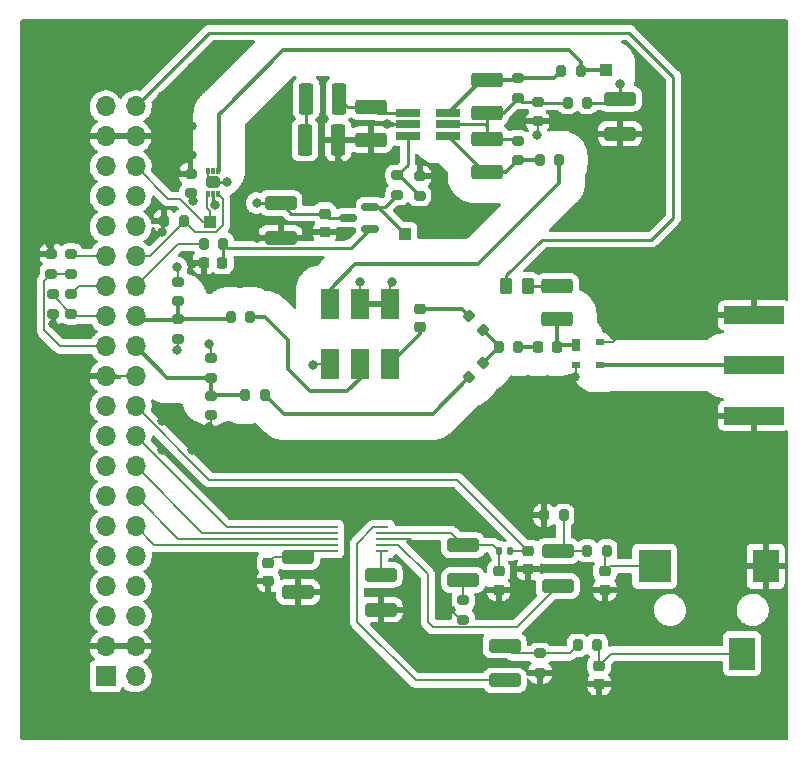
<source format=gbr>
%TF.GenerationSoftware,KiCad,Pcbnew,6.0.2+dfsg-1*%
%TF.CreationDate,2024-07-06T16:30:25+10:00*%
%TF.ProjectId,ulx3s_mixer,756c7833-735f-46d6-9978-65722e6b6963,rev?*%
%TF.SameCoordinates,Original*%
%TF.FileFunction,Copper,L1,Top*%
%TF.FilePolarity,Positive*%
%FSLAX46Y46*%
G04 Gerber Fmt 4.6, Leading zero omitted, Abs format (unit mm)*
G04 Created by KiCad (PCBNEW 6.0.2+dfsg-1) date 2024-07-06 16:30:25*
%MOMM*%
%LPD*%
G01*
G04 APERTURE LIST*
G04 Aperture macros list*
%AMRoundRect*
0 Rectangle with rounded corners*
0 $1 Rounding radius*
0 $2 $3 $4 $5 $6 $7 $8 $9 X,Y pos of 4 corners*
0 Add a 4 corners polygon primitive as box body*
4,1,4,$2,$3,$4,$5,$6,$7,$8,$9,$2,$3,0*
0 Add four circle primitives for the rounded corners*
1,1,$1+$1,$2,$3*
1,1,$1+$1,$4,$5*
1,1,$1+$1,$6,$7*
1,1,$1+$1,$8,$9*
0 Add four rect primitives between the rounded corners*
20,1,$1+$1,$2,$3,$4,$5,0*
20,1,$1+$1,$4,$5,$6,$7,0*
20,1,$1+$1,$6,$7,$8,$9,0*
20,1,$1+$1,$8,$9,$2,$3,0*%
G04 Aperture macros list end*
%TA.AperFunction,SMDPad,CuDef*%
%ADD10RoundRect,0.225000X0.250000X-0.225000X0.250000X0.225000X-0.250000X0.225000X-0.250000X-0.225000X0*%
%TD*%
%TA.AperFunction,SMDPad,CuDef*%
%ADD11RoundRect,0.200000X-0.275000X0.200000X-0.275000X-0.200000X0.275000X-0.200000X0.275000X0.200000X0*%
%TD*%
%TA.AperFunction,SMDPad,CuDef*%
%ADD12R,0.700000X0.600000*%
%TD*%
%TA.AperFunction,SMDPad,CuDef*%
%ADD13R,0.700000X1.000000*%
%TD*%
%TA.AperFunction,SMDPad,CuDef*%
%ADD14RoundRect,0.200000X-0.053033X0.335876X-0.335876X0.053033X0.053033X-0.335876X0.335876X-0.053033X0*%
%TD*%
%TA.AperFunction,SMDPad,CuDef*%
%ADD15RoundRect,0.250000X-1.100000X0.325000X-1.100000X-0.325000X1.100000X-0.325000X1.100000X0.325000X0*%
%TD*%
%TA.AperFunction,SMDPad,CuDef*%
%ADD16RoundRect,0.200000X0.200000X0.275000X-0.200000X0.275000X-0.200000X-0.275000X0.200000X-0.275000X0*%
%TD*%
%TA.AperFunction,SMDPad,CuDef*%
%ADD17RoundRect,0.250000X-1.075000X0.375000X-1.075000X-0.375000X1.075000X-0.375000X1.075000X0.375000X0*%
%TD*%
%TA.AperFunction,SMDPad,CuDef*%
%ADD18RoundRect,0.225000X-0.250000X0.225000X-0.250000X-0.225000X0.250000X-0.225000X0.250000X0.225000X0*%
%TD*%
%TA.AperFunction,SMDPad,CuDef*%
%ADD19RoundRect,0.250000X1.100000X-0.325000X1.100000X0.325000X-1.100000X0.325000X-1.100000X-0.325000X0*%
%TD*%
%TA.AperFunction,SMDPad,CuDef*%
%ADD20RoundRect,0.200000X-0.200000X-0.275000X0.200000X-0.275000X0.200000X0.275000X-0.200000X0.275000X0*%
%TD*%
%TA.AperFunction,SMDPad,CuDef*%
%ADD21R,2.000000X0.650000*%
%TD*%
%TA.AperFunction,SMDPad,CuDef*%
%ADD22R,2.200000X2.800000*%
%TD*%
%TA.AperFunction,SMDPad,CuDef*%
%ADD23R,2.800000X2.800000*%
%TD*%
%TA.AperFunction,SMDPad,CuDef*%
%ADD24R,1.000000X1.000000*%
%TD*%
%TA.AperFunction,SMDPad,CuDef*%
%ADD25RoundRect,0.250000X-0.375000X-1.075000X0.375000X-1.075000X0.375000X1.075000X-0.375000X1.075000X0*%
%TD*%
%TA.AperFunction,SMDPad,CuDef*%
%ADD26RoundRect,0.250000X-0.262500X-0.450000X0.262500X-0.450000X0.262500X0.450000X-0.262500X0.450000X0*%
%TD*%
%TA.AperFunction,SMDPad,CuDef*%
%ADD27RoundRect,0.225000X0.225000X0.250000X-0.225000X0.250000X-0.225000X-0.250000X0.225000X-0.250000X0*%
%TD*%
%TA.AperFunction,SMDPad,CuDef*%
%ADD28RoundRect,0.200000X0.275000X-0.200000X0.275000X0.200000X-0.275000X0.200000X-0.275000X-0.200000X0*%
%TD*%
%TA.AperFunction,SMDPad,CuDef*%
%ADD29RoundRect,0.150000X0.587500X0.150000X-0.587500X0.150000X-0.587500X-0.150000X0.587500X-0.150000X0*%
%TD*%
%TA.AperFunction,SMDPad,CuDef*%
%ADD30RoundRect,0.147500X-0.147500X-0.172500X0.147500X-0.172500X0.147500X0.172500X-0.147500X0.172500X0*%
%TD*%
%TA.AperFunction,SMDPad,CuDef*%
%ADD31R,1.100000X0.250000*%
%TD*%
%TA.AperFunction,SMDPad,CuDef*%
%ADD32R,1.650000X2.540000*%
%TD*%
%TA.AperFunction,SMDPad,CuDef*%
%ADD33RoundRect,0.237500X-0.362500X-0.237500X0.362500X-0.237500X0.362500X0.237500X-0.362500X0.237500X0*%
%TD*%
%TA.AperFunction,SMDPad,CuDef*%
%ADD34RoundRect,0.067500X-0.067500X-0.207500X0.067500X-0.207500X0.067500X0.207500X-0.067500X0.207500X0*%
%TD*%
%TA.AperFunction,SMDPad,CuDef*%
%ADD35R,5.080000X1.500000*%
%TD*%
%TA.AperFunction,SMDPad,CuDef*%
%ADD36RoundRect,0.200000X0.335876X0.053033X0.053033X0.335876X-0.335876X-0.053033X-0.053033X-0.335876X0*%
%TD*%
%TA.AperFunction,ComponentPad*%
%ADD37R,1.700000X1.700000*%
%TD*%
%TA.AperFunction,ComponentPad*%
%ADD38O,1.700000X1.700000*%
%TD*%
%TA.AperFunction,ViaPad*%
%ADD39C,0.800000*%
%TD*%
%TA.AperFunction,Conductor*%
%ADD40C,0.350000*%
%TD*%
%TA.AperFunction,Conductor*%
%ADD41C,0.250000*%
%TD*%
%TA.AperFunction,Conductor*%
%ADD42C,0.200000*%
%TD*%
G04 APERTURE END LIST*
D10*
%TO.P,C13,1*%
%TO.N,GND*%
X116280000Y-66500000D03*
%TO.P,C13,2*%
%TO.N,+3V3*%
X116280000Y-64950000D03*
%TD*%
D11*
%TO.P,R10,1*%
%TO.N,GN23*%
X94825000Y-71780000D03*
%TO.P,R10,2*%
%TO.N,GN22*%
X94825000Y-73430000D03*
%TD*%
D12*
%TO.P,U3,1,RF-IN*%
%TO.N,/RF_IN*%
X139562500Y-77755000D03*
%TO.P,U3,2,GND*%
%TO.N,GND*%
X137562500Y-77755000D03*
D13*
%TO.P,U3,3,RF-OUT*%
%TO.N,/RF_POST_AMP*%
X137562500Y-76055000D03*
D12*
%TO.P,U3,4,GND*%
%TO.N,GND*%
X139562500Y-75855000D03*
%TD*%
D14*
%TO.P,R16,1*%
%TO.N,/RF_SPLIT*%
X129673363Y-77576637D03*
%TO.P,R16,2*%
%TO.N,RF2*%
X128506637Y-78743363D03*
%TD*%
D15*
%TO.P,C21,1*%
%TO.N,Net-(C21-Pad1)*%
X121000000Y-95525000D03*
%TO.P,C21,2*%
%TO.N,GND*%
X121000000Y-98475000D03*
%TD*%
D16*
%TO.P,R14,1*%
%TO.N,/RF_NO_DC*%
X132662500Y-76205000D03*
%TO.P,R14,2*%
%TO.N,/RF_SPLIT*%
X131012500Y-76205000D03*
%TD*%
D17*
%TO.P,L6,1,1*%
%TO.N,Net-(L6-Pad1)*%
X135962500Y-71105000D03*
%TO.P,L6,2,2*%
%TO.N,/RF_POST_AMP*%
X135962500Y-73905000D03*
%TD*%
D18*
%TO.P,C19,1*%
%TO.N,Net-(C19-Pad1)*%
X111500000Y-94500000D03*
%TO.P,C19,2*%
%TO.N,GND*%
X111500000Y-96050000D03*
%TD*%
D11*
%TO.P,R4,1*%
%TO.N,GN24*%
X94825000Y-68380000D03*
%TO.P,R4,2*%
%TO.N,GN21*%
X94825000Y-70030000D03*
%TD*%
D17*
%TO.P,L5,1,1*%
%TO.N,Net-(C7-Pad1)*%
X130000000Y-58600000D03*
%TO.P,L5,2,2*%
%TO.N,/LO_PRE*%
X130000000Y-61400000D03*
%TD*%
D15*
%TO.P,C17,1*%
%TO.N,+3.3VA*%
X128000000Y-93025000D03*
%TO.P,C17,2*%
%TO.N,Net-(C17-Pad2)*%
X128000000Y-95975000D03*
%TD*%
D19*
%TO.P,C22,1*%
%TO.N,Net-(C22-Pad1)*%
X131500000Y-104475000D03*
%TO.P,C22,2*%
%TO.N,Net-(C22-Pad2)*%
X131500000Y-101525000D03*
%TD*%
D11*
%TO.P,R6,1*%
%TO.N,GP21*%
X106650000Y-80380000D03*
%TO.P,R6,2*%
%TO.N,GND*%
X106650000Y-82030000D03*
%TD*%
D20*
%TO.P,C1,1*%
%TO.N,/LO_PLL_PRE*%
X136300000Y-52900000D03*
%TO.P,C1,2*%
%TO.N,LO_PLL*%
X137950000Y-52900000D03*
%TD*%
D16*
%TO.P,R9,1*%
%TO.N,GP24*%
X104355000Y-65580000D03*
%TO.P,R9,2*%
%TO.N,GND*%
X102705000Y-65580000D03*
%TD*%
D20*
%TO.P,C5,1*%
%TO.N,GP21*%
X109525000Y-80305000D03*
%TO.P,C5,2*%
%TO.N,RF2*%
X111175000Y-80305000D03*
%TD*%
D11*
%TO.P,R5,1*%
%TO.N,+3V3*%
X106650000Y-77180000D03*
%TO.P,R5,2*%
%TO.N,GP21*%
X106650000Y-78830000D03*
%TD*%
D17*
%TO.P,L3,1,1*%
%TO.N,Net-(L2-Pad2)*%
X120200000Y-55900000D03*
%TO.P,L3,2,2*%
%TO.N,GND*%
X120200000Y-58700000D03*
%TD*%
D10*
%TO.P,C24,1*%
%TO.N,GND*%
X140000000Y-96775000D03*
%TO.P,C24,2*%
%TO.N,Net-(C24-Pad2)*%
X140000000Y-95225000D03*
%TD*%
D18*
%TO.P,C15,1*%
%TO.N,/RF_POST_SPLIT*%
X124325000Y-73030000D03*
%TO.P,C15,2*%
%TO.N,RF*%
X124325000Y-74580000D03*
%TD*%
D15*
%TO.P,C20,1*%
%TO.N,Net-(C19-Pad1)*%
X114000000Y-94025000D03*
%TO.P,C20,2*%
%TO.N,GND*%
X114000000Y-96975000D03*
%TD*%
D17*
%TO.P,L4,1,1*%
%TO.N,/LO_PLL_PRE*%
X130000000Y-53600000D03*
%TO.P,L4,2,2*%
%TO.N,Net-(C7-Pad1)*%
X130000000Y-56400000D03*
%TD*%
D21*
%TO.P,U1,1,IND*%
%TO.N,Net-(L2-Pad2)*%
X123290000Y-56450000D03*
%TO.P,U1,2,GND*%
%TO.N,GND*%
X123290000Y-57400000D03*
%TO.P,U1,3,TUNE*%
%TO.N,Net-(C3-Pad1)*%
X123290000Y-58350000D03*
%TO.P,U1,4,VOUT-*%
%TO.N,/LO_PRE*%
X126710000Y-58350000D03*
%TO.P,U1,5,VCC*%
%TO.N,Net-(C7-Pad1)*%
X126710000Y-57400000D03*
%TO.P,U1,6,VOUT+*%
%TO.N,/LO_PLL_PRE*%
X126710000Y-56450000D03*
%TD*%
D10*
%TO.P,C25,1*%
%TO.N,GND*%
X139500000Y-104775000D03*
%TO.P,C25,2*%
%TO.N,Net-(C25-Pad2)*%
X139500000Y-103225000D03*
%TD*%
D20*
%TO.P,C2,1*%
%TO.N,/LO_PRE*%
X134475000Y-60400000D03*
%TO.P,C2,2*%
%TO.N,LO*%
X136125000Y-60400000D03*
%TD*%
D22*
%TO.P,J3,R*%
%TO.N,Net-(C25-Pad2)*%
X151600000Y-102200000D03*
%TO.P,J3,S*%
%TO.N,GND*%
X153600000Y-94800000D03*
D23*
%TO.P,J3,T*%
%TO.N,Net-(C24-Pad2)*%
X144200000Y-94800000D03*
%TD*%
D24*
%TO.P,TP3,1,1*%
%TO.N,GP27*%
X106550000Y-65640000D03*
%TD*%
D20*
%TO.P,R20,1*%
%TO.N,Net-(C22-Pad2)*%
X137675000Y-101500000D03*
%TO.P,R20,2*%
%TO.N,Net-(C25-Pad2)*%
X139325000Y-101500000D03*
%TD*%
D11*
%TO.P,R1,1*%
%TO.N,/LO_PLL_PRE*%
X132600000Y-53475000D03*
%TO.P,R1,2*%
%TO.N,Net-(C7-Pad1)*%
X132600000Y-55125000D03*
%TD*%
D25*
%TO.P,L1,1,1*%
%TO.N,Net-(L1-Pad1)*%
X114600000Y-58700000D03*
%TO.P,L1,2,2*%
%TO.N,GND*%
X117400000Y-58700000D03*
%TD*%
D26*
%TO.P,R7,1*%
%TO.N,+5V*%
X131650000Y-71105000D03*
%TO.P,R7,2*%
%TO.N,Net-(L6-Pad1)*%
X133475000Y-71105000D03*
%TD*%
D19*
%TO.P,C23,1*%
%TO.N,Net-(C23-Pad1)*%
X136000000Y-96475000D03*
%TO.P,C23,2*%
%TO.N,Net-(C23-Pad2)*%
X136000000Y-93525000D03*
%TD*%
D20*
%TO.P,R13,1*%
%TO.N,GP23*%
X106010000Y-67505000D03*
%TO.P,R13,2*%
%TO.N,Net-(C12-Pad1)*%
X107660000Y-67505000D03*
%TD*%
D11*
%TO.P,C10,1*%
%TO.N,GN22*%
X93225000Y-71780000D03*
%TO.P,C10,2*%
%TO.N,GND*%
X93225000Y-73430000D03*
%TD*%
D27*
%TO.P,C6,1*%
%TO.N,/RF_POST_AMP*%
X135900000Y-76205000D03*
%TO.P,C6,2*%
%TO.N,/RF_NO_DC*%
X134350000Y-76205000D03*
%TD*%
D20*
%TO.P,R21,1*%
%TO.N,Net-(C23-Pad2)*%
X138500000Y-93500000D03*
%TO.P,R21,2*%
%TO.N,Net-(C24-Pad2)*%
X140150000Y-93500000D03*
%TD*%
%TO.P,C11,1*%
%TO.N,GP22*%
X108300000Y-73660000D03*
%TO.P,C11,2*%
%TO.N,IF*%
X109950000Y-73660000D03*
%TD*%
D11*
%TO.P,R11,1*%
%TO.N,+3V3*%
X103825000Y-70705000D03*
%TO.P,R11,2*%
%TO.N,GP22*%
X103825000Y-72355000D03*
%TD*%
D28*
%TO.P,C4,1*%
%TO.N,GN21*%
X93125000Y-70030000D03*
%TO.P,C4,2*%
%TO.N,GND*%
X93125000Y-68380000D03*
%TD*%
D16*
%TO.P,R19,1*%
%TO.N,Net-(C23-Pad2)*%
X136500000Y-90500000D03*
%TO.P,R19,2*%
%TO.N,GND*%
X134850000Y-90500000D03*
%TD*%
D15*
%TO.P,C14,1*%
%TO.N,+3V3*%
X112530000Y-64045000D03*
%TO.P,C14,2*%
%TO.N,GND*%
X112530000Y-66995000D03*
%TD*%
D29*
%TO.P,Q1,1,B*%
%TO.N,Net-(C12-Pad1)*%
X120137500Y-66250000D03*
%TO.P,Q1,2,E*%
%TO.N,VTUNE*%
X120137500Y-64350000D03*
%TO.P,Q1,3,C*%
%TO.N,+3V3*%
X118262500Y-65300000D03*
%TD*%
D30*
%TO.P,FB1,1*%
%TO.N,+3.3VA*%
X131015000Y-93500000D03*
%TO.P,FB1,2*%
%TO.N,+3V3*%
X131985000Y-93500000D03*
%TD*%
D11*
%TO.P,C7,1*%
%TO.N,Net-(C7-Pad1)*%
X134300000Y-55475000D03*
%TO.P,C7,2*%
%TO.N,GND*%
X134300000Y-57125000D03*
%TD*%
D24*
%TO.P,TP4,1,1*%
%TO.N,VTUNE*%
X123110000Y-66660000D03*
%TD*%
D28*
%TO.P,C3,1*%
%TO.N,Net-(C3-Pad1)*%
X124300000Y-63425000D03*
%TO.P,C3,2*%
%TO.N,GND*%
X124300000Y-61775000D03*
%TD*%
D31*
%TO.P,U5,1,SDIN*%
%TO.N,/SDIN*%
X116850000Y-91500000D03*
%TO.P,U5,2,SCLK*%
%TO.N,/SCLK*%
X116850000Y-92000000D03*
%TO.P,U5,3,LRCLK*%
%TO.N,/LRCLK*%
X116850000Y-92500000D03*
%TO.P,U5,4,MCLK*%
%TO.N,/MCLK*%
X116850000Y-93000000D03*
%TO.P,U5,5,VQ*%
%TO.N,Net-(C19-Pad1)*%
X116850000Y-93500000D03*
%TO.P,U5,6,FILT+*%
%TO.N,Net-(C21-Pad1)*%
X121150000Y-93500000D03*
%TO.P,U5,7,AOUTL*%
%TO.N,Net-(C23-Pad1)*%
X121150000Y-93000000D03*
%TO.P,U5,8,GND*%
%TO.N,GND*%
X121150000Y-92500000D03*
%TO.P,U5,9,VA*%
%TO.N,+3.3VA*%
X121150000Y-92000000D03*
%TO.P,U5,10,AOUTR*%
%TO.N,Net-(C22-Pad1)*%
X121150000Y-91500000D03*
%TD*%
D32*
%TO.P,U2,1,GND*%
%TO.N,GND*%
X116685000Y-77685000D03*
%TO.P,U2,2,IF*%
%TO.N,IF*%
X119225000Y-77685000D03*
%TO.P,U2,3,RF*%
%TO.N,RF*%
X121765000Y-77685000D03*
%TO.P,U2,4,GND*%
%TO.N,GND*%
X121765000Y-72605000D03*
%TO.P,U2,5,GND*%
X119225000Y-72605000D03*
%TO.P,U2,6,LO*%
%TO.N,LO*%
X116685000Y-72605000D03*
%TD*%
D18*
%TO.P,C18,1*%
%TO.N,+3V3*%
X133500000Y-93500000D03*
%TO.P,C18,2*%
%TO.N,GND*%
X133500000Y-95050000D03*
%TD*%
D27*
%TO.P,C12,1*%
%TO.N,Net-(C12-Pad1)*%
X107600000Y-69105000D03*
%TO.P,C12,2*%
%TO.N,GND*%
X106050000Y-69105000D03*
%TD*%
D11*
%TO.P,R2,1*%
%TO.N,Net-(C7-Pad1)*%
X132600000Y-58775000D03*
%TO.P,R2,2*%
%TO.N,/LO_PRE*%
X132600000Y-60425000D03*
%TD*%
%TO.P,R17,1*%
%TO.N,Net-(C17-Pad2)*%
X128000000Y-97675000D03*
%TO.P,R17,2*%
%TO.N,GND*%
X128000000Y-99325000D03*
%TD*%
D33*
%TO.P,U4,0,EP*%
%TO.N,GND*%
X106825000Y-62305000D03*
D34*
%TO.P,U4,1,FIN*%
%TO.N,LO_PLL*%
X107225000Y-61305000D03*
%TO.P,U4,2,CLK1*%
%TO.N,unconnected-(U4-Pad2)*%
X106825000Y-61305000D03*
%TO.P,U4,3,GND*%
%TO.N,GND*%
X106425000Y-61305000D03*
%TO.P,U4,4,CLK0*%
%TO.N,GP27*%
X106425000Y-63305000D03*
%TO.P,U4,5,VDD*%
%TO.N,+3V3*%
X106825000Y-63305000D03*
%TO.P,U4,6,OE*%
%TO.N,GP24*%
X107225000Y-63305000D03*
%TD*%
D35*
%TO.P,J2,1,In*%
%TO.N,/RF_IN*%
X152637500Y-77805000D03*
%TO.P,J2,2,Ext*%
%TO.N,GND*%
X152637500Y-82055000D03*
X152637500Y-73555000D03*
%TD*%
D11*
%TO.P,R18,1*%
%TO.N,Net-(C22-Pad2)*%
X134500000Y-102175000D03*
%TO.P,R18,2*%
%TO.N,GND*%
X134500000Y-103825000D03*
%TD*%
D28*
%TO.P,R3,1*%
%TO.N,VTUNE*%
X122400000Y-63350000D03*
%TO.P,R3,2*%
%TO.N,Net-(C3-Pad1)*%
X122400000Y-61700000D03*
%TD*%
D36*
%TO.P,R15,1*%
%TO.N,/RF_SPLIT*%
X129693363Y-74803363D03*
%TO.P,R15,2*%
%TO.N,/RF_POST_SPLIT*%
X128526637Y-73636637D03*
%TD*%
D25*
%TO.P,L2,1,1*%
%TO.N,Net-(L1-Pad1)*%
X114700000Y-55200000D03*
%TO.P,L2,2,2*%
%TO.N,Net-(L2-Pad2)*%
X117500000Y-55200000D03*
%TD*%
D20*
%TO.P,R8,1*%
%TO.N,Net-(C7-Pad1)*%
X136840000Y-55540000D03*
%TO.P,R8,2*%
%TO.N,+3V3*%
X138490000Y-55540000D03*
%TD*%
D24*
%TO.P,TP1,1,1*%
%TO.N,LO_PLL*%
X140070000Y-52810000D03*
%TD*%
D28*
%TO.P,C9,1*%
%TO.N,+3V3*%
X104925000Y-63230000D03*
%TO.P,C9,2*%
%TO.N,GND*%
X104925000Y-61580000D03*
%TD*%
D11*
%TO.P,R12,1*%
%TO.N,GP22*%
X103825000Y-73905000D03*
%TO.P,R12,2*%
%TO.N,GND*%
X103825000Y-75555000D03*
%TD*%
D15*
%TO.P,C8,1*%
%TO.N,+3V3*%
X141260000Y-55225000D03*
%TO.P,C8,2*%
%TO.N,GND*%
X141260000Y-58175000D03*
%TD*%
D18*
%TO.P,C16,1*%
%TO.N,+3.3VA*%
X131000000Y-95225000D03*
%TO.P,C16,2*%
%TO.N,GND*%
X131000000Y-96775000D03*
%TD*%
D37*
%TO.P,J1,1,Pin_1*%
%TO.N,+3V3*%
X97725000Y-104125000D03*
D38*
%TO.P,J1,2,Pin_2*%
X100265000Y-104125000D03*
%TO.P,J1,3,Pin_3*%
%TO.N,GND*%
X97725000Y-101585000D03*
%TO.P,J1,4,Pin_4*%
X100265000Y-101585000D03*
%TO.P,J1,5,Pin_5*%
%TO.N,unconnected-(J1-Pad5)*%
X97725000Y-99045000D03*
%TO.P,J1,6,Pin_6*%
%TO.N,unconnected-(J1-Pad6)*%
X100265000Y-99045000D03*
%TO.P,J1,7,Pin_7*%
%TO.N,unconnected-(J1-Pad7)*%
X97725000Y-96505000D03*
%TO.P,J1,8,Pin_8*%
%TO.N,unconnected-(J1-Pad8)*%
X100265000Y-96505000D03*
%TO.P,J1,9,Pin_9*%
%TO.N,unconnected-(J1-Pad9)*%
X97725000Y-93965000D03*
%TO.P,J1,10,Pin_10*%
%TO.N,unconnected-(J1-Pad10)*%
X100265000Y-93965000D03*
%TO.P,J1,11,Pin_11*%
%TO.N,unconnected-(J1-Pad11)*%
X97725000Y-91425000D03*
%TO.P,J1,12,Pin_12*%
%TO.N,/MCLK*%
X100265000Y-91425000D03*
%TO.P,J1,13,Pin_13*%
%TO.N,unconnected-(J1-Pad13)*%
X97725000Y-88885000D03*
%TO.P,J1,14,Pin_14*%
%TO.N,/LRCLK*%
X100265000Y-88885000D03*
%TO.P,J1,15,Pin_15*%
%TO.N,unconnected-(J1-Pad15)*%
X97725000Y-86345000D03*
%TO.P,J1,16,Pin_16*%
%TO.N,/SCLK*%
X100265000Y-86345000D03*
%TO.P,J1,17,Pin_17*%
%TO.N,unconnected-(J1-Pad17)*%
X97725000Y-83805000D03*
%TO.P,J1,18,Pin_18*%
%TO.N,/SDIN*%
X100265000Y-83805000D03*
%TO.P,J1,19,Pin_19*%
%TO.N,+3V3*%
X97725000Y-81265000D03*
%TO.P,J1,20,Pin_20*%
X100265000Y-81265000D03*
%TO.P,J1,21,Pin_21*%
%TO.N,GND*%
X97725000Y-78725000D03*
%TO.P,J1,22,Pin_22*%
X100265000Y-78725000D03*
%TO.P,J1,23,Pin_23*%
%TO.N,GN21*%
X97725000Y-76185000D03*
%TO.P,J1,24,Pin_24*%
%TO.N,GP21*%
X100265000Y-76185000D03*
%TO.P,J1,25,Pin_25*%
%TO.N,GN22*%
X97725000Y-73645000D03*
%TO.P,J1,26,Pin_26*%
%TO.N,GP22*%
X100265000Y-73645000D03*
%TO.P,J1,27,Pin_27*%
%TO.N,GN23*%
X97725000Y-71105000D03*
%TO.P,J1,28,Pin_28*%
%TO.N,GP23*%
X100265000Y-71105000D03*
%TO.P,J1,29,Pin_29*%
%TO.N,GN24*%
X97725000Y-68565000D03*
%TO.P,J1,30,Pin_30*%
%TO.N,GP24*%
X100265000Y-68565000D03*
%TO.P,J1,31,Pin_31*%
%TO.N,GN25*%
X97725000Y-66025000D03*
%TO.P,J1,32,Pin_32*%
%TO.N,GP25*%
X100265000Y-66025000D03*
%TO.P,J1,33,Pin_33*%
%TO.N,GN26*%
X97725000Y-63485000D03*
%TO.P,J1,34,Pin_34*%
%TO.N,GP26*%
X100265000Y-63485000D03*
%TO.P,J1,35,Pin_35*%
%TO.N,GN27*%
X97725000Y-60945000D03*
%TO.P,J1,36,Pin_36*%
%TO.N,GP27*%
X100265000Y-60945000D03*
%TO.P,J1,37,Pin_37*%
%TO.N,GND*%
X97725000Y-58405000D03*
%TO.P,J1,38,Pin_38*%
X100265000Y-58405000D03*
%TO.P,J1,39,Pin_39*%
%TO.N,unconnected-(J1-Pad39)*%
X97725000Y-55865000D03*
%TO.P,J1,40,Pin_40*%
%TO.N,+5V*%
X100265000Y-55865000D03*
%TD*%
D39*
%TO.N,GND*%
X140000000Y-72500000D03*
X150000000Y-55000000D03*
X147500000Y-72500000D03*
X142500000Y-72500000D03*
X92500000Y-85000000D03*
X142500000Y-92500000D03*
X152500000Y-50000000D03*
X147500000Y-90000000D03*
X140000000Y-90000000D03*
X148000000Y-75000000D03*
X142000000Y-75000000D03*
X95000000Y-87500000D03*
X93000000Y-67500000D03*
X110000000Y-62500000D03*
X137500000Y-80000000D03*
X142500000Y-90000000D03*
X92500000Y-97500000D03*
X102500000Y-85000000D03*
X147500000Y-85000000D03*
X105000000Y-105000000D03*
X150000000Y-95000000D03*
X135000000Y-87500000D03*
X145000000Y-92500000D03*
X140000000Y-87500000D03*
X120000000Y-107500000D03*
X110000000Y-107500000D03*
X147500000Y-105000000D03*
X97500000Y-107500000D03*
X147500000Y-60000000D03*
X124000000Y-93000000D03*
X95000000Y-92500000D03*
X95000000Y-100000000D03*
X110000000Y-100000000D03*
X150000000Y-87500000D03*
X105000000Y-69250000D03*
X95000000Y-102500000D03*
X152500000Y-107500000D03*
X145000000Y-72500000D03*
X92500000Y-107500000D03*
X147500000Y-62500000D03*
X105000000Y-55000000D03*
X95000000Y-85000000D03*
X147500000Y-73500000D03*
X150000000Y-70000000D03*
X95000000Y-80000000D03*
X149250000Y-82250000D03*
X149000000Y-73500000D03*
X106500000Y-83000000D03*
X92500000Y-100000000D03*
X102500000Y-57500000D03*
X142500000Y-105000000D03*
X115000000Y-62500000D03*
X102500000Y-55000000D03*
X142500000Y-70000000D03*
X130000000Y-87500000D03*
X117500000Y-90000000D03*
X105000000Y-97500000D03*
X152500000Y-90000000D03*
X105000000Y-60000000D03*
X150000000Y-65000000D03*
X102500000Y-50000000D03*
X110000000Y-105000000D03*
X152500000Y-52500000D03*
X152500000Y-62500000D03*
X95000000Y-62500000D03*
X125000000Y-107500000D03*
X102500000Y-102500000D03*
X141000000Y-80500000D03*
X92500000Y-57500000D03*
X95000000Y-57500000D03*
X142500000Y-65000000D03*
X121560000Y-57390000D03*
X102500000Y-95000000D03*
X125000000Y-85000000D03*
X107500000Y-52500000D03*
X147500000Y-57500000D03*
X92500000Y-55000000D03*
X102500000Y-97500000D03*
X137500000Y-82500000D03*
X127500000Y-85000000D03*
X130000000Y-82500000D03*
X127500000Y-65000000D03*
X117500000Y-100000000D03*
X107500000Y-102500000D03*
X147500000Y-97500000D03*
X145000000Y-80500000D03*
X117500000Y-62500000D03*
X134250000Y-58250000D03*
X95000000Y-55000000D03*
X92500000Y-65000000D03*
X110500000Y-67000000D03*
X92500000Y-60000000D03*
X150000000Y-100000000D03*
X107500000Y-100000000D03*
X135000000Y-85000000D03*
X142500000Y-100000000D03*
X95000000Y-82500000D03*
X92500000Y-52500000D03*
X135000000Y-107500000D03*
X141250000Y-59500000D03*
X142500000Y-85000000D03*
X115000000Y-100000000D03*
X127000000Y-98500000D03*
X102500000Y-82500000D03*
X150000000Y-85000000D03*
X95000000Y-77500000D03*
X140000000Y-100000000D03*
X152500000Y-92500000D03*
X107500000Y-95000000D03*
X112500000Y-107500000D03*
X152500000Y-87500000D03*
X105000000Y-95000000D03*
X144000000Y-75000000D03*
X95000000Y-60000000D03*
X137500000Y-78750000D03*
X120000000Y-90000000D03*
X150000000Y-105000000D03*
X152500000Y-60000000D03*
X115000000Y-105000000D03*
X124330000Y-60590000D03*
X103750000Y-76500000D03*
X137500000Y-87500000D03*
X152500000Y-105000000D03*
X130000000Y-107500000D03*
X115000000Y-90000000D03*
X143000000Y-80500000D03*
X146000000Y-80500000D03*
X110000000Y-102500000D03*
X95000000Y-97500000D03*
X152500000Y-65000000D03*
X102500000Y-105000000D03*
X152500000Y-70000000D03*
X117500000Y-85000000D03*
X105000000Y-57500000D03*
X132500000Y-87500000D03*
X92500000Y-95000000D03*
X112500000Y-100000000D03*
X120190000Y-60170000D03*
X147500000Y-107500000D03*
X115000000Y-107500000D03*
X117460000Y-60660000D03*
X105000000Y-102500000D03*
X125000000Y-90000000D03*
X110000000Y-60000000D03*
X100000000Y-107500000D03*
X147500000Y-70000000D03*
X135000000Y-82500000D03*
X147000000Y-80500000D03*
X105000000Y-52500000D03*
X145000000Y-105000000D03*
X120000000Y-85000000D03*
X117500000Y-102500000D03*
X95000000Y-95000000D03*
X92500000Y-82500000D03*
X140000000Y-85000000D03*
X105000000Y-100000000D03*
X142500000Y-87500000D03*
X132500000Y-80000000D03*
X100000000Y-50000000D03*
X122500000Y-90000000D03*
X147500000Y-55000000D03*
X110000000Y-97500000D03*
X140000000Y-62500000D03*
X147000000Y-75000000D03*
X112500000Y-62500000D03*
X107500000Y-85000000D03*
X145000000Y-82500000D03*
X152500000Y-67500000D03*
X107500000Y-105000000D03*
X112500000Y-60000000D03*
X140000000Y-65000000D03*
X92500000Y-105000000D03*
X112500000Y-85000000D03*
X150000000Y-60000000D03*
X147500000Y-87500000D03*
X145000000Y-70000000D03*
X127500000Y-107500000D03*
X147500000Y-100000000D03*
X117500000Y-105000000D03*
X145000000Y-87500000D03*
X95000000Y-65000000D03*
X92500000Y-92500000D03*
X143000000Y-75000000D03*
X102500000Y-100000000D03*
X112500000Y-105000000D03*
X145000000Y-85000000D03*
X142500000Y-107500000D03*
X122500000Y-107500000D03*
X105000000Y-85000000D03*
X147500000Y-50000000D03*
X152500000Y-55000000D03*
X146000000Y-75000000D03*
X112500000Y-57500000D03*
X92500000Y-80000000D03*
X108000000Y-62305000D03*
X130000000Y-85000000D03*
X152500000Y-57500000D03*
X100000000Y-52500000D03*
X147500000Y-95000000D03*
X95000000Y-107500000D03*
X145000000Y-90000000D03*
X92500000Y-50000000D03*
X92500000Y-90000000D03*
X95000000Y-105000000D03*
X142000000Y-80500000D03*
X140000000Y-82500000D03*
X145000000Y-75000000D03*
X103750000Y-61500000D03*
X132500000Y-82500000D03*
X97500000Y-50000000D03*
X147500000Y-67500000D03*
X115000000Y-66500000D03*
X112500000Y-70000000D03*
X127500000Y-90000000D03*
X140000000Y-107500000D03*
X122000000Y-70750000D03*
X150000000Y-52500000D03*
X150000000Y-97500000D03*
X145000000Y-107500000D03*
X137500000Y-85000000D03*
X150000000Y-90000000D03*
X107500000Y-107500000D03*
X144000000Y-80500000D03*
X150000000Y-57500000D03*
X150000000Y-67500000D03*
X117500000Y-107500000D03*
X115250000Y-77750000D03*
X142500000Y-62500000D03*
X105000000Y-107500000D03*
X110000000Y-85000000D03*
X132500000Y-107500000D03*
X110000000Y-70000000D03*
X141000000Y-75000000D03*
X110000000Y-90000000D03*
X102500000Y-107500000D03*
X122500000Y-85000000D03*
X112500000Y-90000000D03*
X95000000Y-50000000D03*
X147500000Y-92500000D03*
X120000000Y-62500000D03*
X142500000Y-82500000D03*
X148000000Y-80500000D03*
X150000000Y-62500000D03*
X92500000Y-77500000D03*
X115000000Y-85000000D03*
X95000000Y-90000000D03*
X140000000Y-70000000D03*
X137500000Y-107500000D03*
X125000000Y-65000000D03*
X140000000Y-80500000D03*
X102500000Y-66500000D03*
X150000000Y-50000000D03*
X119250000Y-70750000D03*
X93250000Y-74250000D03*
X95000000Y-52500000D03*
X92500000Y-87500000D03*
X147500000Y-65000000D03*
X150000000Y-107500000D03*
X102500000Y-60000000D03*
X137500000Y-100000000D03*
X107500000Y-97500000D03*
X152500000Y-85000000D03*
X135000000Y-80000000D03*
X120000000Y-105000000D03*
X147500000Y-82500000D03*
X97500000Y-52500000D03*
X132500000Y-85000000D03*
X112500000Y-102500000D03*
X92500000Y-102500000D03*
X147500000Y-52500000D03*
X92500000Y-62500000D03*
X115000000Y-102500000D03*
X150000000Y-92500000D03*
%TO.N,+3V3*%
X103750000Y-69500000D03*
X105094266Y-63855734D03*
X141242500Y-54000000D03*
X110500000Y-64045000D03*
X106500000Y-76000000D03*
X106970000Y-64180000D03*
%TD*%
D40*
%TO.N,/LO_PLL_PRE*%
X135725000Y-53475000D02*
X136300000Y-52900000D01*
X129560000Y-53600000D02*
X130000000Y-53600000D01*
X126710000Y-56450000D02*
X129560000Y-53600000D01*
X132600000Y-53475000D02*
X135725000Y-53475000D01*
X130000000Y-53600000D02*
X132475000Y-53600000D01*
X132475000Y-53600000D02*
X132600000Y-53475000D01*
%TO.N,LO*%
X116685000Y-71375000D02*
X118830000Y-69230000D01*
X136125000Y-62365000D02*
X136125000Y-60400000D01*
X116685000Y-72605000D02*
X116685000Y-71375000D01*
X118830000Y-69230000D02*
X129260000Y-69230000D01*
X129260000Y-69230000D02*
X136125000Y-62365000D01*
%TO.N,/LO_PRE*%
X131625000Y-61400000D02*
X132600000Y-60425000D01*
X134475000Y-60400000D02*
X132625000Y-60400000D01*
X129760000Y-61400000D02*
X130000000Y-61400000D01*
X130000000Y-61400000D02*
X131625000Y-61400000D01*
X132625000Y-60400000D02*
X132600000Y-60425000D01*
X126710000Y-58350000D02*
X129760000Y-61400000D01*
%TO.N,LO_PLL*%
X107334520Y-56515480D02*
X107334520Y-61305000D01*
X140070000Y-52810000D02*
X138040000Y-52810000D01*
X138040000Y-52810000D02*
X137950000Y-52900000D01*
X107624520Y-56225480D02*
X107334520Y-56515480D01*
X112740000Y-51120000D02*
X107634520Y-56225480D01*
X137950000Y-52130000D02*
X136940000Y-51120000D01*
X137950000Y-52900000D02*
X137950000Y-52130000D01*
X136940000Y-51120000D02*
X112740000Y-51120000D01*
X107634520Y-56225480D02*
X107624520Y-56225480D01*
D41*
%TO.N,Net-(C3-Pad1)*%
X123290000Y-58350000D02*
X123290000Y-60810000D01*
X122575000Y-61700000D02*
X122400000Y-61700000D01*
X123290000Y-60810000D02*
X122400000Y-61700000D01*
X124300000Y-63425000D02*
X122575000Y-61700000D01*
%TO.N,GND*%
X104925000Y-61580000D02*
X103830000Y-61580000D01*
D42*
X121150000Y-92500000D02*
X123500000Y-92500000D01*
X119225000Y-72605000D02*
X119225000Y-70775000D01*
D41*
X117400000Y-60600000D02*
X117460000Y-60660000D01*
D42*
X123500000Y-92500000D02*
X124000000Y-93000000D01*
X134300000Y-58200000D02*
X134250000Y-58250000D01*
D41*
X117400000Y-58700000D02*
X117400000Y-60600000D01*
D42*
X106425000Y-61905000D02*
X106425000Y-61305000D01*
X149445000Y-82055000D02*
X149250000Y-82250000D01*
X106650000Y-82030000D02*
X106650000Y-82850000D01*
X112530000Y-66995000D02*
X110505000Y-66995000D01*
X110505000Y-66995000D02*
X110500000Y-67000000D01*
X121765000Y-70985000D02*
X122000000Y-70750000D01*
X149000000Y-73500000D02*
X149055000Y-73555000D01*
X106650000Y-82850000D02*
X106500000Y-83000000D01*
X123290000Y-57400000D02*
X121570000Y-57400000D01*
D41*
X120200000Y-58700000D02*
X120200000Y-60160000D01*
D42*
X141260000Y-59490000D02*
X141250000Y-59500000D01*
X116685000Y-77685000D02*
X115315000Y-77685000D01*
X134300000Y-57125000D02*
X134300000Y-58200000D01*
X115315000Y-77685000D02*
X115250000Y-77750000D01*
D41*
X103830000Y-61580000D02*
X103750000Y-61500000D01*
D42*
X121570000Y-57400000D02*
X121560000Y-57390000D01*
X124300000Y-61775000D02*
X124300000Y-60620000D01*
X105145000Y-69105000D02*
X105000000Y-69250000D01*
X137562500Y-77755000D02*
X137562500Y-78687500D01*
X140645000Y-75855000D02*
X141000000Y-75500000D01*
X141000000Y-75500000D02*
X141000000Y-75000000D01*
X116280000Y-66500000D02*
X115000000Y-66500000D01*
X93125000Y-68380000D02*
X93125000Y-67625000D01*
X106825000Y-62305000D02*
X106425000Y-61905000D01*
X137562500Y-78687500D02*
X137500000Y-78750000D01*
X152637500Y-82055000D02*
X149445000Y-82055000D01*
D41*
X120200000Y-60160000D02*
X120190000Y-60170000D01*
D42*
X102705000Y-65580000D02*
X102705000Y-66295000D01*
X106050000Y-69105000D02*
X105145000Y-69105000D01*
D41*
X117400000Y-58700000D02*
X120200000Y-58700000D01*
D42*
X93225000Y-73430000D02*
X93225000Y-74225000D01*
X124300000Y-60620000D02*
X124330000Y-60590000D01*
X103825000Y-76425000D02*
X103750000Y-76500000D01*
X103825000Y-75555000D02*
X103825000Y-76425000D01*
X128000000Y-99325000D02*
X127825000Y-99325000D01*
X100265000Y-78725000D02*
X97725000Y-78725000D01*
X93125000Y-67625000D02*
X93000000Y-67500000D01*
X119225000Y-70775000D02*
X119250000Y-70750000D01*
X121765000Y-72605000D02*
X121765000Y-70985000D01*
X141260000Y-58175000D02*
X141260000Y-59490000D01*
D41*
X106825000Y-62305000D02*
X108000000Y-62305000D01*
D42*
X102705000Y-66295000D02*
X102500000Y-66500000D01*
X127825000Y-99325000D02*
X127000000Y-98500000D01*
X149055000Y-73555000D02*
X152637500Y-73555000D01*
X139562500Y-75855000D02*
X140645000Y-75855000D01*
X93225000Y-74225000D02*
X93250000Y-74250000D01*
D41*
%TO.N,Net-(C7-Pad1)*%
X134300000Y-55475000D02*
X132950000Y-55475000D01*
X132425000Y-58600000D02*
X132600000Y-58775000D01*
X130000000Y-58600000D02*
X130000000Y-57530000D01*
X129870000Y-57400000D02*
X130000000Y-57530000D01*
X126710000Y-57400000D02*
X129870000Y-57400000D01*
X134365000Y-55540000D02*
X134300000Y-55475000D01*
X130000000Y-56400000D02*
X131325000Y-56400000D01*
X130000000Y-57530000D02*
X130000000Y-56400000D01*
X136840000Y-55540000D02*
X134365000Y-55540000D01*
X130000000Y-58600000D02*
X132425000Y-58600000D01*
X131325000Y-56400000D02*
X132600000Y-55125000D01*
X132950000Y-55475000D02*
X132600000Y-55125000D01*
D42*
%TO.N,+3.3VA*%
X121150000Y-92000000D02*
X126975000Y-92000000D01*
X126975000Y-92000000D02*
X128000000Y-93025000D01*
X131015000Y-95210000D02*
X131000000Y-95225000D01*
X130540000Y-93025000D02*
X131015000Y-93500000D01*
X128000000Y-93025000D02*
X130540000Y-93025000D01*
X131015000Y-93500000D02*
X131015000Y-95210000D01*
%TO.N,Net-(C17-Pad2)*%
X128000000Y-95975000D02*
X128000000Y-97675000D01*
%TO.N,Net-(C19-Pad1)*%
X116850000Y-93500000D02*
X114525000Y-93500000D01*
X111975000Y-94025000D02*
X111500000Y-94500000D01*
X114000000Y-94025000D02*
X111975000Y-94025000D01*
X114525000Y-93500000D02*
X114000000Y-94025000D01*
%TO.N,Net-(C21-Pad1)*%
X121000000Y-93500000D02*
X121150000Y-93500000D01*
X121000000Y-95525000D02*
X121000000Y-93500000D01*
%TO.N,+3V3*%
X133500000Y-93500000D02*
X131985000Y-93500000D01*
X106500000Y-87500000D02*
X127500000Y-87500000D01*
D41*
X106970000Y-64180000D02*
X106815480Y-64025480D01*
X106820000Y-63875480D02*
X106820000Y-63490000D01*
X113435000Y-64950000D02*
X112530000Y-64045000D01*
X116630000Y-65300000D02*
X116280000Y-64950000D01*
D42*
X100265000Y-81265000D02*
X106500000Y-87500000D01*
X103825000Y-69575000D02*
X103750000Y-69500000D01*
D41*
X138490000Y-55540000D02*
X140945000Y-55540000D01*
X112530000Y-64045000D02*
X110500000Y-64045000D01*
D42*
X106650000Y-76150000D02*
X106500000Y-76000000D01*
D41*
X141260000Y-55225000D02*
X141260000Y-54017500D01*
X140945000Y-55540000D02*
X141242500Y-55242500D01*
X141242500Y-55242500D02*
X141260000Y-55225000D01*
X118262500Y-65300000D02*
X116630000Y-65300000D01*
X141260000Y-54017500D02*
X141242500Y-54000000D01*
X104925000Y-63230000D02*
X104925000Y-63686468D01*
D42*
X103825000Y-70705000D02*
X103825000Y-69575000D01*
X106650000Y-77180000D02*
X106650000Y-76150000D01*
D41*
X116280000Y-64950000D02*
X113435000Y-64950000D01*
D42*
X127500000Y-87500000D02*
X133500000Y-93500000D01*
D41*
X104925000Y-63686468D02*
X105094266Y-63855734D01*
D42*
%TO.N,GN21*%
X94825000Y-70030000D02*
X93125000Y-70030000D01*
X92500480Y-70654520D02*
X93125000Y-70030000D01*
X93845000Y-76185000D02*
X92500480Y-74840480D01*
X92500480Y-74840480D02*
X92500480Y-70654520D01*
X97725000Y-76185000D02*
X93845000Y-76185000D01*
D40*
%TO.N,GP21*%
X109525000Y-80305000D02*
X106725000Y-80305000D01*
X106650000Y-80380000D02*
X106650000Y-78830000D01*
X102910000Y-78830000D02*
X100265000Y-76185000D01*
X106650000Y-78830000D02*
X102910000Y-78830000D01*
X106725000Y-80305000D02*
X106650000Y-80380000D01*
D42*
%TO.N,GN22*%
X94825000Y-73430000D02*
X95040000Y-73645000D01*
X93225000Y-71780000D02*
X93225000Y-71830000D01*
X95040000Y-73645000D02*
X97725000Y-73645000D01*
X93225000Y-71830000D02*
X94825000Y-73430000D01*
D40*
%TO.N,GP22*%
X103816000Y-73914000D02*
X100534000Y-73914000D01*
X103825000Y-73905000D02*
X108055000Y-73905000D01*
X100534000Y-73914000D02*
X100265000Y-73645000D01*
X103825000Y-73905000D02*
X103816000Y-73914000D01*
X108055000Y-73905000D02*
X108300000Y-73660000D01*
X103825000Y-73905000D02*
X103825000Y-72355000D01*
D42*
%TO.N,GN23*%
X95500000Y-71105000D02*
X97725000Y-71105000D01*
X94825000Y-71780000D02*
X95500000Y-71105000D01*
%TO.N,GP23*%
X106010000Y-67505000D02*
X103865000Y-67505000D01*
X103865000Y-67505000D02*
X100265000Y-71105000D01*
%TO.N,GN24*%
X97725000Y-68565000D02*
X95010000Y-68565000D01*
X95010000Y-68565000D02*
X94825000Y-68380000D01*
%TO.N,GP24*%
X107650000Y-65930000D02*
X107070000Y-66510000D01*
X107225000Y-63305000D02*
X107650000Y-63730000D01*
X104355000Y-65580000D02*
X104355000Y-65655000D01*
X101445000Y-68565000D02*
X100265000Y-68565000D01*
X107070000Y-66510000D02*
X105285000Y-66510000D01*
X105285000Y-66510000D02*
X104355000Y-65580000D01*
X107650000Y-63730000D02*
X107650000Y-65930000D01*
X104355000Y-65655000D02*
X101445000Y-68565000D01*
%TO.N,GP27*%
X105960000Y-65640000D02*
X104040000Y-63720000D01*
X106550000Y-65640000D02*
X106550000Y-64720000D01*
X105960000Y-65640000D02*
X106550000Y-65640000D01*
X106550000Y-64720000D02*
X106320489Y-64490489D01*
X106320489Y-64490489D02*
X106320489Y-63409511D01*
X103040000Y-63720000D02*
X100265000Y-60945000D01*
X104040000Y-63720000D02*
X103040000Y-63720000D01*
X106320489Y-63409511D02*
X106425000Y-63305000D01*
D41*
%TO.N,+5V*%
X143930000Y-67150000D02*
X145800000Y-65280000D01*
X131650000Y-71105000D02*
X131650000Y-70180000D01*
X145800000Y-65280000D02*
X145800000Y-53350000D01*
X134680000Y-67150000D02*
X143930000Y-67150000D01*
X131650000Y-70180000D02*
X134680000Y-67150000D01*
X145800000Y-53350000D02*
X142070000Y-49620000D01*
X142070000Y-49620000D02*
X106510000Y-49620000D01*
X106510000Y-49620000D02*
X100265000Y-55865000D01*
%TO.N,Net-(L1-Pad1)*%
X114700000Y-58600000D02*
X114600000Y-58700000D01*
X114700000Y-55200000D02*
X114700000Y-58600000D01*
%TO.N,Net-(L2-Pad2)*%
X123290000Y-56450000D02*
X120750000Y-56450000D01*
X120750000Y-56450000D02*
X120200000Y-55900000D01*
X120200000Y-55900000D02*
X118200000Y-55900000D01*
X118200000Y-55900000D02*
X117500000Y-55200000D01*
%TO.N,Net-(C12-Pad1)*%
X118492980Y-67894520D02*
X108049520Y-67894520D01*
X120137500Y-66250000D02*
X118492980Y-67894520D01*
X107660000Y-69045000D02*
X107600000Y-69105000D01*
X107660000Y-67505000D02*
X107660000Y-69045000D01*
X108049520Y-67894520D02*
X107660000Y-67505000D01*
%TO.N,VTUNE*%
X120137500Y-64350000D02*
X121400000Y-64350000D01*
X121400000Y-64350000D02*
X122400000Y-63350000D01*
X120137500Y-64350000D02*
X120800000Y-64350000D01*
X120800000Y-64350000D02*
X123110000Y-66660000D01*
D40*
%TO.N,IF*%
X119225000Y-78935000D02*
X118160000Y-80000000D01*
X111252000Y-73660000D02*
X113200000Y-75608000D01*
X109950000Y-73660000D02*
X111252000Y-73660000D01*
X119225000Y-77685000D02*
X119225000Y-78935000D01*
X113200000Y-75608000D02*
X113200000Y-75760000D01*
X113200000Y-78140000D02*
X113200000Y-75760000D01*
X118160000Y-80000000D02*
X115060000Y-80000000D01*
X115060000Y-80000000D02*
X113200000Y-78140000D01*
%TO.N,RF*%
X124325000Y-74580000D02*
X124325000Y-75125000D01*
X124325000Y-75125000D02*
X121765000Y-77685000D01*
D41*
%TO.N,Net-(L6-Pad1)*%
X133475000Y-71105000D02*
X135962500Y-71105000D01*
D40*
%TO.N,RF2*%
X128506637Y-78813363D02*
X125400000Y-81920000D01*
X128506637Y-78743363D02*
X128506637Y-78813363D01*
X125400000Y-81920000D02*
X112790000Y-81920000D01*
X112790000Y-81920000D02*
X111175000Y-80305000D01*
%TO.N,/RF_POST_AMP*%
X135974520Y-73917020D02*
X135974520Y-75875300D01*
X135962500Y-73905000D02*
X135974520Y-73917020D01*
X136124520Y-76055000D02*
X135974520Y-76205000D01*
X137562500Y-76055000D02*
X136124520Y-76055000D01*
%TO.N,/RF_NO_DC*%
X134350000Y-76205000D02*
X132662500Y-76205000D01*
%TO.N,/RF_POST_SPLIT*%
X128526637Y-73636637D02*
X127920000Y-73030000D01*
X127920000Y-73030000D02*
X124325000Y-73030000D01*
%TO.N,/RF_IN*%
X139612500Y-77805000D02*
X139562500Y-77755000D01*
X152637500Y-77805000D02*
X139612500Y-77805000D01*
%TO.N,/RF_SPLIT*%
X131012500Y-76205000D02*
X131012500Y-76122500D01*
X131012500Y-76205000D02*
X131012500Y-76237500D01*
X131012500Y-76122500D02*
X129693363Y-74803363D01*
X131012500Y-76237500D02*
X129673363Y-77576637D01*
D42*
%TO.N,Net-(C22-Pad1)*%
X120400000Y-91500000D02*
X119000000Y-92900000D01*
X119000000Y-99500000D02*
X123975000Y-104475000D01*
X119000000Y-92900000D02*
X119000000Y-99500000D01*
X121150000Y-91500000D02*
X120400000Y-91500000D01*
X123975000Y-104475000D02*
X131500000Y-104475000D01*
%TO.N,Net-(C22-Pad2)*%
X137000000Y-102175000D02*
X137675000Y-101500000D01*
X132150000Y-102175000D02*
X131500000Y-101525000D01*
X134500000Y-102175000D02*
X137000000Y-102175000D01*
X134500000Y-102175000D02*
X132150000Y-102175000D01*
%TO.N,Net-(C23-Pad1)*%
X121150000Y-93000000D02*
X122500000Y-93000000D01*
X125000000Y-95500000D02*
X125000000Y-99500000D01*
X125000000Y-99500000D02*
X125444520Y-99944520D01*
X122500000Y-93000000D02*
X125000000Y-95500000D01*
X132530480Y-99944520D02*
X136000000Y-96475000D01*
X125444520Y-99944520D02*
X132530480Y-99944520D01*
%TO.N,Net-(C23-Pad2)*%
X136525000Y-93500000D02*
X136500000Y-93525000D01*
X138500000Y-93500000D02*
X136525000Y-93500000D01*
X136500000Y-93525000D02*
X136500000Y-90500000D01*
%TO.N,Net-(C24-Pad2)*%
X140425000Y-94800000D02*
X140000000Y-95225000D01*
X144200000Y-94800000D02*
X140425000Y-94800000D01*
X140000000Y-95225000D02*
X140000000Y-93650000D01*
X140000000Y-93650000D02*
X140150000Y-93500000D01*
%TO.N,Net-(C25-Pad2)*%
X140525000Y-102200000D02*
X151600000Y-102200000D01*
X139500000Y-103225000D02*
X139500000Y-101675000D01*
X139500000Y-101675000D02*
X139325000Y-101500000D01*
X139500000Y-103225000D02*
X140525000Y-102200000D01*
%TO.N,/MCLK*%
X116850000Y-93000000D02*
X101840000Y-93000000D01*
X101840000Y-93000000D02*
X100265000Y-91425000D01*
%TO.N,/LRCLK*%
X100265000Y-88885000D02*
X103880000Y-92500000D01*
X103880000Y-92500000D02*
X116850000Y-92500000D01*
%TO.N,/SCLK*%
X100265000Y-86345000D02*
X105920000Y-92000000D01*
X105920000Y-92000000D02*
X116850000Y-92000000D01*
%TO.N,/SDIN*%
X100265000Y-83805000D02*
X107960000Y-91500000D01*
X107960000Y-91500000D02*
X116850000Y-91500000D01*
%TD*%
%TA.AperFunction,Conductor*%
%TO.N,GND*%
G36*
X155434121Y-48528002D02*
G01*
X155480614Y-48581658D01*
X155492000Y-48634000D01*
X155492000Y-72198536D01*
X155471998Y-72266657D01*
X155418342Y-72313150D01*
X155348068Y-72323254D01*
X155321769Y-72316518D01*
X155295103Y-72306521D01*
X155279851Y-72302895D01*
X155228986Y-72297369D01*
X155222172Y-72297000D01*
X152909615Y-72297000D01*
X152894376Y-72301475D01*
X152893171Y-72302865D01*
X152891500Y-72310548D01*
X152891500Y-73683000D01*
X152871498Y-73751121D01*
X152817842Y-73797614D01*
X152765500Y-73809000D01*
X149607616Y-73809000D01*
X149592377Y-73813475D01*
X149591172Y-73814865D01*
X149589501Y-73822548D01*
X149589501Y-74349669D01*
X149589871Y-74356490D01*
X149595395Y-74407352D01*
X149599021Y-74422604D01*
X149644176Y-74543054D01*
X149652714Y-74558649D01*
X149729215Y-74660724D01*
X149741776Y-74673285D01*
X149843851Y-74749786D01*
X149859446Y-74758324D01*
X149979899Y-74803480D01*
X149990715Y-74806052D01*
X150052361Y-74841270D01*
X150085180Y-74904226D01*
X150078753Y-74974931D01*
X150035120Y-75030937D01*
X149966514Y-75054537D01*
X149950997Y-75055146D01*
X149943601Y-75055437D01*
X149943599Y-75055437D01*
X149940142Y-75055573D01*
X149936727Y-75056086D01*
X149936721Y-75056087D01*
X149664398Y-75097029D01*
X149664394Y-75097030D01*
X149659990Y-75097692D01*
X149655718Y-75098969D01*
X149655716Y-75098970D01*
X149593789Y-75117490D01*
X149388567Y-75178864D01*
X149384527Y-75180727D01*
X149384523Y-75180728D01*
X149344290Y-75199276D01*
X149131290Y-75297471D01*
X148893291Y-75451144D01*
X148832278Y-75504089D01*
X148723289Y-75598665D01*
X148658729Y-75628205D01*
X148640708Y-75629500D01*
X140758916Y-75629500D01*
X140706164Y-75617926D01*
X140625476Y-75580728D01*
X140621433Y-75578864D01*
X140617168Y-75577588D01*
X140617164Y-75577587D01*
X140553388Y-75558514D01*
X140500740Y-75542770D01*
X140441208Y-75504089D01*
X140414260Y-75451196D01*
X140410980Y-75437398D01*
X140365824Y-75316946D01*
X140357286Y-75301351D01*
X140280785Y-75199276D01*
X140268224Y-75186715D01*
X140166149Y-75110214D01*
X140150554Y-75101676D01*
X140030106Y-75056522D01*
X140014851Y-75052895D01*
X139963986Y-75047369D01*
X139957172Y-75047000D01*
X139942559Y-75047000D01*
X139874438Y-75026998D01*
X139827945Y-74973342D01*
X139821842Y-74957102D01*
X139817218Y-74941638D01*
X139788636Y-74846067D01*
X139786061Y-74840480D01*
X139671897Y-74592842D01*
X139670029Y-74588790D01*
X139516356Y-74350791D01*
X139330680Y-74136820D01*
X139327322Y-74133906D01*
X139324905Y-74131489D01*
X139290879Y-74069177D01*
X139288000Y-74042394D01*
X139288000Y-73447644D01*
X139277923Y-73282885D01*
X149589500Y-73282885D01*
X149593975Y-73298124D01*
X149595365Y-73299329D01*
X149603048Y-73301000D01*
X152365385Y-73301000D01*
X152380624Y-73296525D01*
X152381829Y-73295135D01*
X152383500Y-73287452D01*
X152383500Y-72315116D01*
X152379025Y-72299877D01*
X152377635Y-72298672D01*
X152369952Y-72297001D01*
X150052831Y-72297001D01*
X150046010Y-72297371D01*
X149995148Y-72302895D01*
X149979896Y-72306521D01*
X149859446Y-72351676D01*
X149843851Y-72360214D01*
X149741776Y-72436715D01*
X149729215Y-72449276D01*
X149652714Y-72551351D01*
X149644176Y-72566946D01*
X149599022Y-72687394D01*
X149595395Y-72702649D01*
X149589869Y-72753514D01*
X149589500Y-72760328D01*
X149589500Y-73282885D01*
X139277923Y-73282885D01*
X139276225Y-73255119D01*
X139220204Y-72961448D01*
X139163044Y-72789619D01*
X139127158Y-72681742D01*
X139127156Y-72681737D01*
X139125835Y-72677766D01*
X139064226Y-72551449D01*
X138996609Y-72412812D01*
X138996605Y-72412805D01*
X138994777Y-72409057D01*
X138969494Y-72371002D01*
X138831650Y-72163530D01*
X138829332Y-72160041D01*
X138632406Y-71935094D01*
X138407459Y-71738168D01*
X138281174Y-71654265D01*
X138161925Y-71575036D01*
X138161920Y-71575033D01*
X138158443Y-71572723D01*
X138154695Y-71570895D01*
X138154688Y-71570891D01*
X137950306Y-71471208D01*
X137889734Y-71441665D01*
X137882226Y-71439168D01*
X137823903Y-71398686D01*
X137796724Y-71333097D01*
X137796000Y-71319610D01*
X137796000Y-70679600D01*
X137795167Y-70671567D01*
X137785738Y-70580692D01*
X137785737Y-70580688D01*
X137785026Y-70573834D01*
X137729050Y-70406054D01*
X137635978Y-70255652D01*
X137510803Y-70130695D01*
X137482197Y-70113062D01*
X137366468Y-70041725D01*
X137366466Y-70041724D01*
X137360238Y-70037885D01*
X137199754Y-69984655D01*
X137198889Y-69984368D01*
X137198887Y-69984368D01*
X137192361Y-69982203D01*
X137185525Y-69981503D01*
X137185522Y-69981502D01*
X137142469Y-69977091D01*
X137087900Y-69971500D01*
X134837100Y-69971500D01*
X134833854Y-69971837D01*
X134833850Y-69971837D01*
X134738192Y-69981762D01*
X134738188Y-69981763D01*
X134731334Y-69982474D01*
X134724798Y-69984655D01*
X134724796Y-69984655D01*
X134605961Y-70024302D01*
X134563554Y-70038450D01*
X134419899Y-70127347D01*
X134351447Y-70146185D01*
X134283678Y-70125024D01*
X134264579Y-70109376D01*
X134215988Y-70060870D01*
X134215983Y-70060866D01*
X134210803Y-70055695D01*
X134162874Y-70026151D01*
X134066468Y-69966725D01*
X134066466Y-69966724D01*
X134060238Y-69962885D01*
X133947703Y-69925559D01*
X133898889Y-69909368D01*
X133898887Y-69909368D01*
X133892361Y-69907203D01*
X133885525Y-69906503D01*
X133885522Y-69906502D01*
X133842469Y-69902091D01*
X133787900Y-69896500D01*
X133162100Y-69896500D01*
X133144053Y-69898372D01*
X133074234Y-69885510D01*
X133022451Y-69836940D01*
X133005147Y-69768085D01*
X133027816Y-69700804D01*
X133041954Y-69683951D01*
X134905500Y-67820405D01*
X134967812Y-67786379D01*
X134994595Y-67783500D01*
X143851233Y-67783500D01*
X143862416Y-67784027D01*
X143869909Y-67785702D01*
X143877835Y-67785453D01*
X143877836Y-67785453D01*
X143937986Y-67783562D01*
X143941945Y-67783500D01*
X143969856Y-67783500D01*
X143973791Y-67783003D01*
X143973856Y-67782995D01*
X143985693Y-67782062D01*
X144017951Y-67781048D01*
X144021970Y-67780922D01*
X144029889Y-67780673D01*
X144049343Y-67775021D01*
X144068700Y-67771013D01*
X144080930Y-67769468D01*
X144080931Y-67769468D01*
X144088797Y-67768474D01*
X144096168Y-67765555D01*
X144096170Y-67765555D01*
X144129912Y-67752196D01*
X144141142Y-67748351D01*
X144175983Y-67738229D01*
X144175984Y-67738229D01*
X144183593Y-67736018D01*
X144190412Y-67731985D01*
X144190417Y-67731983D01*
X144201028Y-67725707D01*
X144218776Y-67717012D01*
X144237617Y-67709552D01*
X144253153Y-67698265D01*
X144273387Y-67683564D01*
X144283307Y-67677048D01*
X144314535Y-67658580D01*
X144314538Y-67658578D01*
X144321362Y-67654542D01*
X144335683Y-67640221D01*
X144350717Y-67627380D01*
X144360694Y-67620131D01*
X144367107Y-67615472D01*
X144395298Y-67581395D01*
X144403288Y-67572616D01*
X146192247Y-65783657D01*
X146200537Y-65776113D01*
X146207018Y-65772000D01*
X146253659Y-65722332D01*
X146256413Y-65719491D01*
X146276134Y-65699770D01*
X146278612Y-65696575D01*
X146286318Y-65687553D01*
X146311158Y-65661101D01*
X146316586Y-65655321D01*
X146326346Y-65637568D01*
X146337199Y-65621045D01*
X146344753Y-65611306D01*
X146349613Y-65605041D01*
X146367176Y-65564457D01*
X146372383Y-65553827D01*
X146393695Y-65515060D01*
X146395666Y-65507383D01*
X146395668Y-65507378D01*
X146398732Y-65495442D01*
X146405138Y-65476730D01*
X146405305Y-65476346D01*
X146413181Y-65458145D01*
X146415818Y-65441500D01*
X146420097Y-65414481D01*
X146422504Y-65402860D01*
X146431528Y-65367711D01*
X146431528Y-65367710D01*
X146433500Y-65360030D01*
X146433500Y-65339769D01*
X146435051Y-65320058D01*
X146436979Y-65307885D01*
X146438219Y-65300057D01*
X146434059Y-65256046D01*
X146433500Y-65244189D01*
X146433500Y-53428768D01*
X146434027Y-53417585D01*
X146435702Y-53410092D01*
X146434416Y-53369158D01*
X146433562Y-53342002D01*
X146433500Y-53338044D01*
X146433500Y-53310144D01*
X146432996Y-53306153D01*
X146432063Y-53294311D01*
X146430923Y-53258036D01*
X146430674Y-53250111D01*
X146425021Y-53230652D01*
X146421012Y-53211293D01*
X146420846Y-53209983D01*
X146418474Y-53191203D01*
X146415558Y-53183837D01*
X146415556Y-53183831D01*
X146402200Y-53150098D01*
X146398355Y-53138868D01*
X146388230Y-53104017D01*
X146388230Y-53104016D01*
X146386019Y-53096407D01*
X146375705Y-53078966D01*
X146367008Y-53061213D01*
X146362472Y-53049758D01*
X146359552Y-53042383D01*
X146333563Y-53006612D01*
X146327047Y-52996692D01*
X146308578Y-52965463D01*
X146304542Y-52958638D01*
X146290221Y-52944317D01*
X146277380Y-52929283D01*
X146270131Y-52919306D01*
X146265472Y-52912893D01*
X146231395Y-52884702D01*
X146222616Y-52876712D01*
X142573652Y-49227747D01*
X142566112Y-49219461D01*
X142562000Y-49212982D01*
X142512348Y-49166356D01*
X142509507Y-49163602D01*
X142489770Y-49143865D01*
X142486573Y-49141385D01*
X142477551Y-49133680D01*
X142464122Y-49121069D01*
X142445321Y-49103414D01*
X142438375Y-49099595D01*
X142438372Y-49099593D01*
X142427566Y-49093652D01*
X142411047Y-49082801D01*
X142410583Y-49082441D01*
X142395041Y-49070386D01*
X142387772Y-49067241D01*
X142387768Y-49067238D01*
X142354463Y-49052826D01*
X142343813Y-49047609D01*
X142305060Y-49026305D01*
X142285437Y-49021267D01*
X142266734Y-49014863D01*
X142255420Y-49009967D01*
X142255419Y-49009967D01*
X142248145Y-49006819D01*
X142240322Y-49005580D01*
X142240312Y-49005577D01*
X142204476Y-48999901D01*
X142192856Y-48997495D01*
X142157711Y-48988472D01*
X142157710Y-48988472D01*
X142150030Y-48986500D01*
X142129776Y-48986500D01*
X142110065Y-48984949D01*
X142101599Y-48983608D01*
X142090057Y-48981780D01*
X142060786Y-48984547D01*
X142046039Y-48985941D01*
X142034181Y-48986500D01*
X137380776Y-48986500D01*
X137353934Y-48983608D01*
X137351237Y-48983020D01*
X137258546Y-48962810D01*
X137218886Y-48959689D01*
X137207119Y-48958202D01*
X137167933Y-48951363D01*
X137124272Y-48949762D01*
X137067915Y-48947695D01*
X137062648Y-48947392D01*
X137028355Y-48944693D01*
X137028342Y-48944692D01*
X137025896Y-48944500D01*
X136983077Y-48944500D01*
X136978460Y-48944415D01*
X136875798Y-48940650D01*
X136875792Y-48940650D01*
X136871506Y-48940493D01*
X136867240Y-48940919D01*
X136867234Y-48940919D01*
X136837602Y-48943877D01*
X136825088Y-48944500D01*
X112866961Y-48944500D01*
X112853134Y-48943739D01*
X112835572Y-48941800D01*
X112835571Y-48941800D01*
X112831314Y-48941330D01*
X112827035Y-48941442D01*
X112827033Y-48941442D01*
X112711902Y-48944457D01*
X112708604Y-48944500D01*
X112665440Y-48944500D01*
X112663299Y-48944646D01*
X112663298Y-48944646D01*
X112662609Y-48944693D01*
X112640121Y-48946226D01*
X112634858Y-48946475D01*
X112534789Y-48949095D01*
X112530552Y-48949789D01*
X112530550Y-48949789D01*
X112495537Y-48955522D01*
X112483748Y-48956886D01*
X112448337Y-48959300D01*
X112448330Y-48959301D01*
X112444061Y-48959592D01*
X112346032Y-48979893D01*
X112340846Y-48980854D01*
X112316478Y-48984844D01*
X112296118Y-48986500D01*
X106588768Y-48986500D01*
X106577585Y-48985973D01*
X106570092Y-48984298D01*
X106562166Y-48984547D01*
X106562165Y-48984547D01*
X106502002Y-48986438D01*
X106498044Y-48986500D01*
X106470144Y-48986500D01*
X106466154Y-48987004D01*
X106454320Y-48987936D01*
X106410111Y-48989326D01*
X106402497Y-48991538D01*
X106402492Y-48991539D01*
X106390659Y-48994977D01*
X106371296Y-48998988D01*
X106351203Y-49001526D01*
X106343836Y-49004443D01*
X106343831Y-49004444D01*
X106310092Y-49017802D01*
X106298865Y-49021646D01*
X106256407Y-49033982D01*
X106249581Y-49038019D01*
X106238972Y-49044293D01*
X106221224Y-49052988D01*
X106202383Y-49060448D01*
X106195967Y-49065110D01*
X106195966Y-49065110D01*
X106166613Y-49086436D01*
X106156693Y-49092952D01*
X106125465Y-49111420D01*
X106125462Y-49111422D01*
X106118638Y-49115458D01*
X106104317Y-49129779D01*
X106089284Y-49142619D01*
X106072893Y-49154528D01*
X106064217Y-49165016D01*
X106044702Y-49188605D01*
X106036712Y-49197384D01*
X100722345Y-54511750D01*
X100660033Y-54545776D01*
X100611154Y-54546702D01*
X100398373Y-54508800D01*
X100398367Y-54508799D01*
X100393284Y-54507894D01*
X100319452Y-54506992D01*
X100175081Y-54505228D01*
X100175079Y-54505228D01*
X100169911Y-54505165D01*
X99949091Y-54538955D01*
X99736756Y-54608357D01*
X99702034Y-54626432D01*
X99547611Y-54706820D01*
X99538607Y-54711507D01*
X99534474Y-54714610D01*
X99534471Y-54714612D01*
X99364100Y-54842530D01*
X99359965Y-54845635D01*
X99356393Y-54849373D01*
X99282668Y-54926522D01*
X99205629Y-55007138D01*
X99098201Y-55164621D01*
X99043293Y-55209621D01*
X98972768Y-55217792D01*
X98909021Y-55186538D01*
X98888324Y-55162054D01*
X98807822Y-55037617D01*
X98807820Y-55037614D01*
X98805014Y-55033277D01*
X98654670Y-54868051D01*
X98650619Y-54864852D01*
X98650615Y-54864848D01*
X98483414Y-54732800D01*
X98483410Y-54732798D01*
X98479359Y-54729598D01*
X98283789Y-54621638D01*
X98278920Y-54619914D01*
X98278916Y-54619912D01*
X98078087Y-54548795D01*
X98078083Y-54548794D01*
X98073212Y-54547069D01*
X98068119Y-54546162D01*
X98068116Y-54546161D01*
X97858373Y-54508800D01*
X97858367Y-54508799D01*
X97853284Y-54507894D01*
X97779452Y-54506992D01*
X97635081Y-54505228D01*
X97635079Y-54505228D01*
X97629911Y-54505165D01*
X97409091Y-54538955D01*
X97196756Y-54608357D01*
X97162034Y-54626432D01*
X97007611Y-54706820D01*
X96998607Y-54711507D01*
X96994474Y-54714610D01*
X96994471Y-54714612D01*
X96824100Y-54842530D01*
X96819965Y-54845635D01*
X96816393Y-54849373D01*
X96742668Y-54926522D01*
X96665629Y-55007138D01*
X96662720Y-55011403D01*
X96662714Y-55011411D01*
X96631697Y-55056880D01*
X96539743Y-55191680D01*
X96445688Y-55394305D01*
X96385989Y-55609570D01*
X96362251Y-55831695D01*
X96362548Y-55836848D01*
X96362548Y-55836851D01*
X96373887Y-56033499D01*
X96375110Y-56054715D01*
X96376247Y-56059761D01*
X96376248Y-56059767D01*
X96388295Y-56113220D01*
X96424222Y-56272639D01*
X96469237Y-56383499D01*
X96506271Y-56474702D01*
X96508266Y-56479616D01*
X96559019Y-56562438D01*
X96622291Y-56665688D01*
X96624987Y-56670088D01*
X96771250Y-56838938D01*
X96943126Y-56981632D01*
X96986768Y-57007134D01*
X97016955Y-57024774D01*
X97065679Y-57076412D01*
X97078750Y-57146195D01*
X97052019Y-57211967D01*
X97011562Y-57245327D01*
X97003457Y-57249546D01*
X96994738Y-57255036D01*
X96824433Y-57382905D01*
X96816726Y-57389748D01*
X96669590Y-57543717D01*
X96663104Y-57551727D01*
X96543098Y-57727649D01*
X96538000Y-57736623D01*
X96448338Y-57929783D01*
X96444775Y-57939470D01*
X96389389Y-58139183D01*
X96390912Y-58147607D01*
X96403292Y-58151000D01*
X101583344Y-58151000D01*
X101596875Y-58147027D01*
X101598180Y-58137947D01*
X101556214Y-57970875D01*
X101552894Y-57961124D01*
X101467972Y-57765814D01*
X101463105Y-57756739D01*
X101347426Y-57577926D01*
X101341136Y-57569757D01*
X101197806Y-57412240D01*
X101190273Y-57405215D01*
X101023139Y-57273222D01*
X101014556Y-57267520D01*
X100977602Y-57247120D01*
X100927631Y-57196687D01*
X100912859Y-57127245D01*
X100937975Y-57060839D01*
X100965327Y-57034232D01*
X101003317Y-57007134D01*
X101144860Y-56906173D01*
X101177670Y-56873478D01*
X101297043Y-56754521D01*
X101303096Y-56748489D01*
X101362594Y-56665689D01*
X101430435Y-56571277D01*
X101433453Y-56567077D01*
X101454320Y-56524857D01*
X101530136Y-56371453D01*
X101530137Y-56371451D01*
X101532430Y-56366811D01*
X101572712Y-56234229D01*
X101595865Y-56158023D01*
X101595865Y-56158021D01*
X101597370Y-56153069D01*
X101626529Y-55931590D01*
X101627127Y-55907117D01*
X101628074Y-55868365D01*
X101628074Y-55868361D01*
X101628156Y-55865000D01*
X101609852Y-55642361D01*
X101581821Y-55530765D01*
X101584625Y-55459823D01*
X101614930Y-55410974D01*
X106735499Y-50290405D01*
X106797811Y-50256379D01*
X106824594Y-50253500D01*
X110225689Y-50253500D01*
X110293810Y-50273502D01*
X110340303Y-50327158D01*
X110350407Y-50397432D01*
X110320913Y-50462012D01*
X110314784Y-50468595D01*
X106256479Y-54526899D01*
X106252169Y-54530779D01*
X106252235Y-54530849D01*
X106178891Y-54599005D01*
X106174965Y-54602502D01*
X106154581Y-54619912D01*
X106146947Y-54626432D01*
X106116713Y-54656666D01*
X106113389Y-54659872D01*
X106034943Y-54732768D01*
X106032221Y-54736094D01*
X106013363Y-54759134D01*
X106004954Y-54768425D01*
X105885985Y-54887393D01*
X105875672Y-54896630D01*
X105858536Y-54910359D01*
X105855592Y-54913461D01*
X105855588Y-54913465D01*
X105776292Y-54997026D01*
X105773990Y-54999388D01*
X105743487Y-55029891D01*
X105726794Y-55049026D01*
X105723262Y-55052907D01*
X105654352Y-55125524D01*
X105651848Y-55129009D01*
X105631147Y-55157817D01*
X105623774Y-55167120D01*
X105597620Y-55197101D01*
X105595262Y-55200690D01*
X105595261Y-55200692D01*
X105542661Y-55280768D01*
X105539678Y-55285108D01*
X105481258Y-55366409D01*
X105479247Y-55370206D01*
X105479247Y-55370207D01*
X105462644Y-55401565D01*
X105456609Y-55411770D01*
X105434766Y-55445024D01*
X105395855Y-55526602D01*
X105391670Y-55535377D01*
X105389298Y-55540092D01*
X105346110Y-55621660D01*
X105342458Y-55628557D01*
X105340983Y-55632588D01*
X105328785Y-55665919D01*
X105324191Y-55676848D01*
X105307065Y-55712754D01*
X105305760Y-55716844D01*
X105276633Y-55808110D01*
X105274926Y-55813097D01*
X105240520Y-55907117D01*
X105239606Y-55911310D01*
X105232048Y-55945975D01*
X105228975Y-55957443D01*
X105216881Y-55995338D01*
X105216145Y-55999554D01*
X105216144Y-55999559D01*
X105199670Y-56093954D01*
X105198654Y-56099133D01*
X105177330Y-56196934D01*
X105176994Y-56201204D01*
X105174209Y-56236591D01*
X105172722Y-56248361D01*
X105165883Y-56287547D01*
X105165127Y-56308163D01*
X105162215Y-56387565D01*
X105161912Y-56392832D01*
X105159213Y-56427125D01*
X105159212Y-56427138D01*
X105159020Y-56429584D01*
X105159020Y-56472403D01*
X105158935Y-56477020D01*
X105155479Y-56571277D01*
X105155013Y-56583974D01*
X105155439Y-56588240D01*
X105155439Y-56588246D01*
X105158397Y-56617878D01*
X105159020Y-56630392D01*
X105159020Y-60542214D01*
X105153516Y-60579048D01*
X105137582Y-60631165D01*
X105136895Y-60635505D01*
X105136893Y-60635512D01*
X105106081Y-60830057D01*
X105092339Y-60916822D01*
X105092184Y-60920383D01*
X105092183Y-60920388D01*
X105091046Y-60946426D01*
X105089500Y-60981842D01*
X105089500Y-61628158D01*
X105089560Y-61629530D01*
X105089560Y-61629534D01*
X105091485Y-61673608D01*
X105092339Y-61693178D01*
X105092722Y-61695599D01*
X105079687Y-61765159D01*
X105030959Y-61816793D01*
X104967398Y-61834000D01*
X103960116Y-61834000D01*
X103944877Y-61838475D01*
X103943672Y-61839865D01*
X103942709Y-61844294D01*
X103948132Y-61903315D01*
X103950743Y-61916351D01*
X103997715Y-62066243D01*
X104003921Y-62079988D01*
X104084824Y-62213574D01*
X104094131Y-62225443D01*
X104184239Y-62315551D01*
X104218265Y-62377863D01*
X104213200Y-62448678D01*
X104184239Y-62493741D01*
X104088361Y-62589619D01*
X103999528Y-62736301D01*
X103948247Y-62899938D01*
X103941500Y-62973365D01*
X103941500Y-62985500D01*
X103921498Y-63053621D01*
X103867842Y-63100114D01*
X103815500Y-63111500D01*
X103344239Y-63111500D01*
X103276118Y-63091498D01*
X103255144Y-63074595D01*
X101607979Y-61427430D01*
X101573953Y-61365118D01*
X101576117Y-61311586D01*
X103943087Y-61311586D01*
X103946475Y-61323124D01*
X103947865Y-61324329D01*
X103955548Y-61326000D01*
X104652885Y-61326000D01*
X104668124Y-61321525D01*
X104669329Y-61320135D01*
X104671000Y-61312452D01*
X104671000Y-60690116D01*
X104666525Y-60674877D01*
X104665135Y-60673672D01*
X104657452Y-60672001D01*
X104596295Y-60672001D01*
X104590546Y-60672264D01*
X104526685Y-60678132D01*
X104513649Y-60680743D01*
X104363757Y-60727715D01*
X104350012Y-60733921D01*
X104216426Y-60814824D01*
X104204557Y-60824131D01*
X104094131Y-60934557D01*
X104084824Y-60946426D01*
X104003921Y-61080012D01*
X103997715Y-61093757D01*
X103950744Y-61243644D01*
X103948131Y-61256694D01*
X103943087Y-61311586D01*
X101576117Y-61311586D01*
X101576516Y-61301706D01*
X101580451Y-61288757D01*
X101597370Y-61233069D01*
X101626529Y-61011590D01*
X101627256Y-60981842D01*
X101628074Y-60948365D01*
X101628074Y-60948361D01*
X101628156Y-60945000D01*
X101609852Y-60722361D01*
X101555431Y-60505702D01*
X101466354Y-60300840D01*
X101345014Y-60113277D01*
X101194670Y-59948051D01*
X101190619Y-59944852D01*
X101190615Y-59944848D01*
X101023414Y-59812800D01*
X101023410Y-59812798D01*
X101019359Y-59809598D01*
X100977569Y-59786529D01*
X100927598Y-59736097D01*
X100912826Y-59666654D01*
X100937942Y-59600248D01*
X100965294Y-59573641D01*
X101140328Y-59448792D01*
X101148200Y-59442139D01*
X101299052Y-59291812D01*
X101305730Y-59283965D01*
X101430003Y-59111020D01*
X101435313Y-59102183D01*
X101529670Y-58911267D01*
X101533469Y-58901672D01*
X101595377Y-58697910D01*
X101597555Y-58687837D01*
X101598986Y-58676962D01*
X101596775Y-58662778D01*
X101583617Y-58659000D01*
X96408225Y-58659000D01*
X96394694Y-58662973D01*
X96393257Y-58672966D01*
X96423565Y-58807446D01*
X96426645Y-58817275D01*
X96506770Y-59014603D01*
X96511413Y-59023794D01*
X96622694Y-59205388D01*
X96628777Y-59213699D01*
X96768213Y-59374667D01*
X96775580Y-59381883D01*
X96939434Y-59517916D01*
X96947881Y-59523831D01*
X97016969Y-59564203D01*
X97065693Y-59615842D01*
X97078764Y-59685625D01*
X97052033Y-59751396D01*
X97011584Y-59784752D01*
X96998607Y-59791507D01*
X96994474Y-59794610D01*
X96994471Y-59794612D01*
X96865339Y-59891567D01*
X96819965Y-59925635D01*
X96665629Y-60087138D01*
X96662720Y-60091403D01*
X96662714Y-60091411D01*
X96658398Y-60097738D01*
X96539743Y-60271680D01*
X96524003Y-60305590D01*
X96448168Y-60468963D01*
X96445688Y-60474305D01*
X96385989Y-60689570D01*
X96362251Y-60911695D01*
X96362548Y-60916848D01*
X96362548Y-60916851D01*
X96370470Y-61054243D01*
X96375110Y-61134715D01*
X96376247Y-61139761D01*
X96376248Y-61139767D01*
X96391243Y-61206301D01*
X96424222Y-61352639D01*
X96508266Y-61559616D01*
X96547442Y-61623546D01*
X96622291Y-61745688D01*
X96624987Y-61750088D01*
X96771250Y-61918938D01*
X96943126Y-62061632D01*
X96951017Y-62066243D01*
X97016445Y-62104476D01*
X97065169Y-62156114D01*
X97078240Y-62225897D01*
X97051509Y-62291669D01*
X97011055Y-62325027D01*
X96998607Y-62331507D01*
X96994474Y-62334610D01*
X96994471Y-62334612D01*
X96825287Y-62461639D01*
X96819965Y-62465635D01*
X96816393Y-62469373D01*
X96695271Y-62596120D01*
X96665629Y-62627138D01*
X96662720Y-62631403D01*
X96662714Y-62631411D01*
X96609364Y-62709619D01*
X96539743Y-62811680D01*
X96502373Y-62892188D01*
X96464692Y-62973365D01*
X96445688Y-63014305D01*
X96385989Y-63229570D01*
X96362251Y-63451695D01*
X96362548Y-63456848D01*
X96362548Y-63456851D01*
X96372175Y-63623808D01*
X96375110Y-63674715D01*
X96376247Y-63679761D01*
X96376248Y-63679767D01*
X96392408Y-63751471D01*
X96424222Y-63892639D01*
X96508266Y-64099616D01*
X96551049Y-64169432D01*
X96622291Y-64285688D01*
X96624987Y-64290088D01*
X96771250Y-64458938D01*
X96943126Y-64601632D01*
X96984052Y-64625547D01*
X97016445Y-64644476D01*
X97065169Y-64696114D01*
X97078240Y-64765897D01*
X97051509Y-64831669D01*
X97011055Y-64865027D01*
X96998607Y-64871507D01*
X96994474Y-64874610D01*
X96994471Y-64874612D01*
X96889402Y-64953500D01*
X96819965Y-65005635D01*
X96769661Y-65058275D01*
X96712111Y-65118498D01*
X96665629Y-65167138D01*
X96662720Y-65171403D01*
X96662714Y-65171411D01*
X96644838Y-65197617D01*
X96539743Y-65351680D01*
X96504035Y-65428607D01*
X96452386Y-65539876D01*
X96445688Y-65554305D01*
X96385989Y-65769570D01*
X96362251Y-65991695D01*
X96362548Y-65996848D01*
X96362548Y-65996851D01*
X96369377Y-66115283D01*
X96375110Y-66214715D01*
X96376247Y-66219761D01*
X96376248Y-66219767D01*
X96382160Y-66246000D01*
X96424222Y-66432639D01*
X96482494Y-66576147D01*
X96503890Y-66628838D01*
X96508266Y-66639616D01*
X96557977Y-66720737D01*
X96622291Y-66825688D01*
X96624987Y-66830088D01*
X96771250Y-66998938D01*
X96943126Y-67141632D01*
X97013595Y-67182811D01*
X97016445Y-67184476D01*
X97065169Y-67236114D01*
X97078240Y-67305897D01*
X97051509Y-67371669D01*
X97011055Y-67405027D01*
X96998607Y-67411507D01*
X96994474Y-67414610D01*
X96994471Y-67414612D01*
X96824100Y-67542530D01*
X96819965Y-67545635D01*
X96665629Y-67707138D01*
X96662720Y-67711403D01*
X96662714Y-67711411D01*
X96619322Y-67775022D01*
X96539743Y-67891680D01*
X96538945Y-67893400D01*
X96488589Y-67942088D01*
X96430074Y-67956500D01*
X95862524Y-67956500D01*
X95794403Y-67936498D01*
X95750881Y-67886053D01*
X95750472Y-67886301D01*
X95749005Y-67883878D01*
X95749004Y-67883876D01*
X95661639Y-67739619D01*
X95540381Y-67618361D01*
X95393699Y-67529528D01*
X95386452Y-67527257D01*
X95386450Y-67527256D01*
X95320164Y-67506483D01*
X95230062Y-67478247D01*
X95156635Y-67471500D01*
X95153737Y-67471500D01*
X94824140Y-67471501D01*
X94493366Y-67471501D01*
X94490508Y-67471764D01*
X94490499Y-67471764D01*
X94456619Y-67474877D01*
X94419938Y-67478247D01*
X94413560Y-67480246D01*
X94413559Y-67480246D01*
X94263550Y-67527256D01*
X94263548Y-67527257D01*
X94256301Y-67529528D01*
X94109619Y-67618361D01*
X94063741Y-67664239D01*
X94001429Y-67698265D01*
X93930614Y-67693200D01*
X93885551Y-67664239D01*
X93845443Y-67624131D01*
X93833574Y-67614824D01*
X93699988Y-67533921D01*
X93686243Y-67527715D01*
X93536356Y-67480744D01*
X93523306Y-67478131D01*
X93459479Y-67472266D01*
X93453691Y-67472000D01*
X93397115Y-67472000D01*
X93381876Y-67476475D01*
X93380671Y-67477865D01*
X93379000Y-67485548D01*
X93379000Y-68508000D01*
X93358998Y-68576121D01*
X93305342Y-68622614D01*
X93253000Y-68634000D01*
X92160116Y-68634000D01*
X92144877Y-68638475D01*
X92143672Y-68639865D01*
X92142709Y-68644294D01*
X92148132Y-68703315D01*
X92150743Y-68716351D01*
X92197715Y-68866243D01*
X92203921Y-68879988D01*
X92284824Y-69013574D01*
X92294131Y-69025443D01*
X92384239Y-69115551D01*
X92418265Y-69177863D01*
X92413200Y-69248678D01*
X92384239Y-69293741D01*
X92288361Y-69389619D01*
X92199528Y-69536301D01*
X92197257Y-69543548D01*
X92197256Y-69543550D01*
X92187211Y-69575603D01*
X92148247Y-69699938D01*
X92141500Y-69773365D01*
X92141501Y-69962885D01*
X92141501Y-70100760D01*
X92121499Y-70168880D01*
X92104596Y-70189855D01*
X92104246Y-70190205D01*
X92091855Y-70201072D01*
X92066493Y-70220533D01*
X92042006Y-70252445D01*
X92042003Y-70252448D01*
X91968956Y-70347644D01*
X91907642Y-70495669D01*
X91907225Y-70498834D01*
X91906564Y-70503853D01*
X91906564Y-70503854D01*
X91894939Y-70592156D01*
X91891980Y-70614635D01*
X91891980Y-70614640D01*
X91886730Y-70654520D01*
X91887808Y-70662708D01*
X91890902Y-70686210D01*
X91891980Y-70702656D01*
X91891980Y-74792344D01*
X91890902Y-74808787D01*
X91886730Y-74840480D01*
X91891980Y-74880360D01*
X91891980Y-74880365D01*
X91900047Y-74941638D01*
X91907642Y-74999331D01*
X91968956Y-75147356D01*
X91973983Y-75153907D01*
X91973984Y-75153909D01*
X92042000Y-75242549D01*
X92042006Y-75242555D01*
X92066493Y-75274467D01*
X92073048Y-75279497D01*
X92091859Y-75293932D01*
X92104250Y-75304799D01*
X93380685Y-76581234D01*
X93391552Y-76593625D01*
X93411013Y-76618987D01*
X93417563Y-76624013D01*
X93442921Y-76643471D01*
X93442928Y-76643477D01*
X93498738Y-76686301D01*
X93538125Y-76716524D01*
X93686150Y-76777838D01*
X93805115Y-76793500D01*
X93805120Y-76793500D01*
X93805129Y-76793501D01*
X93836812Y-76797672D01*
X93845000Y-76798750D01*
X93876693Y-76794578D01*
X93893136Y-76793500D01*
X96433954Y-76793500D01*
X96502075Y-76813502D01*
X96541387Y-76853665D01*
X96624987Y-76990088D01*
X96771250Y-77158938D01*
X96918610Y-77281279D01*
X96925896Y-77287327D01*
X96943126Y-77301632D01*
X97001685Y-77335851D01*
X97016955Y-77344774D01*
X97065679Y-77396412D01*
X97078750Y-77466195D01*
X97052019Y-77531967D01*
X97011562Y-77565327D01*
X97003457Y-77569546D01*
X96994738Y-77575036D01*
X96824433Y-77702905D01*
X96816726Y-77709748D01*
X96669590Y-77863717D01*
X96663104Y-77871727D01*
X96543098Y-78047649D01*
X96538000Y-78056623D01*
X96448338Y-78249783D01*
X96444775Y-78259470D01*
X96389389Y-78459183D01*
X96390912Y-78467607D01*
X96403292Y-78471000D01*
X98520735Y-78471000D01*
X98594261Y-78494678D01*
X98735037Y-78595836D01*
X98864874Y-78668102D01*
X98999268Y-78742905D01*
X99049063Y-78793511D01*
X99063592Y-78863005D01*
X99038244Y-78929323D01*
X98981066Y-78971408D01*
X98937990Y-78979000D01*
X96408225Y-78979000D01*
X96394694Y-78982973D01*
X96393257Y-78992966D01*
X96423565Y-79127446D01*
X96426645Y-79137275D01*
X96506770Y-79334603D01*
X96511413Y-79343794D01*
X96622694Y-79525388D01*
X96628777Y-79533699D01*
X96768213Y-79694667D01*
X96775580Y-79701883D01*
X96939434Y-79837916D01*
X96947881Y-79843831D01*
X97016969Y-79884203D01*
X97065693Y-79935842D01*
X97078764Y-80005625D01*
X97052033Y-80071396D01*
X97011584Y-80104752D01*
X96998607Y-80111507D01*
X96994474Y-80114610D01*
X96994471Y-80114612D01*
X96932323Y-80161274D01*
X96819965Y-80245635D01*
X96665629Y-80407138D01*
X96662720Y-80411403D01*
X96662714Y-80411411D01*
X96595347Y-80510168D01*
X96539743Y-80591680D01*
X96525062Y-80623308D01*
X96458522Y-80766657D01*
X96445688Y-80794305D01*
X96385989Y-81009570D01*
X96362251Y-81231695D01*
X96362548Y-81236848D01*
X96362548Y-81236851D01*
X96368011Y-81331590D01*
X96375110Y-81454715D01*
X96376247Y-81459761D01*
X96376248Y-81459767D01*
X96396119Y-81547939D01*
X96424222Y-81672639D01*
X96508266Y-81879616D01*
X96559942Y-81963944D01*
X96622291Y-82065688D01*
X96624987Y-82070088D01*
X96771250Y-82238938D01*
X96943126Y-82381632D01*
X97013595Y-82422811D01*
X97016445Y-82424476D01*
X97065169Y-82476114D01*
X97078240Y-82545897D01*
X97051509Y-82611669D01*
X97011055Y-82645027D01*
X96998607Y-82651507D01*
X96994474Y-82654610D01*
X96994471Y-82654612D01*
X96826804Y-82780500D01*
X96819965Y-82785635D01*
X96805759Y-82800501D01*
X96691674Y-82919884D01*
X96665629Y-82947138D01*
X96539743Y-83131680D01*
X96520431Y-83173285D01*
X96455749Y-83312631D01*
X96445688Y-83334305D01*
X96385989Y-83549570D01*
X96362251Y-83771695D01*
X96362548Y-83776848D01*
X96362548Y-83776851D01*
X96370956Y-83922675D01*
X96375110Y-83994715D01*
X96376247Y-83999761D01*
X96376248Y-83999767D01*
X96396312Y-84088794D01*
X96424222Y-84212639D01*
X96508266Y-84419616D01*
X96559942Y-84503944D01*
X96622291Y-84605688D01*
X96624987Y-84610088D01*
X96771250Y-84778938D01*
X96943126Y-84921632D01*
X97013595Y-84962811D01*
X97016445Y-84964476D01*
X97065169Y-85016114D01*
X97078240Y-85085897D01*
X97051509Y-85151669D01*
X97011055Y-85185027D01*
X96998607Y-85191507D01*
X96994474Y-85194610D01*
X96994471Y-85194612D01*
X96970247Y-85212800D01*
X96819965Y-85325635D01*
X96665629Y-85487138D01*
X96539743Y-85671680D01*
X96445688Y-85874305D01*
X96385989Y-86089570D01*
X96362251Y-86311695D01*
X96362548Y-86316848D01*
X96362548Y-86316851D01*
X96368011Y-86411590D01*
X96375110Y-86534715D01*
X96376247Y-86539761D01*
X96376248Y-86539767D01*
X96396119Y-86627939D01*
X96424222Y-86752639D01*
X96508266Y-86959616D01*
X96558459Y-87041523D01*
X96622291Y-87145688D01*
X96624987Y-87150088D01*
X96771250Y-87318938D01*
X96943126Y-87461632D01*
X97013595Y-87502811D01*
X97016445Y-87504476D01*
X97065169Y-87556114D01*
X97078240Y-87625897D01*
X97051509Y-87691669D01*
X97011055Y-87725027D01*
X96998607Y-87731507D01*
X96994474Y-87734610D01*
X96994471Y-87734612D01*
X96970247Y-87752800D01*
X96819965Y-87865635D01*
X96665629Y-88027138D01*
X96662720Y-88031403D01*
X96662714Y-88031411D01*
X96620076Y-88093916D01*
X96539743Y-88211680D01*
X96445688Y-88414305D01*
X96385989Y-88629570D01*
X96362251Y-88851695D01*
X96362548Y-88856848D01*
X96362548Y-88856851D01*
X96368011Y-88951590D01*
X96375110Y-89074715D01*
X96376247Y-89079761D01*
X96376248Y-89079767D01*
X96396119Y-89167939D01*
X96424222Y-89292639D01*
X96508266Y-89499616D01*
X96552780Y-89572256D01*
X96622291Y-89685688D01*
X96624987Y-89690088D01*
X96771250Y-89858938D01*
X96943126Y-90001632D01*
X97013595Y-90042811D01*
X97016445Y-90044476D01*
X97065169Y-90096114D01*
X97078240Y-90165897D01*
X97051509Y-90231669D01*
X97011055Y-90265027D01*
X96998607Y-90271507D01*
X96994474Y-90274610D01*
X96994471Y-90274612D01*
X96970247Y-90292800D01*
X96819965Y-90405635D01*
X96665629Y-90567138D01*
X96539743Y-90751680D01*
X96502630Y-90831634D01*
X96471639Y-90898399D01*
X96445688Y-90954305D01*
X96385989Y-91169570D01*
X96362251Y-91391695D01*
X96362548Y-91396848D01*
X96362548Y-91396851D01*
X96368011Y-91491590D01*
X96375110Y-91614715D01*
X96376247Y-91619761D01*
X96376248Y-91619767D01*
X96389041Y-91676531D01*
X96424222Y-91832639D01*
X96508266Y-92039616D01*
X96545695Y-92100695D01*
X96622291Y-92225688D01*
X96624987Y-92230088D01*
X96771250Y-92398938D01*
X96943126Y-92541632D01*
X96960614Y-92551851D01*
X97016445Y-92584476D01*
X97065169Y-92636114D01*
X97078240Y-92705897D01*
X97051509Y-92771669D01*
X97011055Y-92805027D01*
X96998607Y-92811507D01*
X96994474Y-92814610D01*
X96994471Y-92814612D01*
X96824100Y-92942530D01*
X96819965Y-92945635D01*
X96810811Y-92955214D01*
X96677288Y-93094938D01*
X96665629Y-93107138D01*
X96662720Y-93111403D01*
X96662714Y-93111411D01*
X96621895Y-93171249D01*
X96539743Y-93291680D01*
X96445688Y-93494305D01*
X96385989Y-93709570D01*
X96362251Y-93931695D01*
X96362548Y-93936848D01*
X96362548Y-93936851D01*
X96372908Y-94116518D01*
X96375110Y-94154715D01*
X96376247Y-94159761D01*
X96376248Y-94159767D01*
X96396119Y-94247939D01*
X96424222Y-94372639D01*
X96469237Y-94483499D01*
X96493938Y-94544329D01*
X96508266Y-94579616D01*
X96559019Y-94662438D01*
X96622291Y-94765688D01*
X96624987Y-94770088D01*
X96771250Y-94938938D01*
X96943126Y-95081632D01*
X96971012Y-95097927D01*
X97016445Y-95124476D01*
X97065169Y-95176114D01*
X97078240Y-95245897D01*
X97051509Y-95311669D01*
X97011055Y-95345027D01*
X96998607Y-95351507D01*
X96994474Y-95354610D01*
X96994471Y-95354612D01*
X96824100Y-95482530D01*
X96819965Y-95485635D01*
X96665629Y-95647138D01*
X96662720Y-95651403D01*
X96662714Y-95651411D01*
X96641718Y-95682190D01*
X96539743Y-95831680D01*
X96510408Y-95894877D01*
X96448266Y-96028752D01*
X96445688Y-96034305D01*
X96385989Y-96249570D01*
X96362251Y-96471695D01*
X96362548Y-96476848D01*
X96362548Y-96476851D01*
X96371319Y-96628968D01*
X96375110Y-96694715D01*
X96376247Y-96699761D01*
X96376248Y-96699767D01*
X96391653Y-96768120D01*
X96424222Y-96912639D01*
X96508266Y-97119616D01*
X96546932Y-97182713D01*
X96622291Y-97305688D01*
X96624987Y-97310088D01*
X96771250Y-97478938D01*
X96911535Y-97595405D01*
X96937287Y-97616784D01*
X96943126Y-97621632D01*
X97013595Y-97662811D01*
X97016445Y-97664476D01*
X97065169Y-97716114D01*
X97078240Y-97785897D01*
X97051509Y-97851669D01*
X97011055Y-97885027D01*
X96998607Y-97891507D01*
X96994474Y-97894610D01*
X96994471Y-97894612D01*
X96838863Y-98011446D01*
X96819965Y-98025635D01*
X96665629Y-98187138D01*
X96662720Y-98191403D01*
X96662714Y-98191411D01*
X96644838Y-98217617D01*
X96539743Y-98371680D01*
X96524003Y-98405590D01*
X96467583Y-98527137D01*
X96445688Y-98574305D01*
X96385989Y-98789570D01*
X96362251Y-99011695D01*
X96362548Y-99016848D01*
X96362548Y-99016851D01*
X96372864Y-99195761D01*
X96375110Y-99234715D01*
X96376247Y-99239761D01*
X96376248Y-99239767D01*
X96393433Y-99316018D01*
X96424222Y-99452639D01*
X96508266Y-99659616D01*
X96554481Y-99735032D01*
X96622291Y-99845688D01*
X96624987Y-99850088D01*
X96771250Y-100018938D01*
X96943126Y-100161632D01*
X97016955Y-100204774D01*
X97065679Y-100256412D01*
X97078750Y-100326195D01*
X97052019Y-100391967D01*
X97011562Y-100425327D01*
X97003457Y-100429546D01*
X96994738Y-100435036D01*
X96824433Y-100562905D01*
X96816726Y-100569748D01*
X96669590Y-100723717D01*
X96663104Y-100731727D01*
X96543098Y-100907649D01*
X96538000Y-100916623D01*
X96448338Y-101109783D01*
X96444775Y-101119470D01*
X96389389Y-101319183D01*
X96390912Y-101327607D01*
X96403292Y-101331000D01*
X101583344Y-101331000D01*
X101596875Y-101327027D01*
X101598180Y-101317947D01*
X101556214Y-101150875D01*
X101552894Y-101141124D01*
X101467972Y-100945814D01*
X101463105Y-100936739D01*
X101347426Y-100757926D01*
X101341136Y-100749757D01*
X101197806Y-100592240D01*
X101190273Y-100585215D01*
X101023139Y-100453222D01*
X101014556Y-100447520D01*
X100977602Y-100427120D01*
X100927631Y-100376687D01*
X100912859Y-100307245D01*
X100937975Y-100240839D01*
X100965327Y-100214232D01*
X100988797Y-100197491D01*
X101144860Y-100086173D01*
X101303096Y-99928489D01*
X101322079Y-99902072D01*
X101430435Y-99751277D01*
X101433453Y-99747077D01*
X101437200Y-99739497D01*
X101530136Y-99551453D01*
X101530137Y-99551451D01*
X101532430Y-99546811D01*
X101597370Y-99333069D01*
X101626529Y-99111590D01*
X101626660Y-99106221D01*
X101628074Y-99048365D01*
X101628074Y-99048361D01*
X101628156Y-99045000D01*
X101609852Y-98822361D01*
X101555431Y-98605702D01*
X101466354Y-98400840D01*
X101406862Y-98308880D01*
X101347822Y-98217617D01*
X101347820Y-98217614D01*
X101345014Y-98213277D01*
X101194670Y-98048051D01*
X101190618Y-98044851D01*
X101190615Y-98044848D01*
X101023414Y-97912800D01*
X101023410Y-97912798D01*
X101019359Y-97909598D01*
X100978053Y-97886796D01*
X100928084Y-97836364D01*
X100913312Y-97766921D01*
X100938428Y-97700516D01*
X100965780Y-97673909D01*
X101029081Y-97628757D01*
X101144860Y-97546173D01*
X101303096Y-97388489D01*
X101309369Y-97379760D01*
X101430435Y-97211277D01*
X101433453Y-97207077D01*
X101445495Y-97182713D01*
X101530136Y-97011453D01*
X101530137Y-97011451D01*
X101532430Y-97006811D01*
X101578980Y-96853598D01*
X101595865Y-96798023D01*
X101595865Y-96798021D01*
X101597370Y-96793069D01*
X101626529Y-96571590D01*
X101626996Y-96552476D01*
X101628074Y-96508365D01*
X101628074Y-96508361D01*
X101628156Y-96505000D01*
X101612982Y-96320438D01*
X110517000Y-96320438D01*
X110517337Y-96326953D01*
X110526894Y-96419057D01*
X110529788Y-96432456D01*
X110579381Y-96581107D01*
X110585555Y-96594286D01*
X110667788Y-96727173D01*
X110676824Y-96738574D01*
X110787429Y-96848986D01*
X110798840Y-96857998D01*
X110931880Y-96940004D01*
X110945061Y-96946151D01*
X111093814Y-96995491D01*
X111107190Y-96998358D01*
X111198097Y-97007672D01*
X111204513Y-97008000D01*
X111227885Y-97008000D01*
X111243124Y-97003525D01*
X111244329Y-97002135D01*
X111246000Y-96994452D01*
X111246000Y-96322115D01*
X111241525Y-96306876D01*
X111240135Y-96305671D01*
X111232452Y-96304000D01*
X110535115Y-96304000D01*
X110519876Y-96308475D01*
X110518671Y-96309865D01*
X110517000Y-96317548D01*
X110517000Y-96320438D01*
X101612982Y-96320438D01*
X101609852Y-96282361D01*
X101555431Y-96065702D01*
X101466354Y-95860840D01*
X101412410Y-95777455D01*
X101347822Y-95677617D01*
X101347820Y-95677614D01*
X101345014Y-95673277D01*
X101194670Y-95508051D01*
X101190619Y-95504852D01*
X101190615Y-95504848D01*
X101023414Y-95372800D01*
X101023410Y-95372798D01*
X101019359Y-95369598D01*
X100978053Y-95346796D01*
X100928084Y-95296364D01*
X100913312Y-95226921D01*
X100938428Y-95160516D01*
X100965780Y-95133909D01*
X101019845Y-95095345D01*
X101144860Y-95006173D01*
X101198890Y-94952332D01*
X101249194Y-94902203D01*
X101303096Y-94848489D01*
X101362594Y-94765689D01*
X101430435Y-94671277D01*
X101433453Y-94667077D01*
X101453969Y-94625567D01*
X101530136Y-94471453D01*
X101530137Y-94471451D01*
X101532430Y-94466811D01*
X101564900Y-94359940D01*
X101595865Y-94258023D01*
X101595865Y-94258021D01*
X101597370Y-94253069D01*
X101626529Y-94031590D01*
X101628156Y-93965000D01*
X101609852Y-93742361D01*
X101610920Y-93742273D01*
X101618892Y-93677055D01*
X101664239Y-93622428D01*
X101731921Y-93600988D01*
X101751028Y-93602038D01*
X101781351Y-93606030D01*
X101800105Y-93608499D01*
X101800112Y-93608500D01*
X101800117Y-93608500D01*
X101800129Y-93608501D01*
X101831812Y-93612672D01*
X101840000Y-93613750D01*
X101871693Y-93609578D01*
X101888136Y-93608500D01*
X110576363Y-93608500D01*
X110644484Y-93628502D01*
X110690977Y-93682158D01*
X110701081Y-93752432D01*
X110675319Y-93812419D01*
X110670448Y-93817298D01*
X110642095Y-93863295D01*
X110587212Y-93952332D01*
X110580698Y-93962899D01*
X110526851Y-94125243D01*
X110526151Y-94132080D01*
X110526150Y-94132082D01*
X110525418Y-94139225D01*
X110516500Y-94226268D01*
X110516500Y-94773732D01*
X110527113Y-94876019D01*
X110529295Y-94882559D01*
X110578467Y-95029943D01*
X110581244Y-95038268D01*
X110585096Y-95044492D01*
X110585096Y-95044493D01*
X110618515Y-95098498D01*
X110671248Y-95183713D01*
X110676430Y-95188886D01*
X110680977Y-95194623D01*
X110679170Y-95196055D01*
X110707902Y-95248575D01*
X110702892Y-95319395D01*
X110679501Y-95355853D01*
X110680552Y-95356683D01*
X110667002Y-95373840D01*
X110584996Y-95506880D01*
X110578849Y-95520061D01*
X110529509Y-95668814D01*
X110526642Y-95682190D01*
X110517328Y-95773097D01*
X110517071Y-95778126D01*
X110521475Y-95793124D01*
X110522865Y-95794329D01*
X110530548Y-95796000D01*
X111628000Y-95796000D01*
X111696121Y-95816002D01*
X111742614Y-95869658D01*
X111754000Y-95922000D01*
X111754000Y-96989885D01*
X111758475Y-97005124D01*
X111759865Y-97006329D01*
X111767548Y-97008000D01*
X111795438Y-97008000D01*
X111801953Y-97007663D01*
X111894057Y-96998106D01*
X111907456Y-96995212D01*
X111976124Y-96972303D01*
X112047074Y-96969719D01*
X112108158Y-97005903D01*
X112139982Y-97069367D01*
X112142000Y-97091827D01*
X112142001Y-97347095D01*
X112142338Y-97353614D01*
X112152257Y-97449206D01*
X112155149Y-97462600D01*
X112206588Y-97616784D01*
X112212761Y-97629962D01*
X112298063Y-97767807D01*
X112307099Y-97779208D01*
X112421829Y-97893739D01*
X112433240Y-97902751D01*
X112571243Y-97987816D01*
X112584424Y-97993963D01*
X112738710Y-98045138D01*
X112752086Y-98048005D01*
X112846438Y-98057672D01*
X112852854Y-98058000D01*
X113727885Y-98058000D01*
X113743124Y-98053525D01*
X113744329Y-98052135D01*
X113746000Y-98044452D01*
X113746000Y-98039884D01*
X114254000Y-98039884D01*
X114258475Y-98055123D01*
X114259865Y-98056328D01*
X114267548Y-98057999D01*
X115147095Y-98057999D01*
X115153614Y-98057662D01*
X115249206Y-98047743D01*
X115262600Y-98044851D01*
X115416784Y-97993412D01*
X115429962Y-97987239D01*
X115567807Y-97901937D01*
X115579208Y-97892901D01*
X115693739Y-97778171D01*
X115702751Y-97766760D01*
X115787816Y-97628757D01*
X115793963Y-97615576D01*
X115845138Y-97461290D01*
X115848005Y-97447914D01*
X115857672Y-97353562D01*
X115858000Y-97347146D01*
X115858000Y-97247115D01*
X115853525Y-97231876D01*
X115852135Y-97230671D01*
X115844452Y-97229000D01*
X114272115Y-97229000D01*
X114256876Y-97233475D01*
X114255671Y-97234865D01*
X114254000Y-97242548D01*
X114254000Y-98039884D01*
X113746000Y-98039884D01*
X113746000Y-96702885D01*
X114254000Y-96702885D01*
X114258475Y-96718124D01*
X114259865Y-96719329D01*
X114267548Y-96721000D01*
X115839884Y-96721000D01*
X115855123Y-96716525D01*
X115856328Y-96715135D01*
X115857999Y-96707452D01*
X115857999Y-96602905D01*
X115857662Y-96596386D01*
X115847743Y-96500794D01*
X115844851Y-96487400D01*
X115793412Y-96333216D01*
X115787239Y-96320038D01*
X115701937Y-96182193D01*
X115692901Y-96170792D01*
X115578171Y-96056261D01*
X115566760Y-96047249D01*
X115428757Y-95962184D01*
X115415576Y-95956037D01*
X115261290Y-95904862D01*
X115247914Y-95901995D01*
X115153562Y-95892328D01*
X115147145Y-95892000D01*
X114272115Y-95892000D01*
X114256876Y-95896475D01*
X114255671Y-95897865D01*
X114254000Y-95905548D01*
X114254000Y-96702885D01*
X113746000Y-96702885D01*
X113746000Y-95910116D01*
X113741525Y-95894877D01*
X113740135Y-95893672D01*
X113732452Y-95892001D01*
X112852905Y-95892001D01*
X112846386Y-95892338D01*
X112750794Y-95902257D01*
X112737397Y-95905150D01*
X112648875Y-95934682D01*
X112577926Y-95937266D01*
X112516842Y-95901082D01*
X112485018Y-95837617D01*
X112483000Y-95815158D01*
X112483000Y-95779562D01*
X112482663Y-95773047D01*
X112473106Y-95680943D01*
X112470212Y-95667544D01*
X112420619Y-95518893D01*
X112414445Y-95505714D01*
X112332212Y-95372827D01*
X112318629Y-95355689D01*
X112320559Y-95354159D01*
X112292097Y-95302120D01*
X112297113Y-95231301D01*
X112320799Y-95194383D01*
X112319843Y-95193628D01*
X112324381Y-95187882D01*
X112329552Y-95182702D01*
X112337087Y-95170479D01*
X112381456Y-95098498D01*
X112394439Y-95077436D01*
X112447211Y-95029943D01*
X112517283Y-95018519D01*
X112567813Y-95036291D01*
X112571030Y-95038274D01*
X112571033Y-95038275D01*
X112577262Y-95042115D01*
X112626586Y-95058475D01*
X112738611Y-95095632D01*
X112738613Y-95095632D01*
X112745139Y-95097797D01*
X112751975Y-95098497D01*
X112751978Y-95098498D01*
X112795031Y-95102909D01*
X112849600Y-95108500D01*
X115150400Y-95108500D01*
X115153646Y-95108163D01*
X115153650Y-95108163D01*
X115249308Y-95098238D01*
X115249312Y-95098237D01*
X115256166Y-95097526D01*
X115262702Y-95095345D01*
X115262704Y-95095345D01*
X115415125Y-95044493D01*
X115423946Y-95041550D01*
X115574348Y-94948478D01*
X115699305Y-94823303D01*
X115724486Y-94782452D01*
X115788275Y-94678968D01*
X115788276Y-94678966D01*
X115792115Y-94672738D01*
X115835380Y-94542298D01*
X115845632Y-94511389D01*
X115845632Y-94511387D01*
X115847797Y-94504861D01*
X115848539Y-94497625D01*
X115853608Y-94448149D01*
X115858500Y-94400400D01*
X115858500Y-94234500D01*
X115878502Y-94166379D01*
X115932158Y-94119886D01*
X115984500Y-94108500D01*
X116118174Y-94108500D01*
X116162404Y-94116518D01*
X116189684Y-94126745D01*
X116251866Y-94133500D01*
X117448134Y-94133500D01*
X117510316Y-94126745D01*
X117646705Y-94075615D01*
X117763261Y-93988261D01*
X117850615Y-93871705D01*
X117901745Y-93735316D01*
X117908500Y-93673134D01*
X117908500Y-93326866D01*
X117901745Y-93264684D01*
X117904174Y-93264420D01*
X117904174Y-93235580D01*
X117901745Y-93235316D01*
X117908131Y-93176531D01*
X117908500Y-93173134D01*
X117908500Y-92826866D01*
X117901745Y-92764684D01*
X117904174Y-92764420D01*
X117904174Y-92735580D01*
X117901745Y-92735316D01*
X117908131Y-92676531D01*
X117908500Y-92673134D01*
X117908500Y-92326866D01*
X117907266Y-92315500D01*
X117901745Y-92264684D01*
X117904174Y-92264420D01*
X117904174Y-92235580D01*
X117901745Y-92235316D01*
X117908131Y-92176531D01*
X117908500Y-92173134D01*
X117908500Y-91826866D01*
X117901745Y-91764684D01*
X117904174Y-91764420D01*
X117904174Y-91735580D01*
X117901745Y-91735316D01*
X117908131Y-91676531D01*
X117908500Y-91673134D01*
X117908500Y-91326866D01*
X117901745Y-91264684D01*
X117850615Y-91128295D01*
X117763261Y-91011739D01*
X117646705Y-90924385D01*
X117510316Y-90873255D01*
X117448134Y-90866500D01*
X116251866Y-90866500D01*
X116189684Y-90873255D01*
X116162404Y-90883482D01*
X116118174Y-90891500D01*
X108264239Y-90891500D01*
X108196118Y-90871498D01*
X108175144Y-90854595D01*
X101607979Y-84287430D01*
X101573953Y-84225118D01*
X101576516Y-84161706D01*
X101595866Y-84098020D01*
X101595867Y-84098017D01*
X101597370Y-84093069D01*
X101626529Y-83871590D01*
X101627581Y-83828542D01*
X101628074Y-83808365D01*
X101628074Y-83808361D01*
X101628156Y-83805000D01*
X101627880Y-83801647D01*
X101627784Y-83798304D01*
X101628856Y-83798273D01*
X101642300Y-83733087D01*
X101691957Y-83682345D01*
X101761163Y-83666504D01*
X101827948Y-83690594D01*
X101842629Y-83703178D01*
X106035685Y-87896234D01*
X106046552Y-87908625D01*
X106066013Y-87933987D01*
X106072563Y-87939013D01*
X106097921Y-87958471D01*
X106097937Y-87958485D01*
X106147305Y-87996366D01*
X106193124Y-88031524D01*
X106341149Y-88092838D01*
X106500000Y-88113751D01*
X106531699Y-88109578D01*
X106548144Y-88108500D01*
X127195761Y-88108500D01*
X127263882Y-88128502D01*
X127284856Y-88145405D01*
X131645258Y-92505807D01*
X131679284Y-92568119D01*
X131674219Y-92638934D01*
X131631672Y-92695770D01*
X131591317Y-92715898D01*
X131574900Y-92720668D01*
X131564140Y-92727032D01*
X131495326Y-92744492D01*
X131435861Y-92727032D01*
X131425100Y-92720668D01*
X131417489Y-92718457D01*
X131417487Y-92718456D01*
X131366804Y-92703732D01*
X131265937Y-92674427D01*
X131259532Y-92673923D01*
X131259527Y-92673922D01*
X131231203Y-92671693D01*
X131231195Y-92671693D01*
X131228747Y-92671500D01*
X131099239Y-92671500D01*
X131031118Y-92651498D01*
X131010144Y-92634595D01*
X131004315Y-92628766D01*
X130993448Y-92616375D01*
X130979013Y-92597563D01*
X130973987Y-92591013D01*
X130942075Y-92566526D01*
X130942072Y-92566523D01*
X130884878Y-92522636D01*
X130853429Y-92498504D01*
X130853427Y-92498503D01*
X130846876Y-92493476D01*
X130698851Y-92432162D01*
X130690664Y-92431084D01*
X130690663Y-92431084D01*
X130679458Y-92429609D01*
X130648262Y-92425502D01*
X130579885Y-92416500D01*
X130579882Y-92416500D01*
X130579874Y-92416499D01*
X130548189Y-92412328D01*
X130540000Y-92411250D01*
X130508307Y-92415422D01*
X130491864Y-92416500D01*
X129886781Y-92416500D01*
X129818660Y-92396498D01*
X129779637Y-92356803D01*
X129702332Y-92231880D01*
X129698478Y-92225652D01*
X129573303Y-92100695D01*
X129547609Y-92084857D01*
X129428968Y-92011725D01*
X129428966Y-92011724D01*
X129422738Y-92007885D01*
X129342995Y-91981436D01*
X129261389Y-91954368D01*
X129261387Y-91954368D01*
X129254861Y-91952203D01*
X129248025Y-91951503D01*
X129248022Y-91951502D01*
X129204969Y-91947091D01*
X129150400Y-91941500D01*
X127829239Y-91941500D01*
X127761118Y-91921498D01*
X127740144Y-91904595D01*
X127439315Y-91603766D01*
X127428448Y-91591375D01*
X127414013Y-91572563D01*
X127408987Y-91566013D01*
X127377075Y-91541526D01*
X127377072Y-91541523D01*
X127299880Y-91482291D01*
X127288429Y-91473504D01*
X127288427Y-91473503D01*
X127281876Y-91468476D01*
X127133851Y-91407162D01*
X127125664Y-91406084D01*
X127125663Y-91406084D01*
X127114458Y-91404609D01*
X127083262Y-91400502D01*
X127014885Y-91391500D01*
X127014882Y-91391500D01*
X127014874Y-91391499D01*
X126983189Y-91387328D01*
X126975000Y-91386250D01*
X126943307Y-91390422D01*
X126926864Y-91391500D01*
X122328575Y-91391500D01*
X122260454Y-91371498D01*
X122213961Y-91317842D01*
X122203312Y-91279108D01*
X122202598Y-91272540D01*
X122201745Y-91264684D01*
X122150615Y-91128295D01*
X122063261Y-91011739D01*
X121946705Y-90924385D01*
X121810316Y-90873255D01*
X121748134Y-90866500D01*
X120551866Y-90866500D01*
X120489684Y-90873255D01*
X120482285Y-90876029D01*
X120482284Y-90876029D01*
X120470193Y-90880562D01*
X120416445Y-90886710D01*
X120416445Y-90887328D01*
X120411042Y-90887328D01*
X120409515Y-90887503D01*
X120400000Y-90886250D01*
X120391811Y-90887328D01*
X120360126Y-90891499D01*
X120360117Y-90891500D01*
X120360115Y-90891500D01*
X120360109Y-90891501D01*
X120360107Y-90891501D01*
X120260543Y-90904609D01*
X120249336Y-90906084D01*
X120249334Y-90906085D01*
X120241149Y-90907162D01*
X120093124Y-90968476D01*
X120086573Y-90973503D01*
X120086571Y-90973504D01*
X120036743Y-91011739D01*
X119997928Y-91041523D01*
X119997925Y-91041526D01*
X119966013Y-91066013D01*
X119960983Y-91072568D01*
X119946548Y-91091379D01*
X119935681Y-91103770D01*
X118603766Y-92435685D01*
X118591375Y-92446552D01*
X118566013Y-92466013D01*
X118541526Y-92497925D01*
X118541523Y-92497928D01*
X118541517Y-92497936D01*
X118484489Y-92572256D01*
X118468476Y-92593124D01*
X118407162Y-92741149D01*
X118407162Y-92741150D01*
X118405414Y-92754426D01*
X118396308Y-92823595D01*
X118391500Y-92860115D01*
X118391500Y-92860120D01*
X118386250Y-92900000D01*
X118387328Y-92908188D01*
X118390422Y-92931690D01*
X118391500Y-92948136D01*
X118391500Y-99451864D01*
X118390422Y-99468307D01*
X118386250Y-99500000D01*
X118391500Y-99539880D01*
X118391500Y-99539885D01*
X118404370Y-99637644D01*
X118407162Y-99658851D01*
X118468476Y-99806876D01*
X118473503Y-99813427D01*
X118473504Y-99813429D01*
X118541520Y-99902069D01*
X118541526Y-99902075D01*
X118566013Y-99933987D01*
X118572568Y-99939017D01*
X118591379Y-99953452D01*
X118603770Y-99964319D01*
X123510685Y-104871234D01*
X123521552Y-104883625D01*
X123541013Y-104908987D01*
X123547563Y-104914013D01*
X123572925Y-104933474D01*
X123572928Y-104933477D01*
X123642318Y-104986722D01*
X123661570Y-105001495D01*
X123661574Y-105001497D01*
X123668125Y-105006524D01*
X123816150Y-105067838D01*
X123935115Y-105083500D01*
X123935120Y-105083500D01*
X123935129Y-105083501D01*
X123966812Y-105087672D01*
X123975000Y-105088750D01*
X124006693Y-105084578D01*
X124023136Y-105083500D01*
X129613219Y-105083500D01*
X129681340Y-105103502D01*
X129720363Y-105143197D01*
X129801522Y-105274348D01*
X129926697Y-105399305D01*
X129932927Y-105403145D01*
X129932928Y-105403146D01*
X130070090Y-105487694D01*
X130077262Y-105492115D01*
X130157005Y-105518564D01*
X130238611Y-105545632D01*
X130238613Y-105545632D01*
X130245139Y-105547797D01*
X130251975Y-105548497D01*
X130251978Y-105548498D01*
X130295031Y-105552909D01*
X130349600Y-105558500D01*
X132650400Y-105558500D01*
X132653646Y-105558163D01*
X132653650Y-105558163D01*
X132749308Y-105548238D01*
X132749312Y-105548237D01*
X132756166Y-105547526D01*
X132762702Y-105545345D01*
X132762704Y-105545345D01*
X132894806Y-105501272D01*
X132923946Y-105491550D01*
X133074348Y-105398478D01*
X133129089Y-105343642D01*
X133194134Y-105278483D01*
X133199305Y-105273303D01*
X133217219Y-105244242D01*
X133288275Y-105128968D01*
X133288276Y-105128966D01*
X133292115Y-105122738D01*
X133317754Y-105045438D01*
X138517000Y-105045438D01*
X138517337Y-105051953D01*
X138526894Y-105144057D01*
X138529788Y-105157456D01*
X138579381Y-105306107D01*
X138585555Y-105319286D01*
X138667788Y-105452173D01*
X138676824Y-105463574D01*
X138787429Y-105573986D01*
X138798840Y-105582998D01*
X138931880Y-105665004D01*
X138945061Y-105671151D01*
X139093814Y-105720491D01*
X139107190Y-105723358D01*
X139198097Y-105732672D01*
X139204513Y-105733000D01*
X139227885Y-105733000D01*
X139243124Y-105728525D01*
X139244329Y-105727135D01*
X139246000Y-105719452D01*
X139246000Y-105714885D01*
X139754000Y-105714885D01*
X139758475Y-105730124D01*
X139759865Y-105731329D01*
X139767548Y-105733000D01*
X139795438Y-105733000D01*
X139801953Y-105732663D01*
X139894057Y-105723106D01*
X139907456Y-105720212D01*
X140056107Y-105670619D01*
X140069286Y-105664445D01*
X140202173Y-105582212D01*
X140213574Y-105573176D01*
X140323986Y-105462571D01*
X140332998Y-105451160D01*
X140415004Y-105318120D01*
X140421151Y-105304939D01*
X140470491Y-105156186D01*
X140473358Y-105142810D01*
X140482672Y-105051903D01*
X140482929Y-105046874D01*
X140478525Y-105031876D01*
X140477135Y-105030671D01*
X140469452Y-105029000D01*
X139772115Y-105029000D01*
X139756876Y-105033475D01*
X139755671Y-105034865D01*
X139754000Y-105042548D01*
X139754000Y-105714885D01*
X139246000Y-105714885D01*
X139246000Y-105047115D01*
X139241525Y-105031876D01*
X139240135Y-105030671D01*
X139232452Y-105029000D01*
X138535115Y-105029000D01*
X138519876Y-105033475D01*
X138518671Y-105034865D01*
X138517000Y-105042548D01*
X138517000Y-105045438D01*
X133317754Y-105045438D01*
X133329613Y-105009685D01*
X133345632Y-104961389D01*
X133345632Y-104961387D01*
X133347797Y-104954861D01*
X133358500Y-104850400D01*
X133358500Y-104412311D01*
X133378502Y-104344190D01*
X133432158Y-104297697D01*
X133502432Y-104287593D01*
X133567012Y-104317087D01*
X133592276Y-104347040D01*
X133659821Y-104458571D01*
X133669131Y-104470443D01*
X133779557Y-104580869D01*
X133791426Y-104590176D01*
X133925012Y-104671079D01*
X133938757Y-104677285D01*
X134088644Y-104724256D01*
X134101694Y-104726869D01*
X134165521Y-104732734D01*
X134171309Y-104733000D01*
X134227885Y-104733000D01*
X134243124Y-104728525D01*
X134244329Y-104727135D01*
X134246000Y-104719452D01*
X134246000Y-104714884D01*
X134754000Y-104714884D01*
X134758475Y-104730123D01*
X134759865Y-104731328D01*
X134767548Y-104732999D01*
X134828705Y-104732999D01*
X134834454Y-104732736D01*
X134898315Y-104726868D01*
X134911351Y-104724257D01*
X135061243Y-104677285D01*
X135074988Y-104671079D01*
X135208574Y-104590176D01*
X135220443Y-104580869D01*
X135330869Y-104470443D01*
X135340176Y-104458574D01*
X135421079Y-104324988D01*
X135427285Y-104311243D01*
X135474256Y-104161356D01*
X135476869Y-104148306D01*
X135481913Y-104093414D01*
X135478525Y-104081876D01*
X135477135Y-104080671D01*
X135469452Y-104079000D01*
X134772115Y-104079000D01*
X134756876Y-104083475D01*
X134755671Y-104084865D01*
X134754000Y-104092548D01*
X134754000Y-104714884D01*
X134246000Y-104714884D01*
X134246000Y-104097115D01*
X134241525Y-104081876D01*
X134240135Y-104080671D01*
X134232452Y-104079000D01*
X133535115Y-104079000D01*
X133505331Y-104087745D01*
X133434335Y-104087745D01*
X133374609Y-104049361D01*
X133347699Y-103995500D01*
X133347526Y-103993834D01*
X133291550Y-103826054D01*
X133198478Y-103675652D01*
X133073303Y-103550695D01*
X133067072Y-103546854D01*
X132928968Y-103461725D01*
X132928966Y-103461724D01*
X132922738Y-103457885D01*
X132762254Y-103404655D01*
X132761389Y-103404368D01*
X132761387Y-103404368D01*
X132754861Y-103402203D01*
X132748025Y-103401503D01*
X132748022Y-103401502D01*
X132704969Y-103397091D01*
X132650400Y-103391500D01*
X130349600Y-103391500D01*
X130346354Y-103391837D01*
X130346350Y-103391837D01*
X130250692Y-103401762D01*
X130250688Y-103401763D01*
X130243834Y-103402474D01*
X130237298Y-103404655D01*
X130237296Y-103404655D01*
X130105194Y-103448728D01*
X130076054Y-103458450D01*
X129925652Y-103551522D01*
X129800695Y-103676697D01*
X129796855Y-103682927D01*
X129796854Y-103682928D01*
X129720611Y-103806616D01*
X129667838Y-103854110D01*
X129613351Y-103866500D01*
X124279239Y-103866500D01*
X124211118Y-103846498D01*
X124190144Y-103829595D01*
X120133644Y-99773095D01*
X120099618Y-99710783D01*
X120104683Y-99639968D01*
X120147230Y-99583132D01*
X120213750Y-99558321D01*
X120222739Y-99558000D01*
X120727885Y-99558000D01*
X120743124Y-99553525D01*
X120744329Y-99552135D01*
X120746000Y-99544452D01*
X120746000Y-99539884D01*
X121254000Y-99539884D01*
X121258475Y-99555123D01*
X121259865Y-99556328D01*
X121267548Y-99557999D01*
X122147095Y-99557999D01*
X122153614Y-99557662D01*
X122249206Y-99547743D01*
X122262600Y-99544851D01*
X122416784Y-99493412D01*
X122429962Y-99487239D01*
X122567807Y-99401937D01*
X122579208Y-99392901D01*
X122693739Y-99278171D01*
X122702751Y-99266760D01*
X122787816Y-99128757D01*
X122793963Y-99115576D01*
X122845138Y-98961290D01*
X122848005Y-98947914D01*
X122857672Y-98853562D01*
X122858000Y-98847146D01*
X122858000Y-98747115D01*
X122853525Y-98731876D01*
X122852135Y-98730671D01*
X122844452Y-98729000D01*
X121272115Y-98729000D01*
X121256876Y-98733475D01*
X121255671Y-98734865D01*
X121254000Y-98742548D01*
X121254000Y-99539884D01*
X120746000Y-99539884D01*
X120746000Y-98202885D01*
X121254000Y-98202885D01*
X121258475Y-98218124D01*
X121259865Y-98219329D01*
X121267548Y-98221000D01*
X122839884Y-98221000D01*
X122855123Y-98216525D01*
X122856328Y-98215135D01*
X122857999Y-98207452D01*
X122857999Y-98102905D01*
X122857662Y-98096386D01*
X122847743Y-98000794D01*
X122844851Y-97987400D01*
X122793412Y-97833216D01*
X122787239Y-97820038D01*
X122701937Y-97682193D01*
X122692901Y-97670792D01*
X122578171Y-97556261D01*
X122566760Y-97547249D01*
X122428757Y-97462184D01*
X122415576Y-97456037D01*
X122261290Y-97404862D01*
X122247914Y-97401995D01*
X122153562Y-97392328D01*
X122147145Y-97392000D01*
X121272115Y-97392000D01*
X121256876Y-97396475D01*
X121255671Y-97397865D01*
X121254000Y-97405548D01*
X121254000Y-98202885D01*
X120746000Y-98202885D01*
X120746000Y-97410116D01*
X120741525Y-97394877D01*
X120740135Y-97393672D01*
X120732452Y-97392001D01*
X119852905Y-97392001D01*
X119846386Y-97392338D01*
X119747503Y-97402598D01*
X119677682Y-97389733D01*
X119625900Y-97341162D01*
X119608500Y-97277271D01*
X119608500Y-96723367D01*
X119628502Y-96655246D01*
X119682158Y-96608753D01*
X119747342Y-96598023D01*
X119815113Y-96604967D01*
X119849600Y-96608500D01*
X122150400Y-96608500D01*
X122153646Y-96608163D01*
X122153650Y-96608163D01*
X122249308Y-96598238D01*
X122249312Y-96598237D01*
X122256166Y-96597526D01*
X122262702Y-96595345D01*
X122262704Y-96595345D01*
X122416998Y-96543868D01*
X122423946Y-96541550D01*
X122574348Y-96448478D01*
X122699305Y-96323303D01*
X122712153Y-96302460D01*
X122788275Y-96178968D01*
X122788276Y-96178966D01*
X122792115Y-96172738D01*
X122829192Y-96060954D01*
X122845632Y-96011389D01*
X122845632Y-96011387D01*
X122847797Y-96004861D01*
X122848864Y-95994452D01*
X122856287Y-95922000D01*
X122858500Y-95900400D01*
X122858500Y-95149600D01*
X122853097Y-95097526D01*
X122848238Y-95050692D01*
X122848237Y-95050688D01*
X122847526Y-95043834D01*
X122845010Y-95036291D01*
X122793868Y-94883002D01*
X122791550Y-94876054D01*
X122698478Y-94725652D01*
X122573303Y-94600695D01*
X122567072Y-94596854D01*
X122428968Y-94511725D01*
X122428966Y-94511724D01*
X122422738Y-94507885D01*
X122330720Y-94477364D01*
X122261389Y-94454368D01*
X122261387Y-94454368D01*
X122254861Y-94452203D01*
X122248025Y-94451503D01*
X122248022Y-94451502D01*
X122204969Y-94447091D01*
X122150400Y-94441500D01*
X121734500Y-94441500D01*
X121666379Y-94421498D01*
X121619886Y-94367842D01*
X121608500Y-94315500D01*
X121608500Y-94259500D01*
X121628502Y-94191379D01*
X121682158Y-94144886D01*
X121734500Y-94133500D01*
X121748134Y-94133500D01*
X121810316Y-94126745D01*
X121946705Y-94075615D01*
X122063261Y-93988261D01*
X122150615Y-93871705D01*
X122168369Y-93824348D01*
X122180226Y-93792718D01*
X122222867Y-93735953D01*
X122289429Y-93711253D01*
X122358778Y-93726460D01*
X122387303Y-93747852D01*
X124354595Y-95715143D01*
X124388620Y-95777455D01*
X124391500Y-95804238D01*
X124391500Y-99451864D01*
X124390422Y-99468307D01*
X124386250Y-99500000D01*
X124391500Y-99539880D01*
X124391500Y-99539885D01*
X124404370Y-99637644D01*
X124407162Y-99658851D01*
X124468476Y-99806876D01*
X124473503Y-99813427D01*
X124473504Y-99813429D01*
X124541520Y-99902069D01*
X124541526Y-99902075D01*
X124566013Y-99933987D01*
X124572568Y-99939017D01*
X124591379Y-99953452D01*
X124603770Y-99964319D01*
X124980205Y-100340754D01*
X124991068Y-100353140D01*
X125010533Y-100378507D01*
X125017083Y-100383533D01*
X125042445Y-100402994D01*
X125042448Y-100402997D01*
X125079409Y-100431358D01*
X125137644Y-100476044D01*
X125198958Y-100501441D01*
X125278040Y-100534198D01*
X125278043Y-100534199D01*
X125285670Y-100537358D01*
X125404635Y-100553020D01*
X125404640Y-100553020D01*
X125404649Y-100553021D01*
X125436332Y-100557192D01*
X125444520Y-100558270D01*
X125476213Y-100554098D01*
X125492656Y-100553020D01*
X129682069Y-100553020D01*
X129750190Y-100573022D01*
X129796683Y-100626678D01*
X129806787Y-100696952D01*
X129789329Y-100745136D01*
X129707885Y-100877262D01*
X129652203Y-101045139D01*
X129641500Y-101149600D01*
X129641500Y-101900400D01*
X129641837Y-101903646D01*
X129641837Y-101903650D01*
X129650532Y-101987446D01*
X129652474Y-102006166D01*
X129708450Y-102173946D01*
X129801522Y-102324348D01*
X129926697Y-102449305D01*
X129932927Y-102453145D01*
X129932928Y-102453146D01*
X130042323Y-102520578D01*
X130077262Y-102542115D01*
X130136849Y-102561879D01*
X130238611Y-102595632D01*
X130238613Y-102595632D01*
X130245139Y-102597797D01*
X130251975Y-102598497D01*
X130251978Y-102598498D01*
X130290376Y-102602432D01*
X130349600Y-102608500D01*
X131672606Y-102608500D01*
X131740727Y-102628502D01*
X131749299Y-102634530D01*
X131843124Y-102706524D01*
X131991149Y-102767838D01*
X131999336Y-102768916D01*
X131999337Y-102768916D01*
X132010542Y-102770391D01*
X132032297Y-102773255D01*
X132110115Y-102783500D01*
X132110118Y-102783500D01*
X132110126Y-102783501D01*
X132141811Y-102787672D01*
X132150000Y-102788750D01*
X132181693Y-102784578D01*
X132198136Y-102783500D01*
X133579290Y-102783500D01*
X133647411Y-102803502D01*
X133668385Y-102820405D01*
X133759239Y-102911259D01*
X133793265Y-102973571D01*
X133788200Y-103044386D01*
X133759239Y-103089449D01*
X133669131Y-103179557D01*
X133659824Y-103191426D01*
X133578921Y-103325012D01*
X133572715Y-103338757D01*
X133525744Y-103488644D01*
X133523131Y-103501694D01*
X133518087Y-103556586D01*
X133521475Y-103568124D01*
X133522865Y-103569329D01*
X133530548Y-103571000D01*
X135464884Y-103571000D01*
X135480123Y-103566525D01*
X135481328Y-103565135D01*
X135482291Y-103560706D01*
X135476868Y-103501685D01*
X135474257Y-103488649D01*
X135427285Y-103338757D01*
X135421079Y-103325012D01*
X135340176Y-103191426D01*
X135330869Y-103179557D01*
X135240761Y-103089449D01*
X135206735Y-103027137D01*
X135211800Y-102956322D01*
X135240761Y-102911259D01*
X135331615Y-102820405D01*
X135393927Y-102786379D01*
X135420710Y-102783500D01*
X136951864Y-102783500D01*
X136968307Y-102784578D01*
X137000000Y-102788750D01*
X137008189Y-102787672D01*
X137039874Y-102783501D01*
X137039884Y-102783500D01*
X137039885Y-102783500D01*
X137039901Y-102783498D01*
X137139457Y-102770391D01*
X137150664Y-102768916D01*
X137150666Y-102768915D01*
X137158851Y-102767838D01*
X137306876Y-102706524D01*
X137320761Y-102695870D01*
X137402072Y-102633477D01*
X137402075Y-102633474D01*
X137427434Y-102614015D01*
X137433987Y-102608987D01*
X137442036Y-102598498D01*
X137453452Y-102583621D01*
X137464319Y-102571230D01*
X137515144Y-102520405D01*
X137577456Y-102486379D01*
X137604239Y-102483500D01*
X137911763Y-102483499D01*
X137931634Y-102483499D01*
X137934492Y-102483236D01*
X137934501Y-102483236D01*
X137970004Y-102479974D01*
X138005062Y-102476753D01*
X138020829Y-102471812D01*
X138161450Y-102427744D01*
X138161452Y-102427743D01*
X138168699Y-102425472D01*
X138315381Y-102336639D01*
X138410905Y-102241115D01*
X138473217Y-102207089D01*
X138544032Y-102212154D01*
X138589095Y-102241115D01*
X138684619Y-102336639D01*
X138684097Y-102337161D01*
X138721966Y-102390176D01*
X138725448Y-102461087D01*
X138692129Y-102520578D01*
X138675623Y-102537113D01*
X138675619Y-102537118D01*
X138670448Y-102542298D01*
X138666608Y-102548528D01*
X138666607Y-102548529D01*
X138614244Y-102633478D01*
X138580698Y-102687899D01*
X138526851Y-102850243D01*
X138516500Y-102951268D01*
X138516500Y-103498732D01*
X138527113Y-103601019D01*
X138529295Y-103607559D01*
X138578537Y-103755153D01*
X138581244Y-103763268D01*
X138585096Y-103769492D01*
X138585096Y-103769493D01*
X138616242Y-103819824D01*
X138671248Y-103908713D01*
X138676430Y-103913886D01*
X138680977Y-103919623D01*
X138679170Y-103921055D01*
X138707902Y-103973575D01*
X138702892Y-104044395D01*
X138679501Y-104080853D01*
X138680552Y-104081683D01*
X138667002Y-104098840D01*
X138584996Y-104231880D01*
X138578849Y-104245061D01*
X138529509Y-104393814D01*
X138526642Y-104407190D01*
X138517328Y-104498097D01*
X138517071Y-104503126D01*
X138521475Y-104518124D01*
X138522865Y-104519329D01*
X138530548Y-104521000D01*
X140464885Y-104521000D01*
X140480124Y-104516525D01*
X140481329Y-104515135D01*
X140483000Y-104507452D01*
X140483000Y-104504562D01*
X140482663Y-104498047D01*
X140473106Y-104405943D01*
X140470212Y-104392544D01*
X140420619Y-104243893D01*
X140414445Y-104230714D01*
X140332212Y-104097827D01*
X140318629Y-104080689D01*
X140320559Y-104079159D01*
X140292097Y-104027120D01*
X140297113Y-103956301D01*
X140320799Y-103919383D01*
X140319843Y-103918628D01*
X140324381Y-103912882D01*
X140329552Y-103907702D01*
X140335938Y-103897342D01*
X140415462Y-103768331D01*
X140415463Y-103768329D01*
X140419302Y-103762101D01*
X140473149Y-103599757D01*
X140476096Y-103571000D01*
X140483172Y-103501930D01*
X140483500Y-103498732D01*
X140483500Y-103154239D01*
X140503502Y-103086118D01*
X140520405Y-103065144D01*
X140740144Y-102845405D01*
X140802456Y-102811379D01*
X140829239Y-102808500D01*
X149865500Y-102808500D01*
X149933621Y-102828502D01*
X149980114Y-102882158D01*
X149991500Y-102934500D01*
X149991500Y-103648134D01*
X149998255Y-103710316D01*
X150049385Y-103846705D01*
X150136739Y-103963261D01*
X150253295Y-104050615D01*
X150389684Y-104101745D01*
X150451866Y-104108500D01*
X152748134Y-104108500D01*
X152810316Y-104101745D01*
X152946705Y-104050615D01*
X153063261Y-103963261D01*
X153150615Y-103846705D01*
X153201745Y-103710316D01*
X153208500Y-103648134D01*
X153208500Y-100751866D01*
X153201745Y-100689684D01*
X153150615Y-100553295D01*
X153063261Y-100436739D01*
X152946705Y-100349385D01*
X152810316Y-100298255D01*
X152748134Y-100291500D01*
X150451866Y-100291500D01*
X150389684Y-100298255D01*
X150253295Y-100349385D01*
X150136739Y-100436739D01*
X150049385Y-100553295D01*
X149998255Y-100689684D01*
X149991500Y-100751866D01*
X149991500Y-101465500D01*
X149971498Y-101533621D01*
X149917842Y-101580114D01*
X149865500Y-101591500D01*
X140573136Y-101591500D01*
X140556693Y-101590422D01*
X140525000Y-101586250D01*
X140516811Y-101587328D01*
X140485126Y-101591499D01*
X140485117Y-101591500D01*
X140485115Y-101591500D01*
X140485109Y-101591501D01*
X140485107Y-101591501D01*
X140385543Y-101604609D01*
X140375951Y-101605872D01*
X140305804Y-101594937D01*
X140252703Y-101547811D01*
X140233500Y-101480951D01*
X140233499Y-101171249D01*
X140233499Y-101168366D01*
X140233234Y-101165474D01*
X140227364Y-101101592D01*
X140226753Y-101094938D01*
X140175472Y-100931301D01*
X140086639Y-100784619D01*
X139965381Y-100663361D01*
X139818699Y-100574528D01*
X139811452Y-100572257D01*
X139811450Y-100572256D01*
X139728014Y-100546109D01*
X139655062Y-100523247D01*
X139581635Y-100516500D01*
X139578737Y-100516500D01*
X139324335Y-100516501D01*
X139068366Y-100516501D01*
X139065508Y-100516764D01*
X139065499Y-100516764D01*
X139029996Y-100520026D01*
X138994938Y-100523247D01*
X138988560Y-100525246D01*
X138988559Y-100525246D01*
X138838550Y-100572256D01*
X138838548Y-100572257D01*
X138831301Y-100574528D01*
X138684619Y-100663361D01*
X138589095Y-100758885D01*
X138526783Y-100792911D01*
X138455968Y-100787846D01*
X138410905Y-100758885D01*
X138315381Y-100663361D01*
X138168699Y-100574528D01*
X138161452Y-100572257D01*
X138161450Y-100572256D01*
X138078014Y-100546109D01*
X138005062Y-100523247D01*
X137931635Y-100516500D01*
X137928737Y-100516500D01*
X137674335Y-100516501D01*
X137418366Y-100516501D01*
X137415508Y-100516764D01*
X137415499Y-100516764D01*
X137379996Y-100520026D01*
X137344938Y-100523247D01*
X137338560Y-100525246D01*
X137338559Y-100525246D01*
X137188550Y-100572256D01*
X137188548Y-100572257D01*
X137181301Y-100574528D01*
X137034619Y-100663361D01*
X136913361Y-100784619D01*
X136824528Y-100931301D01*
X136773247Y-101094938D01*
X136766500Y-101168365D01*
X136766501Y-101331000D01*
X136766501Y-101440500D01*
X136746499Y-101508620D01*
X136692844Y-101555113D01*
X136640501Y-101566500D01*
X135420710Y-101566500D01*
X135352589Y-101546498D01*
X135331615Y-101529595D01*
X135215381Y-101413361D01*
X135068699Y-101324528D01*
X135061452Y-101322257D01*
X135061450Y-101322256D01*
X134995164Y-101301483D01*
X134905062Y-101273247D01*
X134831635Y-101266500D01*
X134828737Y-101266500D01*
X134499140Y-101266501D01*
X134168366Y-101266501D01*
X134165508Y-101266764D01*
X134165499Y-101266764D01*
X134129996Y-101270026D01*
X134094938Y-101273247D01*
X134088560Y-101275246D01*
X134088559Y-101275246D01*
X133938550Y-101322256D01*
X133938548Y-101322257D01*
X133931301Y-101324528D01*
X133784619Y-101413361D01*
X133668385Y-101529595D01*
X133606073Y-101563621D01*
X133579290Y-101566500D01*
X133484500Y-101566500D01*
X133416379Y-101546498D01*
X133369886Y-101492842D01*
X133358500Y-101440500D01*
X133358500Y-101149600D01*
X133353519Y-101101592D01*
X133348238Y-101050692D01*
X133348237Y-101050688D01*
X133347526Y-101043834D01*
X133291550Y-100876054D01*
X133198478Y-100725652D01*
X133073303Y-100600695D01*
X133002480Y-100557039D01*
X132954988Y-100504268D01*
X132943564Y-100434197D01*
X132968635Y-100373075D01*
X132983932Y-100353140D01*
X132994799Y-100340750D01*
X134899775Y-98435774D01*
X144138102Y-98435774D01*
X144146751Y-98666158D01*
X144194093Y-98891791D01*
X144196051Y-98896750D01*
X144196052Y-98896752D01*
X144264989Y-99071309D01*
X144278776Y-99106221D01*
X144281543Y-99110780D01*
X144281544Y-99110783D01*
X144292451Y-99128757D01*
X144398377Y-99303317D01*
X144401874Y-99307347D01*
X144532105Y-99457425D01*
X144549477Y-99477445D01*
X144553608Y-99480832D01*
X144723627Y-99620240D01*
X144723633Y-99620244D01*
X144727755Y-99623624D01*
X144732391Y-99626263D01*
X144732394Y-99626265D01*
X144897316Y-99720144D01*
X144928114Y-99737675D01*
X145144825Y-99816337D01*
X145150074Y-99817286D01*
X145150077Y-99817287D01*
X145367608Y-99856623D01*
X145367615Y-99856624D01*
X145371692Y-99857361D01*
X145389414Y-99858197D01*
X145394356Y-99858430D01*
X145394363Y-99858430D01*
X145395844Y-99858500D01*
X145557890Y-99858500D01*
X145624809Y-99852822D01*
X145724409Y-99844371D01*
X145724413Y-99844370D01*
X145729720Y-99843920D01*
X145734875Y-99842582D01*
X145734881Y-99842581D01*
X145947703Y-99787343D01*
X145947707Y-99787342D01*
X145952872Y-99786001D01*
X145957738Y-99783809D01*
X145957741Y-99783808D01*
X146158202Y-99693507D01*
X146163075Y-99691312D01*
X146354319Y-99562559D01*
X146359453Y-99557662D01*
X146461702Y-99460120D01*
X146521135Y-99403424D01*
X146658754Y-99218458D01*
X146763240Y-99012949D01*
X146765224Y-99006562D01*
X146830024Y-98797871D01*
X146831607Y-98792773D01*
X146845039Y-98691426D01*
X146861198Y-98569511D01*
X146861198Y-98569506D01*
X146861898Y-98564226D01*
X146861605Y-98556406D01*
X146857075Y-98435774D01*
X151138102Y-98435774D01*
X151146751Y-98666158D01*
X151194093Y-98891791D01*
X151196051Y-98896750D01*
X151196052Y-98896752D01*
X151264989Y-99071309D01*
X151278776Y-99106221D01*
X151281543Y-99110780D01*
X151281544Y-99110783D01*
X151292451Y-99128757D01*
X151398377Y-99303317D01*
X151401874Y-99307347D01*
X151532105Y-99457425D01*
X151549477Y-99477445D01*
X151553608Y-99480832D01*
X151723627Y-99620240D01*
X151723633Y-99620244D01*
X151727755Y-99623624D01*
X151732391Y-99626263D01*
X151732394Y-99626265D01*
X151897316Y-99720144D01*
X151928114Y-99737675D01*
X152144825Y-99816337D01*
X152150074Y-99817286D01*
X152150077Y-99817287D01*
X152367608Y-99856623D01*
X152367615Y-99856624D01*
X152371692Y-99857361D01*
X152389414Y-99858197D01*
X152394356Y-99858430D01*
X152394363Y-99858430D01*
X152395844Y-99858500D01*
X152557890Y-99858500D01*
X152624809Y-99852822D01*
X152724409Y-99844371D01*
X152724413Y-99844370D01*
X152729720Y-99843920D01*
X152734875Y-99842582D01*
X152734881Y-99842581D01*
X152947703Y-99787343D01*
X152947707Y-99787342D01*
X152952872Y-99786001D01*
X152957738Y-99783809D01*
X152957741Y-99783808D01*
X153158202Y-99693507D01*
X153163075Y-99691312D01*
X153354319Y-99562559D01*
X153359453Y-99557662D01*
X153461702Y-99460120D01*
X153521135Y-99403424D01*
X153658754Y-99218458D01*
X153763240Y-99012949D01*
X153765224Y-99006562D01*
X153830024Y-98797871D01*
X153831607Y-98792773D01*
X153845039Y-98691426D01*
X153861198Y-98569511D01*
X153861198Y-98569506D01*
X153861898Y-98564226D01*
X153861605Y-98556406D01*
X153856155Y-98411259D01*
X153853249Y-98333842D01*
X153805907Y-98108209D01*
X153803948Y-98103248D01*
X153723185Y-97898744D01*
X153723184Y-97898742D01*
X153721224Y-97893779D01*
X153716988Y-97886797D01*
X153604390Y-97701243D01*
X153601623Y-97696683D01*
X153579006Y-97670619D01*
X153454023Y-97526588D01*
X153454021Y-97526586D01*
X153450523Y-97522555D01*
X153377403Y-97462600D01*
X153276373Y-97379760D01*
X153276367Y-97379756D01*
X153272245Y-97376376D01*
X153267609Y-97373737D01*
X153267606Y-97373735D01*
X153076529Y-97264968D01*
X153071886Y-97262325D01*
X152855175Y-97183663D01*
X152849926Y-97182714D01*
X152849923Y-97182713D01*
X152632392Y-97143377D01*
X152632385Y-97143376D01*
X152628308Y-97142639D01*
X152610586Y-97141803D01*
X152605644Y-97141570D01*
X152605637Y-97141570D01*
X152604156Y-97141500D01*
X152442110Y-97141500D01*
X152375191Y-97147178D01*
X152275591Y-97155629D01*
X152275587Y-97155630D01*
X152270280Y-97156080D01*
X152265125Y-97157418D01*
X152265119Y-97157419D01*
X152052297Y-97212657D01*
X152052293Y-97212658D01*
X152047128Y-97213999D01*
X152042262Y-97216191D01*
X152042259Y-97216192D01*
X151915477Y-97273303D01*
X151836925Y-97308688D01*
X151645681Y-97437441D01*
X151641824Y-97441120D01*
X151641822Y-97441122D01*
X151602181Y-97478938D01*
X151478865Y-97596576D01*
X151341246Y-97781542D01*
X151338830Y-97786293D01*
X151338828Y-97786297D01*
X151313373Y-97836364D01*
X151236760Y-97987051D01*
X151235178Y-97992145D01*
X151235177Y-97992148D01*
X151182607Y-98161450D01*
X151168393Y-98207227D01*
X151167692Y-98212516D01*
X151142103Y-98405590D01*
X151138102Y-98435774D01*
X146857075Y-98435774D01*
X146856155Y-98411259D01*
X146853249Y-98333842D01*
X146805907Y-98108209D01*
X146803948Y-98103248D01*
X146723185Y-97898744D01*
X146723184Y-97898742D01*
X146721224Y-97893779D01*
X146716988Y-97886797D01*
X146604390Y-97701243D01*
X146601623Y-97696683D01*
X146579006Y-97670619D01*
X146454023Y-97526588D01*
X146454021Y-97526586D01*
X146450523Y-97522555D01*
X146377403Y-97462600D01*
X146276373Y-97379760D01*
X146276367Y-97379756D01*
X146272245Y-97376376D01*
X146267609Y-97373737D01*
X146267606Y-97373735D01*
X146076529Y-97264968D01*
X146071886Y-97262325D01*
X145855175Y-97183663D01*
X145849926Y-97182714D01*
X145849923Y-97182713D01*
X145632392Y-97143377D01*
X145632385Y-97143376D01*
X145628308Y-97142639D01*
X145610586Y-97141803D01*
X145605644Y-97141570D01*
X145605637Y-97141570D01*
X145604156Y-97141500D01*
X145442110Y-97141500D01*
X145375191Y-97147178D01*
X145275591Y-97155629D01*
X145275587Y-97155630D01*
X145270280Y-97156080D01*
X145265125Y-97157418D01*
X145265119Y-97157419D01*
X145052297Y-97212657D01*
X145052293Y-97212658D01*
X145047128Y-97213999D01*
X145042262Y-97216191D01*
X145042259Y-97216192D01*
X144915477Y-97273303D01*
X144836925Y-97308688D01*
X144645681Y-97437441D01*
X144641824Y-97441120D01*
X144641822Y-97441122D01*
X144602181Y-97478938D01*
X144478865Y-97596576D01*
X144341246Y-97781542D01*
X144338830Y-97786293D01*
X144338828Y-97786297D01*
X144313373Y-97836364D01*
X144236760Y-97987051D01*
X144235178Y-97992145D01*
X144235177Y-97992148D01*
X144182607Y-98161450D01*
X144168393Y-98207227D01*
X144167692Y-98212516D01*
X144142103Y-98405590D01*
X144138102Y-98435774D01*
X134899775Y-98435774D01*
X135740144Y-97595405D01*
X135802456Y-97561379D01*
X135829239Y-97558500D01*
X137150400Y-97558500D01*
X137153646Y-97558163D01*
X137153650Y-97558163D01*
X137249308Y-97548238D01*
X137249312Y-97548237D01*
X137256166Y-97547526D01*
X137262702Y-97545345D01*
X137262704Y-97545345D01*
X137416998Y-97493868D01*
X137423946Y-97491550D01*
X137574348Y-97398478D01*
X137699305Y-97273303D01*
X137722999Y-97234865D01*
X137788275Y-97128968D01*
X137788276Y-97128966D01*
X137792115Y-97122738D01*
X137817754Y-97045438D01*
X139017000Y-97045438D01*
X139017337Y-97051953D01*
X139026894Y-97144057D01*
X139029788Y-97157456D01*
X139079381Y-97306107D01*
X139085555Y-97319286D01*
X139167788Y-97452173D01*
X139176824Y-97463574D01*
X139287429Y-97573986D01*
X139298840Y-97582998D01*
X139431880Y-97665004D01*
X139445061Y-97671151D01*
X139593814Y-97720491D01*
X139607190Y-97723358D01*
X139698097Y-97732672D01*
X139704513Y-97733000D01*
X139727885Y-97733000D01*
X139743124Y-97728525D01*
X139744329Y-97727135D01*
X139746000Y-97719452D01*
X139746000Y-97714885D01*
X140254000Y-97714885D01*
X140258475Y-97730124D01*
X140259865Y-97731329D01*
X140267548Y-97733000D01*
X140295438Y-97733000D01*
X140301953Y-97732663D01*
X140394057Y-97723106D01*
X140407456Y-97720212D01*
X140556107Y-97670619D01*
X140569286Y-97664445D01*
X140702173Y-97582212D01*
X140713574Y-97573176D01*
X140823986Y-97462571D01*
X140832998Y-97451160D01*
X140915004Y-97318120D01*
X140921151Y-97304939D01*
X140970491Y-97156186D01*
X140973358Y-97142810D01*
X140982672Y-97051903D01*
X140982929Y-97046874D01*
X140978525Y-97031876D01*
X140977135Y-97030671D01*
X140969452Y-97029000D01*
X140272115Y-97029000D01*
X140256876Y-97033475D01*
X140255671Y-97034865D01*
X140254000Y-97042548D01*
X140254000Y-97714885D01*
X139746000Y-97714885D01*
X139746000Y-97047115D01*
X139741525Y-97031876D01*
X139740135Y-97030671D01*
X139732452Y-97029000D01*
X139035115Y-97029000D01*
X139019876Y-97033475D01*
X139018671Y-97034865D01*
X139017000Y-97042548D01*
X139017000Y-97045438D01*
X137817754Y-97045438D01*
X137830172Y-97008000D01*
X137845632Y-96961389D01*
X137845632Y-96961387D01*
X137847797Y-96954861D01*
X137848690Y-96946151D01*
X137854105Y-96893296D01*
X137858500Y-96850400D01*
X137858500Y-96099600D01*
X137856379Y-96079159D01*
X137848238Y-96000692D01*
X137848237Y-96000688D01*
X137847526Y-95993834D01*
X137840355Y-95972338D01*
X137793868Y-95833002D01*
X137791550Y-95826054D01*
X137698478Y-95675652D01*
X137573303Y-95550695D01*
X137547030Y-95534500D01*
X137428968Y-95461725D01*
X137428966Y-95461724D01*
X137422738Y-95457885D01*
X137342995Y-95431436D01*
X137261389Y-95404368D01*
X137261387Y-95404368D01*
X137254861Y-95402203D01*
X137248025Y-95401503D01*
X137248022Y-95401502D01*
X137204969Y-95397091D01*
X137150400Y-95391500D01*
X134849600Y-95391500D01*
X134846354Y-95391837D01*
X134846350Y-95391837D01*
X134750692Y-95401762D01*
X134750688Y-95401763D01*
X134743834Y-95402474D01*
X134737292Y-95404657D01*
X134737290Y-95404657D01*
X134648877Y-95434154D01*
X134577927Y-95436739D01*
X134516843Y-95400556D01*
X134485018Y-95337092D01*
X134483969Y-95325415D01*
X134478525Y-95306876D01*
X134477135Y-95305671D01*
X134469452Y-95304000D01*
X133772115Y-95304000D01*
X133756876Y-95308475D01*
X133755671Y-95309865D01*
X133754000Y-95317548D01*
X133754000Y-95989885D01*
X133758475Y-96005124D01*
X133759865Y-96006329D01*
X133767548Y-96008000D01*
X133795438Y-96008000D01*
X133801953Y-96007663D01*
X133894057Y-95998106D01*
X133907456Y-95995212D01*
X133976019Y-95972338D01*
X134046969Y-95969754D01*
X134108053Y-96005938D01*
X134139877Y-96069402D01*
X134141694Y-96097708D01*
X134141500Y-96099600D01*
X134141500Y-96850400D01*
X134141837Y-96853646D01*
X134141837Y-96853650D01*
X134151435Y-96946151D01*
X134152474Y-96956166D01*
X134154655Y-96962702D01*
X134154655Y-96962704D01*
X134182322Y-97045632D01*
X134208450Y-97123946D01*
X134212306Y-97130177D01*
X134263766Y-97213336D01*
X134282604Y-97281788D01*
X134261443Y-97349558D01*
X134245717Y-97368734D01*
X132315336Y-99299115D01*
X132253024Y-99333141D01*
X132226241Y-99336020D01*
X129109000Y-99336020D01*
X129040879Y-99316018D01*
X128994386Y-99262362D01*
X128983000Y-99210021D01*
X128982999Y-99071295D01*
X128982736Y-99065546D01*
X128976868Y-99001685D01*
X128974257Y-98988649D01*
X128927285Y-98838757D01*
X128921079Y-98825012D01*
X128840176Y-98691426D01*
X128830869Y-98679557D01*
X128740761Y-98589449D01*
X128706735Y-98527137D01*
X128711800Y-98456322D01*
X128740761Y-98411259D01*
X128836639Y-98315381D01*
X128925472Y-98168699D01*
X128976753Y-98005062D01*
X128983500Y-97931635D01*
X128983499Y-97418366D01*
X128983234Y-97415474D01*
X128977364Y-97351592D01*
X128976753Y-97344938D01*
X128938282Y-97222177D01*
X128936997Y-97151195D01*
X128974294Y-97090784D01*
X129038331Y-97060127D01*
X129058516Y-97058500D01*
X129150400Y-97058500D01*
X129153646Y-97058163D01*
X129153650Y-97058163D01*
X129249308Y-97048238D01*
X129249312Y-97048237D01*
X129256166Y-97047526D01*
X129262423Y-97045438D01*
X130017000Y-97045438D01*
X130017337Y-97051953D01*
X130026894Y-97144057D01*
X130029788Y-97157456D01*
X130079381Y-97306107D01*
X130085555Y-97319286D01*
X130167788Y-97452173D01*
X130176824Y-97463574D01*
X130287429Y-97573986D01*
X130298840Y-97582998D01*
X130431880Y-97665004D01*
X130445061Y-97671151D01*
X130593814Y-97720491D01*
X130607190Y-97723358D01*
X130698097Y-97732672D01*
X130704513Y-97733000D01*
X130727885Y-97733000D01*
X130743124Y-97728525D01*
X130744329Y-97727135D01*
X130746000Y-97719452D01*
X130746000Y-97714885D01*
X131254000Y-97714885D01*
X131258475Y-97730124D01*
X131259865Y-97731329D01*
X131267548Y-97733000D01*
X131295438Y-97733000D01*
X131301953Y-97732663D01*
X131394057Y-97723106D01*
X131407456Y-97720212D01*
X131556107Y-97670619D01*
X131569286Y-97664445D01*
X131702173Y-97582212D01*
X131713574Y-97573176D01*
X131823986Y-97462571D01*
X131832998Y-97451160D01*
X131915004Y-97318120D01*
X131921151Y-97304939D01*
X131970491Y-97156186D01*
X131973358Y-97142810D01*
X131982672Y-97051903D01*
X131982929Y-97046874D01*
X131978525Y-97031876D01*
X131977135Y-97030671D01*
X131969452Y-97029000D01*
X131272115Y-97029000D01*
X131256876Y-97033475D01*
X131255671Y-97034865D01*
X131254000Y-97042548D01*
X131254000Y-97714885D01*
X130746000Y-97714885D01*
X130746000Y-97047115D01*
X130741525Y-97031876D01*
X130740135Y-97030671D01*
X130732452Y-97029000D01*
X130035115Y-97029000D01*
X130019876Y-97033475D01*
X130018671Y-97034865D01*
X130017000Y-97042548D01*
X130017000Y-97045438D01*
X129262423Y-97045438D01*
X129262702Y-97045345D01*
X129262704Y-97045345D01*
X129415248Y-96994452D01*
X129423946Y-96991550D01*
X129574348Y-96898478D01*
X129699305Y-96773303D01*
X129703146Y-96767072D01*
X129788275Y-96628968D01*
X129788276Y-96628966D01*
X129792115Y-96622738D01*
X129810838Y-96566288D01*
X129851268Y-96507929D01*
X129916832Y-96480692D01*
X129986714Y-96493225D01*
X130012944Y-96510732D01*
X130022865Y-96519329D01*
X130030548Y-96521000D01*
X131964885Y-96521000D01*
X131980124Y-96516525D01*
X131981329Y-96515135D01*
X131983000Y-96507452D01*
X131983000Y-96504562D01*
X131982663Y-96498047D01*
X131973106Y-96405943D01*
X131970212Y-96392544D01*
X131920619Y-96243893D01*
X131914445Y-96230714D01*
X131832212Y-96097827D01*
X131818629Y-96080689D01*
X131820559Y-96079159D01*
X131792097Y-96027120D01*
X131797113Y-95956301D01*
X131820799Y-95919383D01*
X131819843Y-95918628D01*
X131824381Y-95912882D01*
X131829552Y-95907702D01*
X131836036Y-95897183D01*
X131915462Y-95768331D01*
X131915463Y-95768329D01*
X131919302Y-95762101D01*
X131973149Y-95599757D01*
X131983500Y-95498732D01*
X131983500Y-95320438D01*
X132517000Y-95320438D01*
X132517337Y-95326953D01*
X132526894Y-95419057D01*
X132529788Y-95432456D01*
X132579381Y-95581107D01*
X132585555Y-95594286D01*
X132667788Y-95727173D01*
X132676824Y-95738574D01*
X132787429Y-95848986D01*
X132798840Y-95857998D01*
X132931880Y-95940004D01*
X132945061Y-95946151D01*
X133093814Y-95995491D01*
X133107190Y-95998358D01*
X133198097Y-96007672D01*
X133204513Y-96008000D01*
X133227885Y-96008000D01*
X133243124Y-96003525D01*
X133244329Y-96002135D01*
X133246000Y-95994452D01*
X133246000Y-95322115D01*
X133241525Y-95306876D01*
X133240135Y-95305671D01*
X133232452Y-95304000D01*
X132535115Y-95304000D01*
X132519876Y-95308475D01*
X132518671Y-95309865D01*
X132517000Y-95317548D01*
X132517000Y-95320438D01*
X131983500Y-95320438D01*
X131983500Y-94951268D01*
X131972887Y-94848981D01*
X131955211Y-94796000D01*
X131921073Y-94693676D01*
X131921072Y-94693674D01*
X131918756Y-94686732D01*
X131913952Y-94678968D01*
X131855196Y-94584020D01*
X131828752Y-94541287D01*
X131823574Y-94536118D01*
X131820915Y-94532763D01*
X131794278Y-94466953D01*
X131807449Y-94397189D01*
X131856247Y-94345621D01*
X131919661Y-94328500D01*
X132191742Y-94328499D01*
X132198746Y-94328499D01*
X132235937Y-94325573D01*
X132351049Y-94292130D01*
X132387487Y-94281544D01*
X132387489Y-94281543D01*
X132395100Y-94279332D01*
X132401924Y-94275296D01*
X132401927Y-94275295D01*
X132475598Y-94231727D01*
X132544414Y-94214268D01*
X132611745Y-94236785D01*
X132656214Y-94292130D01*
X132663702Y-94362731D01*
X132646996Y-94406297D01*
X132584996Y-94506880D01*
X132578849Y-94520061D01*
X132529509Y-94668814D01*
X132526642Y-94682190D01*
X132517328Y-94773097D01*
X132517071Y-94778126D01*
X132521475Y-94793124D01*
X132522865Y-94794329D01*
X132530548Y-94796000D01*
X134464885Y-94796000D01*
X134480124Y-94791525D01*
X134481329Y-94790135D01*
X134483000Y-94782452D01*
X134483000Y-94779562D01*
X134482663Y-94773045D01*
X134474605Y-94695388D01*
X134487470Y-94625567D01*
X134536040Y-94573785D01*
X134604896Y-94556482D01*
X134639598Y-94562791D01*
X134745139Y-94597797D01*
X134751975Y-94598497D01*
X134751978Y-94598498D01*
X134795031Y-94602909D01*
X134849600Y-94608500D01*
X137150400Y-94608500D01*
X137153646Y-94608163D01*
X137153650Y-94608163D01*
X137249308Y-94598238D01*
X137249312Y-94598237D01*
X137256166Y-94597526D01*
X137262702Y-94595345D01*
X137262704Y-94595345D01*
X137416998Y-94543868D01*
X137423946Y-94541550D01*
X137574348Y-94448478D01*
X137663437Y-94359234D01*
X137683911Y-94338724D01*
X137746194Y-94304645D01*
X137817014Y-94309648D01*
X137850830Y-94328588D01*
X137854249Y-94331269D01*
X137859619Y-94336639D01*
X137866114Y-94340573D01*
X137866116Y-94340574D01*
X137926965Y-94377425D01*
X138006301Y-94425472D01*
X138013548Y-94427743D01*
X138013550Y-94427744D01*
X138063177Y-94443296D01*
X138169938Y-94476753D01*
X138243365Y-94483500D01*
X138246263Y-94483500D01*
X138500665Y-94483499D01*
X138756634Y-94483499D01*
X138759492Y-94483236D01*
X138759501Y-94483236D01*
X138795004Y-94479974D01*
X138830062Y-94476753D01*
X138980010Y-94429762D01*
X139050994Y-94428478D01*
X139111404Y-94465774D01*
X139142061Y-94529811D01*
X139133230Y-94600256D01*
X139124948Y-94616112D01*
X139084538Y-94681669D01*
X139080698Y-94687899D01*
X139026851Y-94850243D01*
X139026151Y-94857080D01*
X139026150Y-94857082D01*
X139022624Y-94891500D01*
X139016500Y-94951268D01*
X139016500Y-95498732D01*
X139016837Y-95501978D01*
X139016837Y-95501982D01*
X139017224Y-95505714D01*
X139027113Y-95601019D01*
X139029295Y-95607559D01*
X139078537Y-95755153D01*
X139081244Y-95763268D01*
X139085096Y-95769492D01*
X139085096Y-95769493D01*
X139132673Y-95846377D01*
X139171248Y-95908713D01*
X139176430Y-95913886D01*
X139180977Y-95919623D01*
X139179170Y-95921055D01*
X139207902Y-95973575D01*
X139202892Y-96044395D01*
X139179501Y-96080853D01*
X139180552Y-96081683D01*
X139167002Y-96098840D01*
X139084996Y-96231880D01*
X139078849Y-96245061D01*
X139029509Y-96393814D01*
X139026642Y-96407190D01*
X139017328Y-96498097D01*
X139017071Y-96503126D01*
X139021475Y-96518124D01*
X139022865Y-96519329D01*
X139030548Y-96521000D01*
X140964885Y-96521000D01*
X140980124Y-96516525D01*
X140981329Y-96515135D01*
X140983000Y-96507452D01*
X140983000Y-96504562D01*
X140982663Y-96498047D01*
X140973106Y-96405943D01*
X140970212Y-96392544D01*
X140920619Y-96243893D01*
X140914445Y-96230714D01*
X140832212Y-96097827D01*
X140818629Y-96080689D01*
X140820559Y-96079159D01*
X140792097Y-96027120D01*
X140797113Y-95956301D01*
X140820799Y-95919383D01*
X140819843Y-95918628D01*
X140824381Y-95912882D01*
X140829552Y-95907702D01*
X140836036Y-95897183D01*
X140915462Y-95768331D01*
X140915463Y-95768329D01*
X140919302Y-95762101D01*
X140973149Y-95599757D01*
X140981151Y-95521657D01*
X141007992Y-95455930D01*
X141066107Y-95415148D01*
X141106495Y-95408500D01*
X142165500Y-95408500D01*
X142233621Y-95428502D01*
X142280114Y-95482158D01*
X142291500Y-95534500D01*
X142291500Y-96248134D01*
X142298255Y-96310316D01*
X142349385Y-96446705D01*
X142436739Y-96563261D01*
X142553295Y-96650615D01*
X142689684Y-96701745D01*
X142751866Y-96708500D01*
X145648134Y-96708500D01*
X145710316Y-96701745D01*
X145846705Y-96650615D01*
X145963261Y-96563261D01*
X146050615Y-96446705D01*
X146101745Y-96310316D01*
X146108500Y-96248134D01*
X146108500Y-96244669D01*
X151992001Y-96244669D01*
X151992371Y-96251490D01*
X151997895Y-96302352D01*
X152001521Y-96317604D01*
X152046676Y-96438054D01*
X152055214Y-96453649D01*
X152131715Y-96555724D01*
X152144276Y-96568285D01*
X152246351Y-96644786D01*
X152261946Y-96653324D01*
X152382394Y-96698478D01*
X152397649Y-96702105D01*
X152448514Y-96707631D01*
X152455328Y-96708000D01*
X153327885Y-96708000D01*
X153343124Y-96703525D01*
X153344329Y-96702135D01*
X153346000Y-96694452D01*
X153346000Y-96689884D01*
X153854000Y-96689884D01*
X153858475Y-96705123D01*
X153859865Y-96706328D01*
X153867548Y-96707999D01*
X154744669Y-96707999D01*
X154751490Y-96707629D01*
X154802352Y-96702105D01*
X154817604Y-96698479D01*
X154938054Y-96653324D01*
X154953649Y-96644786D01*
X155055724Y-96568285D01*
X155068285Y-96555724D01*
X155144786Y-96453649D01*
X155153324Y-96438054D01*
X155198478Y-96317606D01*
X155202105Y-96302351D01*
X155207631Y-96251486D01*
X155208000Y-96244672D01*
X155208000Y-95072115D01*
X155203525Y-95056876D01*
X155202135Y-95055671D01*
X155194452Y-95054000D01*
X153872115Y-95054000D01*
X153856876Y-95058475D01*
X153855671Y-95059865D01*
X153854000Y-95067548D01*
X153854000Y-96689884D01*
X153346000Y-96689884D01*
X153346000Y-95072115D01*
X153341525Y-95056876D01*
X153340135Y-95055671D01*
X153332452Y-95054000D01*
X152010116Y-95054000D01*
X151994877Y-95058475D01*
X151993672Y-95059865D01*
X151992001Y-95067548D01*
X151992001Y-96244669D01*
X146108500Y-96244669D01*
X146108500Y-94527885D01*
X151992000Y-94527885D01*
X151996475Y-94543124D01*
X151997865Y-94544329D01*
X152005548Y-94546000D01*
X153327885Y-94546000D01*
X153343124Y-94541525D01*
X153344329Y-94540135D01*
X153346000Y-94532452D01*
X153346000Y-94527885D01*
X153854000Y-94527885D01*
X153858475Y-94543124D01*
X153859865Y-94544329D01*
X153867548Y-94546000D01*
X155189884Y-94546000D01*
X155205123Y-94541525D01*
X155206328Y-94540135D01*
X155207999Y-94532452D01*
X155207999Y-93355331D01*
X155207629Y-93348510D01*
X155202105Y-93297648D01*
X155198479Y-93282396D01*
X155153324Y-93161946D01*
X155144786Y-93146351D01*
X155068285Y-93044276D01*
X155055724Y-93031715D01*
X154953649Y-92955214D01*
X154938054Y-92946676D01*
X154817606Y-92901522D01*
X154802351Y-92897895D01*
X154751486Y-92892369D01*
X154744672Y-92892000D01*
X153872115Y-92892000D01*
X153856876Y-92896475D01*
X153855671Y-92897865D01*
X153854000Y-92905548D01*
X153854000Y-94527885D01*
X153346000Y-94527885D01*
X153346000Y-92910116D01*
X153341525Y-92894877D01*
X153340135Y-92893672D01*
X153332452Y-92892001D01*
X152455331Y-92892001D01*
X152448510Y-92892371D01*
X152397648Y-92897895D01*
X152382396Y-92901521D01*
X152261946Y-92946676D01*
X152246351Y-92955214D01*
X152144276Y-93031715D01*
X152131715Y-93044276D01*
X152055214Y-93146351D01*
X152046676Y-93161946D01*
X152001522Y-93282394D01*
X151997895Y-93297649D01*
X151992369Y-93348514D01*
X151992000Y-93355328D01*
X151992000Y-94527885D01*
X146108500Y-94527885D01*
X146108500Y-93351866D01*
X146101745Y-93289684D01*
X146050615Y-93153295D01*
X145963261Y-93036739D01*
X145846705Y-92949385D01*
X145710316Y-92898255D01*
X145648134Y-92891500D01*
X142751866Y-92891500D01*
X142689684Y-92898255D01*
X142553295Y-92949385D01*
X142436739Y-93036739D01*
X142349385Y-93153295D01*
X142298255Y-93289684D01*
X142291500Y-93351866D01*
X142291500Y-94065500D01*
X142271498Y-94133621D01*
X142217842Y-94180114D01*
X142165500Y-94191500D01*
X141133516Y-94191500D01*
X141065395Y-94171498D01*
X141018902Y-94117842D01*
X141008798Y-94047568D01*
X141013280Y-94027829D01*
X141051753Y-93905062D01*
X141058500Y-93831635D01*
X141058499Y-93168366D01*
X141057910Y-93161946D01*
X141053266Y-93111411D01*
X141051753Y-93094938D01*
X141049754Y-93088559D01*
X141002744Y-92938550D01*
X141002743Y-92938548D01*
X141000472Y-92931301D01*
X140911639Y-92784619D01*
X140790381Y-92663361D01*
X140643699Y-92574528D01*
X140636452Y-92572257D01*
X140636450Y-92572256D01*
X140569100Y-92551150D01*
X140480062Y-92523247D01*
X140406635Y-92516500D01*
X140403737Y-92516500D01*
X140149335Y-92516501D01*
X139893366Y-92516501D01*
X139890508Y-92516764D01*
X139890499Y-92516764D01*
X139854996Y-92520026D01*
X139819938Y-92523247D01*
X139813560Y-92525246D01*
X139813559Y-92525246D01*
X139663550Y-92572256D01*
X139663548Y-92572257D01*
X139656301Y-92574528D01*
X139509619Y-92663361D01*
X139414095Y-92758885D01*
X139351783Y-92792911D01*
X139280968Y-92787846D01*
X139235905Y-92758885D01*
X139140381Y-92663361D01*
X138993699Y-92574528D01*
X138986452Y-92572257D01*
X138986450Y-92572256D01*
X138919100Y-92551150D01*
X138830062Y-92523247D01*
X138756635Y-92516500D01*
X138753737Y-92516500D01*
X138499335Y-92516501D01*
X138243366Y-92516501D01*
X138240508Y-92516764D01*
X138240499Y-92516764D01*
X138204996Y-92520026D01*
X138169938Y-92523247D01*
X138163560Y-92525246D01*
X138163559Y-92525246D01*
X138013550Y-92572256D01*
X138013548Y-92572257D01*
X138006301Y-92574528D01*
X137859619Y-92663361D01*
X137836964Y-92686016D01*
X137774652Y-92720042D01*
X137703837Y-92714977D01*
X137658851Y-92686094D01*
X137578483Y-92605866D01*
X137573303Y-92600695D01*
X137550390Y-92586571D01*
X137428968Y-92511725D01*
X137428966Y-92511724D01*
X137422738Y-92507885D01*
X137316239Y-92472561D01*
X137261389Y-92454368D01*
X137261387Y-92454368D01*
X137254861Y-92452203D01*
X137248023Y-92451502D01*
X137248021Y-92451502D01*
X137221658Y-92448801D01*
X137155930Y-92421960D01*
X137115148Y-92363845D01*
X137108500Y-92323457D01*
X137108500Y-91420710D01*
X137128502Y-91352589D01*
X137145405Y-91331615D01*
X137261639Y-91215381D01*
X137350472Y-91068699D01*
X137352890Y-91060985D01*
X137391930Y-90936406D01*
X137401753Y-90905062D01*
X137408500Y-90831635D01*
X137408499Y-90168366D01*
X137407193Y-90154144D01*
X137403535Y-90114338D01*
X137401753Y-90094938D01*
X137385939Y-90044476D01*
X137352744Y-89938550D01*
X137352743Y-89938548D01*
X137350472Y-89931301D01*
X137261639Y-89784619D01*
X137140381Y-89663361D01*
X136993699Y-89574528D01*
X136986452Y-89572257D01*
X136986450Y-89572256D01*
X136899019Y-89544857D01*
X136830062Y-89523247D01*
X136756635Y-89516500D01*
X136753737Y-89516500D01*
X136499335Y-89516501D01*
X136243366Y-89516501D01*
X136240508Y-89516764D01*
X136240499Y-89516764D01*
X136206619Y-89519877D01*
X136169938Y-89523247D01*
X136163560Y-89525246D01*
X136163559Y-89525246D01*
X136013550Y-89572256D01*
X136013548Y-89572257D01*
X136006301Y-89574528D01*
X135859619Y-89663361D01*
X135763741Y-89759239D01*
X135701429Y-89793265D01*
X135630614Y-89788200D01*
X135585551Y-89759239D01*
X135495443Y-89669131D01*
X135483574Y-89659824D01*
X135349988Y-89578921D01*
X135336243Y-89572715D01*
X135186356Y-89525744D01*
X135173306Y-89523131D01*
X135118414Y-89518087D01*
X135106876Y-89521475D01*
X135105671Y-89522865D01*
X135104000Y-89530548D01*
X135104000Y-91464884D01*
X135108475Y-91480123D01*
X135109865Y-91481328D01*
X135114294Y-91482291D01*
X135173315Y-91476868D01*
X135186351Y-91474257D01*
X135336243Y-91427285D01*
X135349988Y-91421079D01*
X135483574Y-91340176D01*
X135495443Y-91330869D01*
X135585551Y-91240761D01*
X135647863Y-91206735D01*
X135718678Y-91211800D01*
X135763741Y-91240761D01*
X135854595Y-91331615D01*
X135888621Y-91393927D01*
X135891500Y-91420710D01*
X135891500Y-92315500D01*
X135871498Y-92383621D01*
X135817842Y-92430114D01*
X135765500Y-92441500D01*
X134849600Y-92441500D01*
X134846354Y-92441837D01*
X134846350Y-92441837D01*
X134750692Y-92451762D01*
X134750688Y-92451763D01*
X134743834Y-92452474D01*
X134737298Y-92454655D01*
X134737296Y-92454655D01*
X134702773Y-92466173D01*
X134576054Y-92508450D01*
X134425652Y-92601522D01*
X134355010Y-92672287D01*
X134292729Y-92706366D01*
X134221909Y-92701363D01*
X134199722Y-92690529D01*
X134068331Y-92609538D01*
X134068329Y-92609537D01*
X134062101Y-92605698D01*
X133899757Y-92551851D01*
X133892920Y-92551151D01*
X133892918Y-92551150D01*
X133851599Y-92546917D01*
X133798732Y-92541500D01*
X133454239Y-92541500D01*
X133386118Y-92521498D01*
X133365144Y-92504595D01*
X131689254Y-90828705D01*
X133942001Y-90828705D01*
X133942264Y-90834454D01*
X133948132Y-90898315D01*
X133950743Y-90911351D01*
X133997715Y-91061243D01*
X134003921Y-91074988D01*
X134084824Y-91208574D01*
X134094131Y-91220443D01*
X134204557Y-91330869D01*
X134216426Y-91340176D01*
X134350012Y-91421079D01*
X134363757Y-91427285D01*
X134513644Y-91474256D01*
X134526694Y-91476869D01*
X134581586Y-91481913D01*
X134593124Y-91478525D01*
X134594329Y-91477135D01*
X134596000Y-91469452D01*
X134596000Y-90772115D01*
X134591525Y-90756876D01*
X134590135Y-90755671D01*
X134582452Y-90754000D01*
X133960116Y-90754000D01*
X133944877Y-90758475D01*
X133943672Y-90759865D01*
X133942001Y-90767548D01*
X133942001Y-90828705D01*
X131689254Y-90828705D01*
X131088434Y-90227885D01*
X133942000Y-90227885D01*
X133946475Y-90243124D01*
X133947865Y-90244329D01*
X133955548Y-90246000D01*
X134577885Y-90246000D01*
X134593124Y-90241525D01*
X134594329Y-90240135D01*
X134596000Y-90232452D01*
X134596000Y-89535116D01*
X134591525Y-89519877D01*
X134590135Y-89518672D01*
X134585706Y-89517709D01*
X134526685Y-89523132D01*
X134513649Y-89525743D01*
X134363757Y-89572715D01*
X134350012Y-89578921D01*
X134216426Y-89659824D01*
X134204557Y-89669131D01*
X134094131Y-89779557D01*
X134084824Y-89791426D01*
X134003921Y-89925012D01*
X133997715Y-89938757D01*
X133950744Y-90088644D01*
X133948131Y-90101694D01*
X133942266Y-90165521D01*
X133942000Y-90171309D01*
X133942000Y-90227885D01*
X131088434Y-90227885D01*
X127964315Y-87103766D01*
X127953448Y-87091375D01*
X127939013Y-87072563D01*
X127933987Y-87066013D01*
X127902075Y-87041526D01*
X127902072Y-87041523D01*
X127874211Y-87020144D01*
X127813429Y-86973504D01*
X127813427Y-86973503D01*
X127806876Y-86968476D01*
X127658851Y-86907162D01*
X127650664Y-86906084D01*
X127650663Y-86906084D01*
X127639458Y-86904609D01*
X127608262Y-86900502D01*
X127539885Y-86891500D01*
X127539882Y-86891500D01*
X127539874Y-86891499D01*
X127508189Y-86887328D01*
X127500000Y-86886250D01*
X127468307Y-86890422D01*
X127451864Y-86891500D01*
X106804239Y-86891500D01*
X106736118Y-86871498D01*
X106715144Y-86854595D01*
X101607979Y-81747430D01*
X101573953Y-81685118D01*
X101576516Y-81621706D01*
X101595865Y-81558022D01*
X101597370Y-81553069D01*
X101626529Y-81331590D01*
X101628156Y-81265000D01*
X101609852Y-81042361D01*
X101555431Y-80825702D01*
X101553366Y-80820952D01*
X101551703Y-80816068D01*
X101553396Y-80815491D01*
X101545553Y-80752810D01*
X101576224Y-80688780D01*
X101636643Y-80651497D01*
X101707628Y-80652797D01*
X101743447Y-80670700D01*
X101757438Y-80680754D01*
X101757443Y-80680757D01*
X101760929Y-80683262D01*
X101789777Y-80698536D01*
X101796085Y-80701876D01*
X101806290Y-80707911D01*
X101839544Y-80729754D01*
X101921259Y-80768730D01*
X101929897Y-80772850D01*
X101934612Y-80775222D01*
X102019282Y-80820053D01*
X102019286Y-80820055D01*
X102023077Y-80822062D01*
X102027108Y-80823537D01*
X102060439Y-80835735D01*
X102071368Y-80840329D01*
X102107274Y-80857455D01*
X102202637Y-80887889D01*
X102207617Y-80889594D01*
X102301637Y-80924000D01*
X102331489Y-80930508D01*
X102340495Y-80932472D01*
X102351963Y-80935545D01*
X102385774Y-80946336D01*
X102385780Y-80946337D01*
X102389858Y-80947639D01*
X102394074Y-80948375D01*
X102394079Y-80948376D01*
X102488474Y-80964850D01*
X102493653Y-80965866D01*
X102520537Y-80971727D01*
X102591454Y-80987190D01*
X102631114Y-80990311D01*
X102642881Y-80991798D01*
X102682067Y-80998637D01*
X102737139Y-81000657D01*
X102782096Y-81002306D01*
X102787362Y-81002609D01*
X102805436Y-81004031D01*
X102824104Y-81005500D01*
X102866905Y-81005500D01*
X102871523Y-81005585D01*
X102974201Y-81009351D01*
X102974207Y-81009351D01*
X102978494Y-81009508D01*
X102982760Y-81009082D01*
X102982766Y-81009082D01*
X103012407Y-81006123D01*
X103024921Y-81005500D01*
X104111675Y-81005500D01*
X104179796Y-81025502D01*
X104226289Y-81079158D01*
X104235443Y-81107890D01*
X104240790Y-81135920D01*
X104333062Y-81413300D01*
X104334898Y-81417064D01*
X104459376Y-81672284D01*
X104459380Y-81672291D01*
X104461208Y-81676039D01*
X104463518Y-81679516D01*
X104463521Y-81679521D01*
X104508640Y-81747430D01*
X104622978Y-81919522D01*
X104815529Y-82139471D01*
X105035478Y-82332022D01*
X105038967Y-82334340D01*
X105275479Y-82491479D01*
X105275484Y-82491482D01*
X105278961Y-82493792D01*
X105282709Y-82495620D01*
X105282716Y-82495624D01*
X105385792Y-82545897D01*
X105541700Y-82621938D01*
X105545671Y-82623259D01*
X105545676Y-82623261D01*
X105782183Y-82701936D01*
X105819080Y-82714210D01*
X105828974Y-82716097D01*
X105894458Y-82750770D01*
X105929557Y-82785869D01*
X105941426Y-82795176D01*
X106075012Y-82876079D01*
X106088757Y-82882285D01*
X106238644Y-82929256D01*
X106251694Y-82931869D01*
X106315521Y-82937734D01*
X106321309Y-82938000D01*
X106377885Y-82938000D01*
X106393124Y-82933525D01*
X106394329Y-82932135D01*
X106396000Y-82924452D01*
X106396000Y-82906500D01*
X106416002Y-82838379D01*
X106469658Y-82791886D01*
X106522000Y-82780500D01*
X106650000Y-82780499D01*
X106778001Y-82780499D01*
X106846120Y-82800501D01*
X106892613Y-82854156D01*
X106904000Y-82906499D01*
X106904000Y-82919884D01*
X106908475Y-82935123D01*
X106909865Y-82936328D01*
X106917548Y-82937999D01*
X106978705Y-82937999D01*
X106984454Y-82937736D01*
X107048315Y-82931868D01*
X107061351Y-82929257D01*
X107211243Y-82882285D01*
X107224988Y-82876079D01*
X107358574Y-82795176D01*
X107370443Y-82785869D01*
X107405542Y-82750770D01*
X107471026Y-82716097D01*
X107480920Y-82714210D01*
X107517817Y-82701936D01*
X107754324Y-82623261D01*
X107754329Y-82623259D01*
X107758300Y-82621938D01*
X108021039Y-82493792D01*
X108021753Y-82495256D01*
X108077217Y-82480500D01*
X108172783Y-82480500D01*
X108228247Y-82495256D01*
X108228961Y-82493792D01*
X108491700Y-82621938D01*
X108495671Y-82623259D01*
X108495676Y-82623261D01*
X108627474Y-82667104D01*
X108769080Y-82714210D01*
X108773187Y-82714993D01*
X108773189Y-82714994D01*
X108840379Y-82727811D01*
X109056226Y-82768986D01*
X109244477Y-82780500D01*
X109525000Y-82780500D01*
X109805522Y-82780499D01*
X109807434Y-82780382D01*
X109807436Y-82780382D01*
X109989768Y-82769231D01*
X109993774Y-82768986D01*
X109997713Y-82768235D01*
X109997718Y-82768234D01*
X110276811Y-82714994D01*
X110276813Y-82714993D01*
X110280920Y-82714210D01*
X110310230Y-82704460D01*
X110381178Y-82701936D01*
X110389745Y-82704451D01*
X110419080Y-82714210D01*
X110477275Y-82725311D01*
X110490378Y-82727811D01*
X110555862Y-82762484D01*
X111161909Y-83368531D01*
X111171148Y-83378845D01*
X111184879Y-83395984D01*
X111271545Y-83478227D01*
X111273907Y-83480529D01*
X111304411Y-83511033D01*
X111323546Y-83527726D01*
X111327427Y-83531258D01*
X111352138Y-83554707D01*
X111400044Y-83600168D01*
X111403529Y-83602672D01*
X111432337Y-83623373D01*
X111441640Y-83630746D01*
X111471621Y-83656900D01*
X111475210Y-83659258D01*
X111475212Y-83659259D01*
X111555288Y-83711859D01*
X111559628Y-83714842D01*
X111640929Y-83773262D01*
X111644726Y-83775273D01*
X111644727Y-83775273D01*
X111676085Y-83791876D01*
X111686290Y-83797911D01*
X111719544Y-83819754D01*
X111809897Y-83862850D01*
X111814612Y-83865222D01*
X111899282Y-83910053D01*
X111899286Y-83910055D01*
X111903077Y-83912062D01*
X111907108Y-83913537D01*
X111940439Y-83925735D01*
X111951368Y-83930329D01*
X111987274Y-83947455D01*
X112082637Y-83977889D01*
X112087617Y-83979594D01*
X112181637Y-84014000D01*
X112203768Y-84018825D01*
X112220495Y-84022472D01*
X112231963Y-84025545D01*
X112265774Y-84036336D01*
X112265780Y-84036337D01*
X112269858Y-84037639D01*
X112274074Y-84038375D01*
X112274079Y-84038376D01*
X112368474Y-84054850D01*
X112373653Y-84055866D01*
X112388697Y-84059146D01*
X112471454Y-84077190D01*
X112511114Y-84080311D01*
X112522881Y-84081798D01*
X112562067Y-84088637D01*
X112617139Y-84090657D01*
X112662096Y-84092306D01*
X112667362Y-84092609D01*
X112685436Y-84094031D01*
X112704104Y-84095500D01*
X112746905Y-84095500D01*
X112751523Y-84095585D01*
X112854201Y-84099351D01*
X112854207Y-84099351D01*
X112858494Y-84099508D01*
X112862760Y-84099082D01*
X112862766Y-84099082D01*
X112892407Y-84096123D01*
X112904921Y-84095500D01*
X125273039Y-84095500D01*
X125286866Y-84096261D01*
X125304428Y-84098200D01*
X125304429Y-84098200D01*
X125308686Y-84098670D01*
X125312965Y-84098558D01*
X125312967Y-84098558D01*
X125428098Y-84095543D01*
X125431396Y-84095500D01*
X125474560Y-84095500D01*
X125476701Y-84095354D01*
X125476702Y-84095354D01*
X125482682Y-84094946D01*
X125499879Y-84093774D01*
X125505142Y-84093525D01*
X125605211Y-84090905D01*
X125609448Y-84090211D01*
X125609450Y-84090211D01*
X125644463Y-84084478D01*
X125656252Y-84083114D01*
X125691663Y-84080700D01*
X125691670Y-84080699D01*
X125695939Y-84080408D01*
X125700132Y-84079540D01*
X125700137Y-84079539D01*
X125793964Y-84060108D01*
X125799154Y-84059146D01*
X125822616Y-84055304D01*
X125897938Y-84042970D01*
X125902046Y-84041706D01*
X125902051Y-84041705D01*
X125935963Y-84031272D01*
X125947462Y-84028320D01*
X125953333Y-84027104D01*
X125982199Y-84021127D01*
X125982208Y-84021125D01*
X125986402Y-84020256D01*
X125990439Y-84018826D01*
X125990444Y-84018825D01*
X126080753Y-83986845D01*
X126085762Y-83985188D01*
X126109494Y-83977887D01*
X126181451Y-83955750D01*
X126217532Y-83939002D01*
X126228521Y-83934518D01*
X126261964Y-83922675D01*
X126261974Y-83922671D01*
X126266014Y-83921240D01*
X126354988Y-83875317D01*
X126359695Y-83873011D01*
X126450504Y-83830859D01*
X126483982Y-83809367D01*
X126494242Y-83803443D01*
X126529601Y-83785193D01*
X126611534Y-83727609D01*
X126615848Y-83724711D01*
X126700118Y-83670610D01*
X126730377Y-83644766D01*
X126739736Y-83637507D01*
X126772285Y-83614631D01*
X126845629Y-83546475D01*
X126849555Y-83542978D01*
X126875694Y-83520653D01*
X126875697Y-83520650D01*
X126877573Y-83519048D01*
X126907806Y-83488815D01*
X126911130Y-83485609D01*
X126986438Y-83415629D01*
X126986439Y-83415628D01*
X126989577Y-83412712D01*
X127011168Y-83386333D01*
X127019577Y-83377044D01*
X127546952Y-82849669D01*
X149589501Y-82849669D01*
X149589871Y-82856490D01*
X149595395Y-82907352D01*
X149599021Y-82922604D01*
X149644176Y-83043054D01*
X149652714Y-83058649D01*
X149729215Y-83160724D01*
X149741776Y-83173285D01*
X149843851Y-83249786D01*
X149859446Y-83258324D01*
X149979894Y-83303478D01*
X149995149Y-83307105D01*
X150046014Y-83312631D01*
X150052828Y-83313000D01*
X152365385Y-83313000D01*
X152380624Y-83308525D01*
X152381829Y-83307135D01*
X152383500Y-83299452D01*
X152383500Y-82327115D01*
X152379025Y-82311876D01*
X152377635Y-82310671D01*
X152369952Y-82309000D01*
X149607616Y-82309000D01*
X149592377Y-82313475D01*
X149591172Y-82314865D01*
X149589501Y-82322548D01*
X149589501Y-82849669D01*
X127546952Y-82849669D01*
X129195430Y-81201192D01*
X129243503Y-81171152D01*
X129284732Y-81156955D01*
X129414306Y-81112339D01*
X129418039Y-81110470D01*
X129418043Y-81110468D01*
X129671952Y-80983320D01*
X129671954Y-80983319D01*
X129675690Y-80981448D01*
X129917465Y-80817137D01*
X130043339Y-80705774D01*
X130057286Y-80693435D01*
X130057292Y-80693430D01*
X130058720Y-80692166D01*
X130455438Y-80295446D01*
X130456700Y-80294019D01*
X130456709Y-80294010D01*
X130577755Y-80157193D01*
X130580411Y-80154191D01*
X130594949Y-80132800D01*
X130694270Y-79986654D01*
X130744722Y-79912416D01*
X130746987Y-79907894D01*
X130754124Y-79893641D01*
X130758553Y-79884797D01*
X130806936Y-79832844D01*
X130814783Y-79828560D01*
X130842416Y-79814722D01*
X131084191Y-79650411D01*
X131225446Y-79525440D01*
X131622164Y-79128720D01*
X131623426Y-79127293D01*
X131623435Y-79127284D01*
X131742270Y-78992966D01*
X131747137Y-78987465D01*
X131758050Y-78971408D01*
X131878949Y-78793511D01*
X131911448Y-78745690D01*
X131926093Y-78716444D01*
X131928455Y-78711728D01*
X131976841Y-78659774D01*
X132045636Y-78642227D01*
X132064725Y-78644378D01*
X132193726Y-78668986D01*
X132381977Y-78680500D01*
X132662500Y-78680500D01*
X132943022Y-78680499D01*
X132944934Y-78680382D01*
X132944936Y-78680382D01*
X133127268Y-78669231D01*
X133131274Y-78668986D01*
X133135213Y-78668235D01*
X133135218Y-78668234D01*
X133414311Y-78614994D01*
X133414313Y-78614993D01*
X133418420Y-78614210D01*
X133451953Y-78603055D01*
X133522903Y-78600532D01*
X133531469Y-78603047D01*
X133562764Y-78613457D01*
X133566871Y-78614240D01*
X133566873Y-78614241D01*
X133574999Y-78615791D01*
X133853173Y-78668855D01*
X134043563Y-78680500D01*
X134350000Y-78680500D01*
X134656436Y-78680499D01*
X134846827Y-78668855D01*
X135068746Y-78626522D01*
X135101390Y-78620295D01*
X135148610Y-78620295D01*
X135181254Y-78626522D01*
X135403173Y-78668855D01*
X135593563Y-78680500D01*
X135900000Y-78680500D01*
X136206436Y-78680499D01*
X136396827Y-78668855D01*
X136675001Y-78615791D01*
X136683127Y-78614241D01*
X136683129Y-78614240D01*
X136687236Y-78613457D01*
X136786756Y-78580351D01*
X136895320Y-78544237D01*
X136953824Y-78539195D01*
X137025844Y-78550022D01*
X137055142Y-78554427D01*
X137058599Y-78554563D01*
X137058601Y-78554563D01*
X137064663Y-78554801D01*
X137082450Y-78555500D01*
X137088622Y-78555500D01*
X137102202Y-78557094D01*
X137102293Y-78556252D01*
X137161014Y-78562631D01*
X137167828Y-78563000D01*
X137182441Y-78563000D01*
X137250562Y-78583002D01*
X137297055Y-78636658D01*
X137303157Y-78652896D01*
X137336364Y-78763933D01*
X137338227Y-78767973D01*
X137338228Y-78767977D01*
X137412610Y-78929323D01*
X137454971Y-79021210D01*
X137608644Y-79259209D01*
X137794320Y-79473180D01*
X138008291Y-79658856D01*
X138246290Y-79812529D01*
X138250342Y-79814397D01*
X138499523Y-79929272D01*
X138499527Y-79929273D01*
X138503567Y-79931136D01*
X138507835Y-79932412D01*
X138507834Y-79932412D01*
X138770716Y-80011030D01*
X138770718Y-80011031D01*
X138774990Y-80012308D01*
X138779394Y-80012970D01*
X138779398Y-80012971D01*
X139051721Y-80053913D01*
X139051727Y-80053914D01*
X139055142Y-80054427D01*
X139058599Y-80054563D01*
X139058601Y-80054563D01*
X139064663Y-80054801D01*
X139082450Y-80055500D01*
X140042550Y-80055500D01*
X140060337Y-80054801D01*
X140066399Y-80054563D01*
X140066401Y-80054563D01*
X140069858Y-80054427D01*
X140073273Y-80053914D01*
X140073279Y-80053913D01*
X140345602Y-80012971D01*
X140345606Y-80012970D01*
X140350010Y-80012308D01*
X140354282Y-80011031D01*
X140354284Y-80011030D01*
X140438705Y-79985783D01*
X140474807Y-79980500D01*
X148640708Y-79980500D01*
X148708829Y-80000502D01*
X148723289Y-80011335D01*
X148893291Y-80158856D01*
X148897036Y-80161274D01*
X149121154Y-80305984D01*
X149131290Y-80312529D01*
X149135342Y-80314397D01*
X149384523Y-80429272D01*
X149384527Y-80429273D01*
X149388567Y-80431136D01*
X149392835Y-80432412D01*
X149392834Y-80432412D01*
X149655716Y-80511030D01*
X149655718Y-80511031D01*
X149659990Y-80512308D01*
X149664394Y-80512970D01*
X149664398Y-80512971D01*
X149936721Y-80553913D01*
X149936727Y-80553914D01*
X149940142Y-80554427D01*
X149943599Y-80554563D01*
X149943601Y-80554563D01*
X149949331Y-80554788D01*
X149966516Y-80555463D01*
X150033798Y-80578124D01*
X150078149Y-80633563D01*
X150085487Y-80704179D01*
X150053481Y-80767553D01*
X149990714Y-80803949D01*
X149979895Y-80806521D01*
X149859446Y-80851676D01*
X149843851Y-80860214D01*
X149741776Y-80936715D01*
X149729215Y-80949276D01*
X149652714Y-81051351D01*
X149644176Y-81066946D01*
X149599022Y-81187394D01*
X149595395Y-81202649D01*
X149589869Y-81253514D01*
X149589500Y-81260328D01*
X149589500Y-81782885D01*
X149593975Y-81798124D01*
X149595365Y-81799329D01*
X149603048Y-81801000D01*
X152765500Y-81801000D01*
X152833621Y-81821002D01*
X152880114Y-81874658D01*
X152891500Y-81927000D01*
X152891500Y-83294884D01*
X152895975Y-83310123D01*
X152897365Y-83311328D01*
X152905048Y-83312999D01*
X155222169Y-83312999D01*
X155228990Y-83312629D01*
X155279852Y-83307105D01*
X155295100Y-83303480D01*
X155321769Y-83293482D01*
X155392577Y-83288299D01*
X155454946Y-83322219D01*
X155489075Y-83384474D01*
X155492000Y-83411464D01*
X155492000Y-109366000D01*
X155471998Y-109434121D01*
X155418342Y-109480614D01*
X155366000Y-109492000D01*
X90634000Y-109492000D01*
X90565879Y-109471998D01*
X90519386Y-109418342D01*
X90508000Y-109366000D01*
X90508000Y-105023134D01*
X96366500Y-105023134D01*
X96373255Y-105085316D01*
X96424385Y-105221705D01*
X96511739Y-105338261D01*
X96628295Y-105425615D01*
X96764684Y-105476745D01*
X96826866Y-105483500D01*
X98623134Y-105483500D01*
X98685316Y-105476745D01*
X98821705Y-105425615D01*
X98938261Y-105338261D01*
X99025615Y-105221705D01*
X99054724Y-105144057D01*
X99069598Y-105104382D01*
X99112240Y-105047618D01*
X99178802Y-105022918D01*
X99248150Y-105038126D01*
X99282817Y-105066114D01*
X99311250Y-105098938D01*
X99483126Y-105241632D01*
X99676000Y-105354338D01*
X99884692Y-105434030D01*
X99889760Y-105435061D01*
X99889763Y-105435062D01*
X99968888Y-105451160D01*
X100103597Y-105478567D01*
X100108772Y-105478757D01*
X100108774Y-105478757D01*
X100321673Y-105486564D01*
X100321677Y-105486564D01*
X100326837Y-105486753D01*
X100331957Y-105486097D01*
X100331959Y-105486097D01*
X100543288Y-105459025D01*
X100543289Y-105459025D01*
X100548416Y-105458368D01*
X100569065Y-105452173D01*
X100757429Y-105395661D01*
X100757434Y-105395659D01*
X100762384Y-105394174D01*
X100962994Y-105295896D01*
X101144860Y-105166173D01*
X101167054Y-105144057D01*
X101276628Y-105034865D01*
X101303096Y-105008489D01*
X101341632Y-104954861D01*
X101430435Y-104831277D01*
X101433453Y-104827077D01*
X101479949Y-104733000D01*
X101530136Y-104631453D01*
X101530137Y-104631451D01*
X101532430Y-104626811D01*
X101579938Y-104470443D01*
X101595865Y-104418023D01*
X101595865Y-104418021D01*
X101597370Y-104413069D01*
X101626529Y-104191590D01*
X101628156Y-104125000D01*
X101609852Y-103902361D01*
X101555431Y-103685702D01*
X101466354Y-103480840D01*
X101408557Y-103391500D01*
X101347822Y-103297617D01*
X101347820Y-103297614D01*
X101345014Y-103293277D01*
X101194670Y-103128051D01*
X101190619Y-103124852D01*
X101190615Y-103124848D01*
X101023414Y-102992800D01*
X101023410Y-102992798D01*
X101019359Y-102989598D01*
X100977569Y-102966529D01*
X100927598Y-102916097D01*
X100912826Y-102846654D01*
X100937942Y-102780248D01*
X100965294Y-102753641D01*
X101140328Y-102628792D01*
X101148200Y-102622139D01*
X101299052Y-102471812D01*
X101305730Y-102463965D01*
X101430003Y-102291020D01*
X101435313Y-102282183D01*
X101529670Y-102091267D01*
X101533469Y-102081672D01*
X101595377Y-101877910D01*
X101597555Y-101867837D01*
X101598986Y-101856962D01*
X101596775Y-101842778D01*
X101583617Y-101839000D01*
X96408225Y-101839000D01*
X96394694Y-101842973D01*
X96393257Y-101852966D01*
X96423565Y-101987446D01*
X96426645Y-101997275D01*
X96506770Y-102194603D01*
X96511413Y-102203794D01*
X96622694Y-102385388D01*
X96628777Y-102393699D01*
X96768213Y-102554667D01*
X96775577Y-102561879D01*
X96780522Y-102565985D01*
X96820156Y-102624889D01*
X96821653Y-102695870D01*
X96784537Y-102756392D01*
X96744264Y-102780910D01*
X96636705Y-102821232D01*
X96636704Y-102821233D01*
X96628295Y-102824385D01*
X96511739Y-102911739D01*
X96424385Y-103028295D01*
X96373255Y-103164684D01*
X96366500Y-103226866D01*
X96366500Y-105023134D01*
X90508000Y-105023134D01*
X90508000Y-68111586D01*
X92143087Y-68111586D01*
X92146475Y-68123124D01*
X92147865Y-68124329D01*
X92155548Y-68126000D01*
X92852885Y-68126000D01*
X92868124Y-68121525D01*
X92869329Y-68120135D01*
X92871000Y-68112452D01*
X92871000Y-67490116D01*
X92866525Y-67474877D01*
X92865135Y-67473672D01*
X92857452Y-67472001D01*
X92796295Y-67472001D01*
X92790546Y-67472264D01*
X92726685Y-67478132D01*
X92713649Y-67480743D01*
X92563757Y-67527715D01*
X92550012Y-67533921D01*
X92416426Y-67614824D01*
X92404557Y-67624131D01*
X92294131Y-67734557D01*
X92284824Y-67746426D01*
X92203921Y-67880012D01*
X92197715Y-67893757D01*
X92150744Y-68043644D01*
X92148131Y-68056694D01*
X92143087Y-68111586D01*
X90508000Y-68111586D01*
X90508000Y-48634000D01*
X90528002Y-48565879D01*
X90581658Y-48519386D01*
X90634000Y-48508000D01*
X155366000Y-48508000D01*
X155434121Y-48528002D01*
G37*
%TD.AperFunction*%
%TA.AperFunction,Conductor*%
G36*
X126083621Y-92628502D02*
G01*
X126130114Y-92682158D01*
X126141500Y-92734500D01*
X126141500Y-93400400D01*
X126152474Y-93506166D01*
X126154655Y-93512702D01*
X126154655Y-93512704D01*
X126186615Y-93608499D01*
X126208450Y-93673946D01*
X126301522Y-93824348D01*
X126426697Y-93949305D01*
X126432927Y-93953145D01*
X126432928Y-93953146D01*
X126570090Y-94037694D01*
X126577262Y-94042115D01*
X126647766Y-94065500D01*
X126738611Y-94095632D01*
X126738613Y-94095632D01*
X126745139Y-94097797D01*
X126751975Y-94098497D01*
X126751978Y-94098498D01*
X126789283Y-94102320D01*
X126849600Y-94108500D01*
X129150400Y-94108500D01*
X129153646Y-94108163D01*
X129153650Y-94108163D01*
X129249308Y-94098238D01*
X129249312Y-94098237D01*
X129256166Y-94097526D01*
X129262702Y-94095345D01*
X129262704Y-94095345D01*
X129405908Y-94047568D01*
X129423946Y-94041550D01*
X129574348Y-93948478D01*
X129699305Y-93823303D01*
X129745814Y-93747852D01*
X129779389Y-93693384D01*
X129832162Y-93645890D01*
X129886649Y-93633500D01*
X130086744Y-93633500D01*
X130154865Y-93653502D01*
X130201358Y-93707158D01*
X130212356Y-93749616D01*
X130214427Y-93775937D01*
X130260668Y-93935100D01*
X130264703Y-93941923D01*
X130325319Y-94044419D01*
X130345038Y-94077763D01*
X130369595Y-94102320D01*
X130403621Y-94164632D01*
X130406500Y-94191415D01*
X130406500Y-94279750D01*
X130386498Y-94347871D01*
X130346804Y-94386893D01*
X130291287Y-94421248D01*
X130170448Y-94542298D01*
X130166608Y-94548528D01*
X130166607Y-94548529D01*
X130085255Y-94680507D01*
X130080698Y-94687899D01*
X130026851Y-94850243D01*
X130026151Y-94857080D01*
X130026150Y-94857082D01*
X130022624Y-94891500D01*
X130016500Y-94951268D01*
X130016500Y-95246510D01*
X129996498Y-95314631D01*
X129942842Y-95361124D01*
X129872568Y-95371228D01*
X129807988Y-95341734D01*
X129783356Y-95312813D01*
X129778937Y-95305671D01*
X129698478Y-95175652D01*
X129573303Y-95050695D01*
X129567072Y-95046854D01*
X129428968Y-94961725D01*
X129428966Y-94961724D01*
X129422738Y-94957885D01*
X129262254Y-94904655D01*
X129261389Y-94904368D01*
X129261387Y-94904368D01*
X129254861Y-94902203D01*
X129248025Y-94901503D01*
X129248022Y-94901502D01*
X129204969Y-94897091D01*
X129150400Y-94891500D01*
X126849600Y-94891500D01*
X126846354Y-94891837D01*
X126846350Y-94891837D01*
X126750692Y-94901762D01*
X126750688Y-94901763D01*
X126743834Y-94902474D01*
X126737298Y-94904655D01*
X126737296Y-94904655D01*
X126646249Y-94935031D01*
X126576054Y-94958450D01*
X126425652Y-95051522D01*
X126300695Y-95176697D01*
X126296855Y-95182927D01*
X126296854Y-95182928D01*
X126216792Y-95312813D01*
X126207885Y-95327262D01*
X126198456Y-95355689D01*
X126156509Y-95482158D01*
X126152203Y-95495139D01*
X126151503Y-95501975D01*
X126151502Y-95501978D01*
X126149486Y-95521657D01*
X126141500Y-95599600D01*
X126141500Y-96350400D01*
X126141837Y-96353646D01*
X126141837Y-96353650D01*
X126151139Y-96443296D01*
X126152474Y-96456166D01*
X126154655Y-96462702D01*
X126154655Y-96462704D01*
X126169889Y-96508365D01*
X126208450Y-96623946D01*
X126301522Y-96774348D01*
X126426697Y-96899305D01*
X126432927Y-96903145D01*
X126432928Y-96903146D01*
X126570090Y-96987694D01*
X126577262Y-96992115D01*
X126624138Y-97007663D01*
X126738611Y-97045632D01*
X126738613Y-97045632D01*
X126745139Y-97047797D01*
X126751975Y-97048497D01*
X126751978Y-97048498D01*
X126785213Y-97051903D01*
X126849600Y-97058500D01*
X126941484Y-97058500D01*
X127009605Y-97078502D01*
X127056098Y-97132158D01*
X127066202Y-97202432D01*
X127061720Y-97222171D01*
X127023247Y-97344938D01*
X127016500Y-97418365D01*
X127016501Y-97931634D01*
X127016764Y-97934492D01*
X127016764Y-97934501D01*
X127020026Y-97970004D01*
X127023247Y-98005062D01*
X127025246Y-98011440D01*
X127025246Y-98011441D01*
X127039837Y-98057999D01*
X127074528Y-98168699D01*
X127163361Y-98315381D01*
X127259239Y-98411259D01*
X127293265Y-98473571D01*
X127288200Y-98544386D01*
X127259239Y-98589449D01*
X127169131Y-98679557D01*
X127159824Y-98691426D01*
X127078921Y-98825012D01*
X127072715Y-98838757D01*
X127025744Y-98988644D01*
X127023131Y-99001694D01*
X127017266Y-99065521D01*
X127017000Y-99071309D01*
X127017001Y-99210019D01*
X126996999Y-99278140D01*
X126943344Y-99324633D01*
X126891001Y-99336020D01*
X125748759Y-99336020D01*
X125680638Y-99316018D01*
X125659664Y-99299115D01*
X125645405Y-99284856D01*
X125611379Y-99222544D01*
X125608500Y-99195761D01*
X125608500Y-95548136D01*
X125609578Y-95531690D01*
X125612672Y-95508188D01*
X125613750Y-95500000D01*
X125608500Y-95460120D01*
X125608500Y-95460115D01*
X125606890Y-95447887D01*
X125593916Y-95349336D01*
X125593915Y-95349334D01*
X125592838Y-95341150D01*
X125588851Y-95331524D01*
X125579304Y-95308475D01*
X125534684Y-95200752D01*
X125534683Y-95200750D01*
X125531524Y-95193124D01*
X125518746Y-95176471D01*
X125458477Y-95097929D01*
X125458476Y-95097927D01*
X125439017Y-95072567D01*
X125439013Y-95072563D01*
X125433987Y-95066013D01*
X125427437Y-95060987D01*
X125427434Y-95060984D01*
X125408620Y-95046548D01*
X125396229Y-95035681D01*
X123184144Y-92823595D01*
X123150118Y-92761283D01*
X123155183Y-92690467D01*
X123197730Y-92633632D01*
X123264250Y-92608821D01*
X123273239Y-92608500D01*
X126015500Y-92608500D01*
X126083621Y-92628502D01*
G37*
%TD.AperFunction*%
%TA.AperFunction,Conductor*%
G36*
X93421121Y-73196002D02*
G01*
X93467614Y-73249658D01*
X93479000Y-73302000D01*
X93479000Y-74319884D01*
X93483475Y-74335123D01*
X93484865Y-74336328D01*
X93492548Y-74337999D01*
X93553705Y-74337999D01*
X93559454Y-74337736D01*
X93623315Y-74331868D01*
X93636351Y-74329257D01*
X93786243Y-74282285D01*
X93799988Y-74276079D01*
X93933575Y-74195175D01*
X93946839Y-74184774D01*
X94012786Y-74158477D01*
X94082481Y-74172009D01*
X94102339Y-74184770D01*
X94104243Y-74186263D01*
X94109619Y-74191639D01*
X94256301Y-74280472D01*
X94263548Y-74282743D01*
X94263550Y-74282744D01*
X94329836Y-74303517D01*
X94419938Y-74331753D01*
X94493365Y-74338500D01*
X94496263Y-74338500D01*
X94825860Y-74338499D01*
X95156634Y-74338499D01*
X95159492Y-74338236D01*
X95159501Y-74338236D01*
X95195004Y-74334974D01*
X95230062Y-74331753D01*
X95287781Y-74313665D01*
X95386450Y-74282744D01*
X95386452Y-74282743D01*
X95393699Y-74280472D01*
X95408146Y-74271723D01*
X95473415Y-74253500D01*
X96433954Y-74253500D01*
X96502075Y-74273502D01*
X96541387Y-74313665D01*
X96624987Y-74450088D01*
X96771250Y-74618938D01*
X96943126Y-74761632D01*
X96988761Y-74788299D01*
X97016445Y-74804476D01*
X97065169Y-74856114D01*
X97078240Y-74925897D01*
X97051509Y-74991669D01*
X97011055Y-75025027D01*
X96998607Y-75031507D01*
X96994474Y-75034610D01*
X96994471Y-75034612D01*
X96824100Y-75162530D01*
X96819965Y-75165635D01*
X96787817Y-75199276D01*
X96695765Y-75295603D01*
X96665629Y-75327138D01*
X96539743Y-75511680D01*
X96538945Y-75513400D01*
X96488589Y-75562088D01*
X96430074Y-75576500D01*
X94149239Y-75576500D01*
X94081118Y-75556498D01*
X94060144Y-75539595D01*
X93145885Y-74625336D01*
X93111859Y-74563024D01*
X93108980Y-74536241D01*
X93108980Y-73302000D01*
X93128982Y-73233879D01*
X93182638Y-73187386D01*
X93234980Y-73176000D01*
X93353000Y-73176000D01*
X93421121Y-73196002D01*
G37*
%TD.AperFunction*%
%TA.AperFunction,Conductor*%
G36*
X105180756Y-68133502D02*
G01*
X105220410Y-68174228D01*
X105248361Y-68220381D01*
X105253732Y-68225752D01*
X105256888Y-68229777D01*
X105283181Y-68295725D01*
X105269646Y-68365420D01*
X105254639Y-68385962D01*
X105255552Y-68386683D01*
X105242002Y-68403840D01*
X105159996Y-68536880D01*
X105153849Y-68550061D01*
X105104509Y-68698814D01*
X105101642Y-68712190D01*
X105092328Y-68803097D01*
X105092000Y-68809514D01*
X105092000Y-68832885D01*
X105096475Y-68848124D01*
X105097865Y-68849329D01*
X105105548Y-68851000D01*
X106178000Y-68851000D01*
X106246121Y-68871002D01*
X106292614Y-68924658D01*
X106304000Y-68977000D01*
X106304000Y-70069885D01*
X106308475Y-70085124D01*
X106309865Y-70086329D01*
X106317548Y-70088000D01*
X106320438Y-70088000D01*
X106326953Y-70087663D01*
X106419057Y-70078106D01*
X106432456Y-70075212D01*
X106581107Y-70025619D01*
X106594286Y-70019445D01*
X106727173Y-69937212D01*
X106744311Y-69923629D01*
X106745841Y-69925559D01*
X106797880Y-69897097D01*
X106868699Y-69902113D01*
X106905617Y-69925799D01*
X106906372Y-69924843D01*
X106912118Y-69929381D01*
X106917298Y-69934552D01*
X106923528Y-69938392D01*
X106923529Y-69938393D01*
X107055096Y-70019492D01*
X107062899Y-70024302D01*
X107225243Y-70078149D01*
X107232080Y-70078849D01*
X107232082Y-70078850D01*
X107268001Y-70082530D01*
X107326268Y-70088500D01*
X107873732Y-70088500D01*
X107876978Y-70088163D01*
X107876982Y-70088163D01*
X107911083Y-70084625D01*
X107976019Y-70077887D01*
X108054049Y-70051854D01*
X108131324Y-70026073D01*
X108131326Y-70026072D01*
X108138268Y-70023756D01*
X108225787Y-69969598D01*
X108277485Y-69937606D01*
X108283713Y-69933752D01*
X108292607Y-69924843D01*
X108399381Y-69817882D01*
X108404552Y-69812702D01*
X108415872Y-69794338D01*
X108490462Y-69673331D01*
X108490463Y-69673329D01*
X108494302Y-69667101D01*
X108548149Y-69504757D01*
X108558500Y-69403732D01*
X108558500Y-68806268D01*
X108547887Y-68703981D01*
X108544521Y-68693892D01*
X108544436Y-68691567D01*
X108544250Y-68690704D01*
X108544404Y-68690671D01*
X108541938Y-68622944D01*
X108578124Y-68561860D01*
X108641589Y-68530037D01*
X108664046Y-68528020D01*
X116151168Y-68528020D01*
X116219289Y-68548022D01*
X116265782Y-68601678D01*
X116275886Y-68671952D01*
X116246392Y-68736532D01*
X116240267Y-68743112D01*
X115930698Y-69052680D01*
X115667438Y-69315940D01*
X115605126Y-69349965D01*
X115597076Y-69351444D01*
X115426898Y-69377029D01*
X115426894Y-69377030D01*
X115422490Y-69377692D01*
X115418218Y-69378969D01*
X115418216Y-69378970D01*
X115242751Y-69431445D01*
X115151067Y-69458864D01*
X115147027Y-69460727D01*
X115147023Y-69460728D01*
X114967370Y-69543550D01*
X114893790Y-69577471D01*
X114655791Y-69731144D01*
X114603796Y-69776263D01*
X114452903Y-69907203D01*
X114441820Y-69916820D01*
X114438906Y-69920178D01*
X114403846Y-69960581D01*
X114256144Y-70130791D01*
X114102471Y-70368790D01*
X114100603Y-70372842D01*
X113988318Y-70616406D01*
X113983864Y-70626067D01*
X113982588Y-70630334D01*
X113927219Y-70815478D01*
X113902692Y-70897490D01*
X113902030Y-70901894D01*
X113902029Y-70901898D01*
X113869816Y-71116164D01*
X113860573Y-71177642D01*
X113860437Y-71181099D01*
X113860437Y-71181101D01*
X113860303Y-71184501D01*
X113859500Y-71204950D01*
X113859500Y-72886689D01*
X113839498Y-72954810D01*
X113785842Y-73001303D01*
X113715568Y-73011407D01*
X113650988Y-72981913D01*
X113644422Y-72975800D01*
X112880081Y-72211459D01*
X112870852Y-72201155D01*
X112859798Y-72187358D01*
X112857121Y-72184016D01*
X112770454Y-72101772D01*
X112768093Y-72099471D01*
X112737589Y-72068967D01*
X112718454Y-72052274D01*
X112714573Y-72048742D01*
X112645065Y-71982782D01*
X112645063Y-71982780D01*
X112641956Y-71979832D01*
X112609663Y-71956627D01*
X112600360Y-71949254D01*
X112573614Y-71925922D01*
X112573613Y-71925922D01*
X112570379Y-71923100D01*
X112556511Y-71913990D01*
X112486712Y-71868141D01*
X112482361Y-71865151D01*
X112446666Y-71839501D01*
X112401071Y-71806738D01*
X112365912Y-71788122D01*
X112355710Y-71782089D01*
X112322456Y-71760246D01*
X112232099Y-71717148D01*
X112227388Y-71714778D01*
X112142718Y-71669947D01*
X112142714Y-71669945D01*
X112138923Y-71667938D01*
X112101561Y-71654265D01*
X112090632Y-71649671D01*
X112054726Y-71632545D01*
X111959363Y-71602111D01*
X111954377Y-71600404D01*
X111939911Y-71595110D01*
X111878735Y-71572723D01*
X111864394Y-71567475D01*
X111864392Y-71567475D01*
X111860363Y-71566000D01*
X111821506Y-71557528D01*
X111810037Y-71554455D01*
X111776226Y-71543664D01*
X111776220Y-71543663D01*
X111772142Y-71542361D01*
X111767926Y-71541625D01*
X111767921Y-71541624D01*
X111673526Y-71525150D01*
X111668347Y-71524134D01*
X111641463Y-71518273D01*
X111570546Y-71502810D01*
X111530886Y-71499689D01*
X111519119Y-71498202D01*
X111479933Y-71491363D01*
X111436272Y-71489762D01*
X111379915Y-71487695D01*
X111374648Y-71487392D01*
X111340355Y-71484693D01*
X111340342Y-71484692D01*
X111337896Y-71484500D01*
X111302217Y-71484500D01*
X111246753Y-71469744D01*
X111246039Y-71471208D01*
X111097346Y-71398686D01*
X110983300Y-71343062D01*
X110979329Y-71341741D01*
X110979324Y-71341739D01*
X110775000Y-71273770D01*
X110705920Y-71250790D01*
X110701813Y-71250007D01*
X110701811Y-71250006D01*
X110593129Y-71229274D01*
X110418774Y-71196014D01*
X110230523Y-71184500D01*
X110228606Y-71184500D01*
X109950001Y-71184501D01*
X109669478Y-71184501D01*
X109667566Y-71184618D01*
X109667564Y-71184618D01*
X109485232Y-71195769D01*
X109481226Y-71196014D01*
X109477287Y-71196765D01*
X109477282Y-71196766D01*
X109198189Y-71250006D01*
X109198187Y-71250007D01*
X109194080Y-71250790D01*
X109164770Y-71260540D01*
X109093822Y-71263064D01*
X109085255Y-71260549D01*
X109055920Y-71250790D01*
X109051813Y-71250007D01*
X109051811Y-71250006D01*
X108943129Y-71229274D01*
X108768774Y-71196014D01*
X108580523Y-71184500D01*
X108578606Y-71184500D01*
X108300001Y-71184501D01*
X108019478Y-71184501D01*
X108017566Y-71184618D01*
X108017564Y-71184618D01*
X107835232Y-71195769D01*
X107831226Y-71196014D01*
X107827287Y-71196765D01*
X107827282Y-71196766D01*
X107548189Y-71250006D01*
X107548187Y-71250007D01*
X107544080Y-71250790D01*
X107475000Y-71273770D01*
X107270676Y-71341739D01*
X107270671Y-71341741D01*
X107266700Y-71343062D01*
X107262936Y-71344898D01*
X107007716Y-71469376D01*
X107007709Y-71469380D01*
X107003961Y-71471208D01*
X107000484Y-71473518D01*
X107000479Y-71473521D01*
X106809506Y-71600404D01*
X106760478Y-71632978D01*
X106696263Y-71689194D01*
X106685857Y-71698304D01*
X106621427Y-71728125D01*
X106602862Y-71729500D01*
X106363325Y-71729500D01*
X106295204Y-71709498D01*
X106248711Y-71655842D01*
X106239557Y-71627110D01*
X106234994Y-71603189D01*
X106234993Y-71603187D01*
X106234210Y-71599080D01*
X106181014Y-71439168D01*
X106143261Y-71325676D01*
X106143259Y-71325671D01*
X106141938Y-71321700D01*
X106085603Y-71206196D01*
X106015624Y-71062716D01*
X106015620Y-71062709D01*
X106013792Y-71058961D01*
X106003593Y-71043609D01*
X105854340Y-70818967D01*
X105852022Y-70815478D01*
X105659471Y-70595529D01*
X105439522Y-70402978D01*
X105346375Y-70341091D01*
X105199521Y-70243521D01*
X105199516Y-70243518D01*
X105196039Y-70241208D01*
X105192291Y-70239380D01*
X105192284Y-70239376D01*
X104969453Y-70130695D01*
X104933300Y-70113062D01*
X104929329Y-70111741D01*
X104929324Y-70111739D01*
X104666458Y-70024295D01*
X104608134Y-69983814D01*
X104580954Y-69918225D01*
X104586397Y-69865801D01*
X104629201Y-69734065D01*
X104643542Y-69689928D01*
X104644762Y-69678327D01*
X104662814Y-69506565D01*
X104663504Y-69500000D01*
X104659376Y-69460728D01*
X104653040Y-69400438D01*
X105092000Y-69400438D01*
X105092337Y-69406953D01*
X105101894Y-69499057D01*
X105104788Y-69512456D01*
X105154381Y-69661107D01*
X105160555Y-69674286D01*
X105242788Y-69807173D01*
X105251824Y-69818574D01*
X105362429Y-69928986D01*
X105373840Y-69937998D01*
X105506880Y-70020004D01*
X105520061Y-70026151D01*
X105668814Y-70075491D01*
X105682190Y-70078358D01*
X105773097Y-70087672D01*
X105778126Y-70087929D01*
X105793124Y-70083525D01*
X105794329Y-70082135D01*
X105796000Y-70074452D01*
X105796000Y-69377115D01*
X105791525Y-69361876D01*
X105790135Y-69360671D01*
X105782452Y-69359000D01*
X105110115Y-69359000D01*
X105094876Y-69363475D01*
X105093671Y-69364865D01*
X105092000Y-69372548D01*
X105092000Y-69400438D01*
X104653040Y-69400438D01*
X104644232Y-69316635D01*
X104644232Y-69316633D01*
X104643542Y-69310072D01*
X104584527Y-69128444D01*
X104580519Y-69121501D01*
X104522137Y-69020381D01*
X104489040Y-68963056D01*
X104388145Y-68851000D01*
X104365675Y-68826045D01*
X104365674Y-68826044D01*
X104361253Y-68821134D01*
X104206752Y-68708882D01*
X104200724Y-68706198D01*
X104200722Y-68706197D01*
X104038319Y-68633891D01*
X104038318Y-68633891D01*
X104032288Y-68631206D01*
X103902227Y-68603561D01*
X103839755Y-68569833D01*
X103805433Y-68507683D01*
X103810161Y-68436844D01*
X103839330Y-68391219D01*
X104080144Y-68150405D01*
X104142456Y-68116379D01*
X104169239Y-68113500D01*
X105112635Y-68113500D01*
X105180756Y-68133502D01*
G37*
%TD.AperFunction*%
%TA.AperFunction,Conductor*%
G36*
X121811710Y-72371002D02*
G01*
X121858203Y-72424658D01*
X121867357Y-72500609D01*
X121861145Y-72533173D01*
X121849500Y-72723563D01*
X121849500Y-72733000D01*
X121829498Y-72801121D01*
X121775842Y-72847614D01*
X121723500Y-72859000D01*
X119636500Y-72859000D01*
X119568379Y-72838998D01*
X119521886Y-72785342D01*
X119510500Y-72733000D01*
X119510500Y-72477000D01*
X119530502Y-72408879D01*
X119584158Y-72362386D01*
X119636500Y-72351000D01*
X121743589Y-72351000D01*
X121811710Y-72371002D01*
G37*
%TD.AperFunction*%
%TA.AperFunction,Conductor*%
G36*
X101833953Y-66113526D02*
G01*
X101854556Y-66145318D01*
X101858924Y-66154992D01*
X101939824Y-66288574D01*
X101949131Y-66300443D01*
X102059557Y-66410869D01*
X102071426Y-66420176D01*
X102205012Y-66501079D01*
X102218757Y-66507285D01*
X102342609Y-66546097D01*
X102401631Y-66585554D01*
X102429951Y-66650658D01*
X102418578Y-66720737D01*
X102394025Y-66755426D01*
X101472313Y-67677138D01*
X101410001Y-67711164D01*
X101339186Y-67706099D01*
X101290025Y-67672843D01*
X101198152Y-67571876D01*
X101198142Y-67571867D01*
X101194670Y-67568051D01*
X101190619Y-67564852D01*
X101190615Y-67564848D01*
X101023414Y-67432800D01*
X101023410Y-67432798D01*
X101019359Y-67429598D01*
X100978053Y-67406796D01*
X100928084Y-67356364D01*
X100913312Y-67286921D01*
X100938428Y-67220516D01*
X100965780Y-67193909D01*
X101032179Y-67146547D01*
X101144860Y-67066173D01*
X101214656Y-66996621D01*
X101267912Y-66943550D01*
X101303096Y-66908489D01*
X101362594Y-66825689D01*
X101430435Y-66731277D01*
X101433453Y-66727077D01*
X101436587Y-66720737D01*
X101530136Y-66531453D01*
X101530137Y-66531451D01*
X101532430Y-66526811D01*
X101597370Y-66313069D01*
X101611830Y-66203240D01*
X101614795Y-66180718D01*
X101643518Y-66115791D01*
X101702783Y-66076700D01*
X101773775Y-66075855D01*
X101833953Y-66113526D01*
G37*
%TD.AperFunction*%
%TA.AperFunction,Conductor*%
G36*
X113849793Y-53315502D02*
G01*
X113896286Y-53369158D01*
X113906390Y-53439432D01*
X113876896Y-53504012D01*
X113859934Y-53520247D01*
X113856877Y-53522670D01*
X113850652Y-53526522D01*
X113725695Y-53651697D01*
X113632885Y-53802262D01*
X113577203Y-53970139D01*
X113566500Y-54074600D01*
X113566500Y-56325400D01*
X113566837Y-56328646D01*
X113566837Y-56328650D01*
X113573497Y-56392832D01*
X113577474Y-56431166D01*
X113579655Y-56437702D01*
X113579655Y-56437704D01*
X113605361Y-56514754D01*
X113633450Y-56598946D01*
X113726522Y-56749348D01*
X113731704Y-56754521D01*
X113794450Y-56817158D01*
X113828529Y-56879441D01*
X113823526Y-56950261D01*
X113781029Y-57007134D01*
X113771737Y-57013474D01*
X113756879Y-57022668D01*
X113756876Y-57022671D01*
X113750652Y-57026522D01*
X113745479Y-57031704D01*
X113704750Y-57072504D01*
X113625695Y-57151697D01*
X113621855Y-57157927D01*
X113621854Y-57157928D01*
X113550786Y-57273222D01*
X113532885Y-57302262D01*
X113510983Y-57368296D01*
X113484442Y-57448315D01*
X113477203Y-57470139D01*
X113476503Y-57476975D01*
X113476502Y-57476978D01*
X113472453Y-57516500D01*
X113466500Y-57574600D01*
X113466500Y-59825400D01*
X113466837Y-59828646D01*
X113466837Y-59828650D01*
X113476752Y-59924206D01*
X113477474Y-59931166D01*
X113479655Y-59937702D01*
X113479655Y-59937704D01*
X113483107Y-59948051D01*
X113533450Y-60098946D01*
X113626522Y-60249348D01*
X113751697Y-60374305D01*
X113757927Y-60378145D01*
X113757928Y-60378146D01*
X113895288Y-60462816D01*
X113902262Y-60467115D01*
X113938990Y-60479297D01*
X114063611Y-60520632D01*
X114063613Y-60520632D01*
X114070139Y-60522797D01*
X114076975Y-60523497D01*
X114076978Y-60523498D01*
X114120031Y-60527909D01*
X114174600Y-60533500D01*
X115025400Y-60533500D01*
X115028646Y-60533163D01*
X115028650Y-60533163D01*
X115124308Y-60523238D01*
X115124312Y-60523237D01*
X115131166Y-60522526D01*
X115137702Y-60520345D01*
X115137704Y-60520345D01*
X115269806Y-60476272D01*
X115298946Y-60466550D01*
X115449348Y-60373478D01*
X115574305Y-60248303D01*
X115578338Y-60241760D01*
X115663275Y-60103968D01*
X115663276Y-60103966D01*
X115667115Y-60097738D01*
X115722797Y-59929861D01*
X115733500Y-59825400D01*
X115733500Y-59822095D01*
X116267001Y-59822095D01*
X116267338Y-59828614D01*
X116277257Y-59924206D01*
X116280149Y-59937600D01*
X116331588Y-60091784D01*
X116337761Y-60104962D01*
X116423063Y-60242807D01*
X116432099Y-60254208D01*
X116546829Y-60368739D01*
X116558240Y-60377751D01*
X116696243Y-60462816D01*
X116709424Y-60468963D01*
X116863710Y-60520138D01*
X116877086Y-60523005D01*
X116971438Y-60532672D01*
X116977854Y-60533000D01*
X117127885Y-60533000D01*
X117143124Y-60528525D01*
X117144329Y-60527135D01*
X117146000Y-60519452D01*
X117146000Y-60514884D01*
X117654000Y-60514884D01*
X117658475Y-60530123D01*
X117659865Y-60531328D01*
X117667548Y-60532999D01*
X117822095Y-60532999D01*
X117828614Y-60532662D01*
X117924206Y-60522743D01*
X117937600Y-60519851D01*
X118091784Y-60468412D01*
X118104962Y-60462239D01*
X118242807Y-60376937D01*
X118254208Y-60367901D01*
X118368739Y-60253171D01*
X118377751Y-60241760D01*
X118462816Y-60103757D01*
X118468963Y-60090576D01*
X118520138Y-59936290D01*
X118523005Y-59922914D01*
X118532672Y-59828563D01*
X118533121Y-59819778D01*
X118556573Y-59752766D01*
X118612531Y-59709072D01*
X118683229Y-59702567D01*
X118725073Y-59718947D01*
X118796243Y-59762816D01*
X118809424Y-59768963D01*
X118963710Y-59820138D01*
X118977086Y-59823005D01*
X119071438Y-59832672D01*
X119077854Y-59833000D01*
X119927885Y-59833000D01*
X119943124Y-59828525D01*
X119944329Y-59827135D01*
X119946000Y-59819452D01*
X119946000Y-58972115D01*
X119941525Y-58956876D01*
X119940135Y-58955671D01*
X119932452Y-58954000D01*
X117672115Y-58954000D01*
X117656876Y-58958475D01*
X117655671Y-58959865D01*
X117654000Y-58967548D01*
X117654000Y-60514884D01*
X117146000Y-60514884D01*
X117146000Y-58972115D01*
X117141525Y-58956876D01*
X117140135Y-58955671D01*
X117132452Y-58954000D01*
X116285116Y-58954000D01*
X116269877Y-58958475D01*
X116268672Y-58959865D01*
X116267001Y-58967548D01*
X116267001Y-59822095D01*
X115733500Y-59822095D01*
X115733500Y-57574600D01*
X115732747Y-57567338D01*
X115723238Y-57475692D01*
X115723237Y-57475688D01*
X115722526Y-57468834D01*
X115720030Y-57461351D01*
X115668868Y-57308002D01*
X115666550Y-57301054D01*
X115573478Y-57150652D01*
X115532871Y-57110116D01*
X115505550Y-57082842D01*
X115471471Y-57020559D01*
X115476474Y-56949739D01*
X115518971Y-56892866D01*
X115528263Y-56886526D01*
X115543121Y-56877332D01*
X115543126Y-56877328D01*
X115549348Y-56873478D01*
X115674305Y-56748303D01*
X115700040Y-56706554D01*
X115763275Y-56603968D01*
X115763276Y-56603966D01*
X115767115Y-56597738D01*
X115810232Y-56467744D01*
X115820632Y-56436389D01*
X115820632Y-56436387D01*
X115822797Y-56429861D01*
X115826859Y-56390221D01*
X115830705Y-56352680D01*
X115833500Y-56325400D01*
X115833500Y-54074600D01*
X115827724Y-54018933D01*
X115823238Y-53975692D01*
X115823237Y-53975688D01*
X115822526Y-53968834D01*
X115766550Y-53801054D01*
X115673478Y-53650652D01*
X115548303Y-53525695D01*
X115542068Y-53521851D01*
X115540207Y-53520382D01*
X115499145Y-53462464D01*
X115495913Y-53391541D01*
X115531539Y-53330130D01*
X115594710Y-53297728D01*
X115618300Y-53295500D01*
X116581672Y-53295500D01*
X116649793Y-53315502D01*
X116696286Y-53369158D01*
X116706390Y-53439432D01*
X116676896Y-53504012D01*
X116659934Y-53520247D01*
X116656877Y-53522670D01*
X116650652Y-53526522D01*
X116525695Y-53651697D01*
X116432885Y-53802262D01*
X116377203Y-53970139D01*
X116366500Y-54074600D01*
X116366500Y-56325400D01*
X116366837Y-56328646D01*
X116366837Y-56328650D01*
X116373497Y-56392832D01*
X116377474Y-56431166D01*
X116379655Y-56437702D01*
X116379655Y-56437704D01*
X116405361Y-56514754D01*
X116433450Y-56598946D01*
X116526522Y-56749348D01*
X116531704Y-56754521D01*
X116531708Y-56754526D01*
X116594814Y-56817523D01*
X116628893Y-56879805D01*
X116623890Y-56950625D01*
X116581392Y-57007498D01*
X116572099Y-57013840D01*
X116557187Y-57023068D01*
X116545792Y-57032099D01*
X116431261Y-57146829D01*
X116422249Y-57158240D01*
X116337184Y-57296243D01*
X116331037Y-57309424D01*
X116279862Y-57463710D01*
X116276995Y-57477086D01*
X116267328Y-57571438D01*
X116267000Y-57577855D01*
X116267000Y-58427885D01*
X116271475Y-58443124D01*
X116272865Y-58444329D01*
X116280548Y-58446000D01*
X119927885Y-58446000D01*
X119943124Y-58441525D01*
X119944329Y-58440135D01*
X119946000Y-58432452D01*
X119946000Y-57585116D01*
X119941525Y-57569877D01*
X119940135Y-57568672D01*
X119932452Y-57567001D01*
X119077905Y-57567001D01*
X119071386Y-57567338D01*
X118975794Y-57577257D01*
X118962400Y-57580149D01*
X118808216Y-57631588D01*
X118795038Y-57637762D01*
X118725259Y-57680942D01*
X118656807Y-57699780D01*
X118589037Y-57678619D01*
X118543466Y-57624178D01*
X118533125Y-57580316D01*
X118532663Y-57571403D01*
X118522743Y-57475794D01*
X118519851Y-57462400D01*
X118468412Y-57308216D01*
X118462239Y-57295038D01*
X118376937Y-57157193D01*
X118367901Y-57145792D01*
X118305112Y-57083112D01*
X118271033Y-57020829D01*
X118276036Y-56950009D01*
X118318533Y-56893136D01*
X118327807Y-56886808D01*
X118349348Y-56873478D01*
X118356289Y-56866525D01*
X118410828Y-56811891D01*
X118473111Y-56777812D01*
X118543931Y-56782815D01*
X118589019Y-56811736D01*
X118651697Y-56874305D01*
X118657927Y-56878145D01*
X118657928Y-56878146D01*
X118747648Y-56933450D01*
X118802262Y-56967115D01*
X118846030Y-56981632D01*
X118963611Y-57020632D01*
X118963613Y-57020632D01*
X118970139Y-57022797D01*
X118976975Y-57023497D01*
X118976978Y-57023498D01*
X119020031Y-57027909D01*
X119074600Y-57033500D01*
X120467853Y-57033500D01*
X120511562Y-57041838D01*
X120514940Y-57043695D01*
X120522613Y-57045665D01*
X120522618Y-57045667D01*
X120534558Y-57048732D01*
X120553266Y-57055137D01*
X120571855Y-57063181D01*
X120579680Y-57064420D01*
X120579682Y-57064421D01*
X120615519Y-57070097D01*
X120627140Y-57072504D01*
X120662289Y-57081528D01*
X120669970Y-57083500D01*
X120690231Y-57083500D01*
X120709940Y-57085051D01*
X120729943Y-57088219D01*
X120737835Y-57087473D01*
X120743062Y-57086979D01*
X120773954Y-57084059D01*
X120785811Y-57083500D01*
X121674645Y-57083500D01*
X121742766Y-57103502D01*
X121757309Y-57120286D01*
X121758514Y-57118896D01*
X121787865Y-57144329D01*
X121795548Y-57146000D01*
X121895090Y-57146000D01*
X121963211Y-57166002D01*
X121970650Y-57171171D01*
X122043295Y-57225615D01*
X122179684Y-57276745D01*
X122186990Y-57277539D01*
X122248424Y-57312635D01*
X122281244Y-57375590D01*
X122274818Y-57446295D01*
X122231186Y-57502302D01*
X122187060Y-57522454D01*
X122179684Y-57523255D01*
X122043295Y-57574385D01*
X121970655Y-57628826D01*
X121904149Y-57653674D01*
X121895090Y-57654000D01*
X121800116Y-57654000D01*
X121756873Y-57666697D01*
X121744276Y-57674794D01*
X121673279Y-57674798D01*
X121642654Y-57661160D01*
X121603757Y-57637184D01*
X121590576Y-57631037D01*
X121436290Y-57579862D01*
X121422914Y-57576995D01*
X121328562Y-57567328D01*
X121322145Y-57567000D01*
X120472115Y-57567000D01*
X120456876Y-57571475D01*
X120455671Y-57572865D01*
X120454000Y-57580548D01*
X120454000Y-59814884D01*
X120458475Y-59830123D01*
X120459865Y-59831328D01*
X120467548Y-59832999D01*
X121322095Y-59832999D01*
X121328614Y-59832662D01*
X121424206Y-59822743D01*
X121437600Y-59819851D01*
X121591784Y-59768412D01*
X121604962Y-59762239D01*
X121742807Y-59676937D01*
X121754208Y-59667901D01*
X121868739Y-59553171D01*
X121877751Y-59541760D01*
X121962816Y-59403757D01*
X121968963Y-59390576D01*
X122014128Y-59254409D01*
X122054559Y-59196050D01*
X122120123Y-59168813D01*
X122164075Y-59174351D01*
X122164600Y-59172144D01*
X122172284Y-59173971D01*
X122179684Y-59176745D01*
X122241866Y-59183500D01*
X122530500Y-59183500D01*
X122598621Y-59203502D01*
X122645114Y-59257158D01*
X122656500Y-59309500D01*
X122656500Y-60495405D01*
X122636498Y-60563526D01*
X122619595Y-60584501D01*
X122449499Y-60754596D01*
X122387187Y-60788621D01*
X122360404Y-60791500D01*
X122086386Y-60791501D01*
X122068366Y-60791501D01*
X122065508Y-60791764D01*
X122065499Y-60791764D01*
X122029996Y-60795026D01*
X121994938Y-60798247D01*
X121988560Y-60800246D01*
X121988559Y-60800246D01*
X121838550Y-60847256D01*
X121838548Y-60847257D01*
X121831301Y-60849528D01*
X121684619Y-60938361D01*
X121563361Y-61059619D01*
X121474528Y-61206301D01*
X121472257Y-61213548D01*
X121472256Y-61213550D01*
X121467747Y-61227939D01*
X121423247Y-61369938D01*
X121416500Y-61443365D01*
X121416501Y-61956634D01*
X121416764Y-61959492D01*
X121416764Y-61959501D01*
X121418880Y-61982529D01*
X121423247Y-62030062D01*
X121425246Y-62036440D01*
X121425246Y-62036441D01*
X121468461Y-62174338D01*
X121474528Y-62193699D01*
X121563361Y-62340381D01*
X121658885Y-62435905D01*
X121692911Y-62498217D01*
X121687846Y-62569032D01*
X121658885Y-62614095D01*
X121563361Y-62709619D01*
X121474528Y-62856301D01*
X121472257Y-62863548D01*
X121472256Y-62863550D01*
X121462105Y-62895943D01*
X121423247Y-63019938D01*
X121416500Y-63093365D01*
X121416501Y-63262361D01*
X121416501Y-63385405D01*
X121396499Y-63453525D01*
X121379596Y-63474500D01*
X121230288Y-63623808D01*
X121167976Y-63657834D01*
X121097161Y-63652769D01*
X121077054Y-63643166D01*
X120995427Y-63594892D01*
X120995428Y-63594892D01*
X120988601Y-63590855D01*
X120980990Y-63588644D01*
X120980988Y-63588643D01*
X120905912Y-63566832D01*
X120828831Y-63544438D01*
X120822426Y-63543934D01*
X120822421Y-63543933D01*
X120793958Y-63541693D01*
X120793950Y-63541693D01*
X120791502Y-63541500D01*
X119483498Y-63541500D01*
X119481050Y-63541693D01*
X119481042Y-63541693D01*
X119452579Y-63543933D01*
X119452574Y-63543934D01*
X119446169Y-63544438D01*
X119369088Y-63566832D01*
X119294012Y-63588643D01*
X119294010Y-63588644D01*
X119286399Y-63590855D01*
X119279572Y-63594892D01*
X119279573Y-63594892D01*
X119150020Y-63671509D01*
X119150017Y-63671511D01*
X119143193Y-63675547D01*
X119025547Y-63793193D01*
X119021511Y-63800017D01*
X119021509Y-63800020D01*
X118973562Y-63881094D01*
X118940855Y-63936399D01*
X118938644Y-63944010D01*
X118938643Y-63944012D01*
X118925172Y-63990381D01*
X118894438Y-64096169D01*
X118893934Y-64102574D01*
X118893933Y-64102579D01*
X118891693Y-64131042D01*
X118891500Y-64133498D01*
X118891500Y-64365500D01*
X118871498Y-64433621D01*
X118817842Y-64480114D01*
X118765500Y-64491500D01*
X117608498Y-64491500D01*
X117606050Y-64491693D01*
X117606042Y-64491693D01*
X117577579Y-64493933D01*
X117577574Y-64493934D01*
X117571169Y-64494438D01*
X117474478Y-64522529D01*
X117419012Y-64538643D01*
X117419010Y-64538644D01*
X117411399Y-64540855D01*
X117404059Y-64545196D01*
X117403604Y-64545311D01*
X117397303Y-64548038D01*
X117396863Y-64547021D01*
X117335245Y-64562652D01*
X117267914Y-64540133D01*
X117223447Y-64484787D01*
X117220410Y-64476637D01*
X117198756Y-64411732D01*
X117171997Y-64368489D01*
X117112606Y-64272515D01*
X117108752Y-64266287D01*
X116987702Y-64145448D01*
X116968316Y-64133498D01*
X116848331Y-64059538D01*
X116848329Y-64059537D01*
X116842101Y-64055698D01*
X116679757Y-64001851D01*
X116672920Y-64001151D01*
X116672918Y-64001150D01*
X116631599Y-63996917D01*
X116578732Y-63991500D01*
X115981268Y-63991500D01*
X115978022Y-63991837D01*
X115978018Y-63991837D01*
X115943917Y-63995375D01*
X115878981Y-64002113D01*
X115872440Y-64004295D01*
X115872441Y-64004295D01*
X115723676Y-64053927D01*
X115723674Y-64053928D01*
X115716732Y-64056244D01*
X115710508Y-64060096D01*
X115710507Y-64060096D01*
X115620852Y-64115576D01*
X115571287Y-64146248D01*
X115450448Y-64267298D01*
X115448986Y-64269670D01*
X115392588Y-64309655D01*
X115351624Y-64316500D01*
X114514500Y-64316500D01*
X114446379Y-64296498D01*
X114399886Y-64242842D01*
X114388500Y-64190500D01*
X114388500Y-63669600D01*
X114386754Y-63652769D01*
X114378238Y-63570692D01*
X114378237Y-63570688D01*
X114377526Y-63563834D01*
X114372324Y-63548240D01*
X114323868Y-63403002D01*
X114321550Y-63396054D01*
X114228478Y-63245652D01*
X114103303Y-63120695D01*
X114088386Y-63111500D01*
X113958968Y-63031725D01*
X113958966Y-63031724D01*
X113952738Y-63027885D01*
X113857831Y-62996406D01*
X113791389Y-62974368D01*
X113791387Y-62974368D01*
X113784861Y-62972203D01*
X113778025Y-62971503D01*
X113778022Y-62971502D01*
X113734969Y-62967091D01*
X113680400Y-62961500D01*
X111379600Y-62961500D01*
X111376354Y-62961837D01*
X111376350Y-62961837D01*
X111280692Y-62971762D01*
X111280688Y-62971763D01*
X111273834Y-62972474D01*
X111267298Y-62974655D01*
X111267296Y-62974655D01*
X111247511Y-62981256D01*
X111106054Y-63028450D01*
X110955652Y-63121522D01*
X110925753Y-63151473D01*
X110863473Y-63185552D01*
X110794676Y-63180693D01*
X110794598Y-63180932D01*
X110793636Y-63180619D01*
X110792653Y-63180550D01*
X110789650Y-63179324D01*
X110788322Y-63178893D01*
X110782288Y-63176206D01*
X110730641Y-63165228D01*
X110601944Y-63137872D01*
X110601939Y-63137872D01*
X110595487Y-63136500D01*
X110404513Y-63136500D01*
X110398061Y-63137872D01*
X110398056Y-63137872D01*
X110311112Y-63156353D01*
X110217712Y-63176206D01*
X110211682Y-63178891D01*
X110211681Y-63178891D01*
X110049278Y-63251197D01*
X110049276Y-63251198D01*
X110043248Y-63253882D01*
X110037907Y-63257762D01*
X110037906Y-63257763D01*
X109987843Y-63294136D01*
X109888747Y-63366134D01*
X109884326Y-63371044D01*
X109884325Y-63371045D01*
X109811708Y-63451695D01*
X109760960Y-63508056D01*
X109665473Y-63673444D01*
X109606458Y-63855072D01*
X109605768Y-63861633D01*
X109605768Y-63861635D01*
X109587186Y-64038435D01*
X109586496Y-64045000D01*
X109587186Y-64051565D01*
X109602837Y-64200472D01*
X109606458Y-64234928D01*
X109665473Y-64416556D01*
X109668776Y-64422278D01*
X109668777Y-64422279D01*
X109683459Y-64447708D01*
X109760960Y-64581944D01*
X109765378Y-64586851D01*
X109765379Y-64586852D01*
X109863759Y-64696114D01*
X109888747Y-64723866D01*
X109968263Y-64781638D01*
X110037125Y-64831669D01*
X110043248Y-64836118D01*
X110049276Y-64838802D01*
X110049278Y-64838803D01*
X110170558Y-64892800D01*
X110217712Y-64913794D01*
X110308384Y-64933067D01*
X110398056Y-64952128D01*
X110398061Y-64952128D01*
X110404513Y-64953500D01*
X110595487Y-64953500D01*
X110601939Y-64952128D01*
X110601944Y-64952128D01*
X110691616Y-64933067D01*
X110782288Y-64913794D01*
X110788320Y-64911108D01*
X110794600Y-64909068D01*
X110795256Y-64911087D01*
X110855761Y-64902968D01*
X110920062Y-64933067D01*
X110925674Y-64938336D01*
X110956697Y-64969305D01*
X110962927Y-64973145D01*
X110962928Y-64973146D01*
X111058196Y-65031870D01*
X111107262Y-65062115D01*
X111187005Y-65088564D01*
X111268611Y-65115632D01*
X111268613Y-65115632D01*
X111275139Y-65117797D01*
X111281975Y-65118497D01*
X111281978Y-65118498D01*
X111325031Y-65122909D01*
X111379600Y-65128500D01*
X112665406Y-65128500D01*
X112733527Y-65148502D01*
X112754501Y-65165405D01*
X112931343Y-65342247D01*
X112938887Y-65350537D01*
X112943000Y-65357018D01*
X112948777Y-65362443D01*
X112992667Y-65403658D01*
X112995509Y-65406413D01*
X113015230Y-65426134D01*
X113018425Y-65428612D01*
X113027447Y-65436318D01*
X113059679Y-65466586D01*
X113066628Y-65470406D01*
X113077432Y-65476346D01*
X113093956Y-65487199D01*
X113109959Y-65499613D01*
X113150543Y-65517176D01*
X113161173Y-65522383D01*
X113199940Y-65543695D01*
X113207617Y-65545666D01*
X113207622Y-65545668D01*
X113219558Y-65548732D01*
X113238266Y-65555137D01*
X113256855Y-65563181D01*
X113264683Y-65564421D01*
X113264690Y-65564423D01*
X113300524Y-65570099D01*
X113312144Y-65572505D01*
X113347289Y-65581528D01*
X113354970Y-65583500D01*
X113375224Y-65583500D01*
X113394934Y-65585051D01*
X113414943Y-65588220D01*
X113422835Y-65587474D01*
X113458961Y-65584059D01*
X113470819Y-65583500D01*
X115351621Y-65583500D01*
X115419742Y-65603502D01*
X115448884Y-65629894D01*
X115451248Y-65633713D01*
X115456432Y-65638888D01*
X115460978Y-65644624D01*
X115459171Y-65646056D01*
X115487902Y-65698575D01*
X115482892Y-65769395D01*
X115459501Y-65805853D01*
X115460552Y-65806683D01*
X115447002Y-65823840D01*
X115364996Y-65956880D01*
X115358849Y-65970061D01*
X115309509Y-66118814D01*
X115306642Y-66132190D01*
X115297328Y-66223097D01*
X115297071Y-66228126D01*
X115301475Y-66243124D01*
X115302865Y-66244329D01*
X115310548Y-66246000D01*
X117244885Y-66246000D01*
X117260124Y-66241525D01*
X117261329Y-66240135D01*
X117263000Y-66232452D01*
X117263000Y-66229562D01*
X117262663Y-66223045D01*
X117259829Y-66195735D01*
X117272693Y-66125914D01*
X117321264Y-66074132D01*
X117390120Y-66056829D01*
X117420308Y-66061734D01*
X117564989Y-66103767D01*
X117564993Y-66103768D01*
X117571169Y-66105562D01*
X117577574Y-66106066D01*
X117577579Y-66106067D01*
X117606042Y-66108307D01*
X117606050Y-66108307D01*
X117608498Y-66108500D01*
X118765500Y-66108500D01*
X118833621Y-66128502D01*
X118880114Y-66182158D01*
X118891500Y-66234500D01*
X118891500Y-66466502D01*
X118891693Y-66468950D01*
X118891693Y-66468958D01*
X118893861Y-66496498D01*
X118894438Y-66503831D01*
X118896232Y-66510006D01*
X118897390Y-66516345D01*
X118894610Y-66516853D01*
X118894478Y-66575515D01*
X118862757Y-66628838D01*
X118423538Y-67068057D01*
X118354803Y-67103306D01*
X118336293Y-67106337D01*
X118336291Y-67106338D01*
X118332062Y-67107030D01*
X118327973Y-67108288D01*
X118327960Y-67108291D01*
X118294037Y-67118728D01*
X118282538Y-67121680D01*
X118276667Y-67122896D01*
X118247801Y-67128873D01*
X118247792Y-67128875D01*
X118243598Y-67129744D01*
X118239561Y-67131174D01*
X118239556Y-67131175D01*
X118149247Y-67163155D01*
X118144240Y-67164811D01*
X118048549Y-67194250D01*
X118044657Y-67196057D01*
X118044656Y-67196057D01*
X118012468Y-67210998D01*
X118001479Y-67215482D01*
X117968036Y-67227325D01*
X117968026Y-67227329D01*
X117963986Y-67228760D01*
X117940237Y-67241018D01*
X117928674Y-67246986D01*
X117870884Y-67261020D01*
X117286371Y-67261020D01*
X117218250Y-67241018D01*
X117171757Y-67187362D01*
X117161653Y-67117088D01*
X117179111Y-67068904D01*
X117195004Y-67043120D01*
X117201151Y-67029939D01*
X117250491Y-66881186D01*
X117253358Y-66867810D01*
X117262672Y-66776903D01*
X117262929Y-66771874D01*
X117258525Y-66756876D01*
X117257135Y-66755671D01*
X117249452Y-66754000D01*
X115315115Y-66754000D01*
X115299876Y-66758475D01*
X115298671Y-66759865D01*
X115297000Y-66767548D01*
X115297000Y-66770438D01*
X115297337Y-66776953D01*
X115306894Y-66869057D01*
X115309788Y-66882456D01*
X115359381Y-67031107D01*
X115365554Y-67044283D01*
X115380674Y-67068718D01*
X115399511Y-67137170D01*
X115378349Y-67204939D01*
X115323908Y-67250510D01*
X115273529Y-67261020D01*
X114441074Y-67261020D01*
X114414493Y-67253215D01*
X114413559Y-67257507D01*
X114374452Y-67249000D01*
X110690116Y-67249000D01*
X110666562Y-67255916D01*
X110631064Y-67261020D01*
X108691507Y-67261020D01*
X108623386Y-67241018D01*
X108576893Y-67187362D01*
X108566035Y-67146547D01*
X108565823Y-67144242D01*
X108561753Y-67099938D01*
X108552111Y-67069171D01*
X108512744Y-66943550D01*
X108512743Y-66943548D01*
X108510472Y-66936301D01*
X108421639Y-66789619D01*
X108354905Y-66722885D01*
X110672000Y-66722885D01*
X110676475Y-66738124D01*
X110677865Y-66739329D01*
X110685548Y-66741000D01*
X112257885Y-66741000D01*
X112273124Y-66736525D01*
X112274329Y-66735135D01*
X112276000Y-66727452D01*
X112276000Y-66722885D01*
X112784000Y-66722885D01*
X112788475Y-66738124D01*
X112789865Y-66739329D01*
X112797548Y-66741000D01*
X114369884Y-66741000D01*
X114385123Y-66736525D01*
X114386328Y-66735135D01*
X114387999Y-66727452D01*
X114387999Y-66622905D01*
X114387662Y-66616386D01*
X114377743Y-66520794D01*
X114374851Y-66507400D01*
X114323412Y-66353216D01*
X114317239Y-66340038D01*
X114231937Y-66202193D01*
X114222901Y-66190792D01*
X114108171Y-66076261D01*
X114096760Y-66067249D01*
X113958757Y-65982184D01*
X113945576Y-65976037D01*
X113791290Y-65924862D01*
X113777914Y-65921995D01*
X113683562Y-65912328D01*
X113677145Y-65912000D01*
X112802115Y-65912000D01*
X112786876Y-65916475D01*
X112785671Y-65917865D01*
X112784000Y-65925548D01*
X112784000Y-66722885D01*
X112276000Y-66722885D01*
X112276000Y-65930116D01*
X112271525Y-65914877D01*
X112270135Y-65913672D01*
X112262452Y-65912001D01*
X111382905Y-65912001D01*
X111376386Y-65912338D01*
X111280794Y-65922257D01*
X111267400Y-65925149D01*
X111113216Y-65976588D01*
X111100038Y-65982761D01*
X110962193Y-66068063D01*
X110950792Y-66077099D01*
X110836261Y-66191829D01*
X110827249Y-66203240D01*
X110742184Y-66341243D01*
X110736037Y-66354424D01*
X110684862Y-66508710D01*
X110681995Y-66522086D01*
X110672328Y-66616438D01*
X110672000Y-66622855D01*
X110672000Y-66722885D01*
X108354905Y-66722885D01*
X108300381Y-66668361D01*
X108153699Y-66579528D01*
X108133879Y-66573317D01*
X108074858Y-66533862D01*
X108046536Y-66468759D01*
X108057908Y-66398679D01*
X108080651Y-66366547D01*
X108083987Y-66363987D01*
X108108474Y-66332075D01*
X108108478Y-66332071D01*
X108181524Y-66236876D01*
X108242838Y-66088851D01*
X108244496Y-66076261D01*
X108251244Y-66025000D01*
X108258500Y-65969885D01*
X108258500Y-65969880D01*
X108262672Y-65938189D01*
X108263750Y-65930000D01*
X108259578Y-65898307D01*
X108258500Y-65881864D01*
X108258500Y-63778136D01*
X108259578Y-63761690D01*
X108262672Y-63738188D01*
X108263750Y-63730000D01*
X108258500Y-63690120D01*
X108258500Y-63690115D01*
X108242838Y-63571150D01*
X108241683Y-63568361D01*
X108234737Y-63551590D01*
X108212617Y-63498189D01*
X108205028Y-63427599D01*
X108236807Y-63364112D01*
X108275776Y-63335776D01*
X108297535Y-63325630D01*
X108540093Y-63168111D01*
X108703422Y-63026132D01*
X108755046Y-62981256D01*
X108755048Y-62981254D01*
X108758368Y-62978368D01*
X108894321Y-62821972D01*
X108898017Y-62817902D01*
X109011738Y-62698065D01*
X109011740Y-62698062D01*
X109014688Y-62694956D01*
X109187782Y-62454071D01*
X109326582Y-62191923D01*
X109373307Y-62064242D01*
X109427045Y-61917394D01*
X109427045Y-61917392D01*
X109428520Y-61913363D01*
X109491710Y-61623546D01*
X109505236Y-61451685D01*
X109509827Y-61393353D01*
X109509827Y-61393344D01*
X109510020Y-61390896D01*
X109510020Y-57478791D01*
X109530022Y-57410670D01*
X109546925Y-57389696D01*
X113604217Y-53332405D01*
X113666529Y-53298379D01*
X113693312Y-53295500D01*
X113781672Y-53295500D01*
X113849793Y-53315502D01*
G37*
%TD.AperFunction*%
%TA.AperFunction,Conductor*%
G36*
X124132012Y-59910957D02*
G01*
X124144664Y-59923599D01*
X124291820Y-60093180D01*
X124505791Y-60278856D01*
X124743790Y-60432529D01*
X124747842Y-60434397D01*
X124997023Y-60549272D01*
X124997027Y-60549273D01*
X125001067Y-60551136D01*
X125042497Y-60563526D01*
X125268216Y-60631030D01*
X125268218Y-60631031D01*
X125272490Y-60632308D01*
X125276894Y-60632970D01*
X125276898Y-60632971D01*
X125549221Y-60673913D01*
X125549227Y-60673914D01*
X125552642Y-60674427D01*
X125556099Y-60674563D01*
X125556101Y-60674563D01*
X125562163Y-60674801D01*
X125579950Y-60675500D01*
X125906689Y-60675500D01*
X125974810Y-60695502D01*
X125995784Y-60712405D01*
X126637595Y-61354216D01*
X126671621Y-61416528D01*
X126674500Y-61443311D01*
X126674500Y-61857356D01*
X126686275Y-62049881D01*
X126714949Y-62200196D01*
X126740591Y-62334612D01*
X126742296Y-62343552D01*
X126777267Y-62448678D01*
X126826315Y-62596120D01*
X126836665Y-62627234D01*
X126838702Y-62631411D01*
X126965891Y-62892188D01*
X126965895Y-62892195D01*
X126967723Y-62895943D01*
X126970033Y-62899420D01*
X126970036Y-62899425D01*
X127095696Y-63088559D01*
X127133168Y-63144959D01*
X127330094Y-63369906D01*
X127555041Y-63566832D01*
X127558530Y-63569150D01*
X127800575Y-63729964D01*
X127800580Y-63729967D01*
X127804057Y-63732277D01*
X127807805Y-63734105D01*
X127807812Y-63734109D01*
X127917453Y-63787584D01*
X128072766Y-63863335D01*
X128076737Y-63864656D01*
X128076742Y-63864658D01*
X128215406Y-63910785D01*
X128356448Y-63957704D01*
X128360555Y-63958487D01*
X128360557Y-63958488D01*
X128421540Y-63970121D01*
X128650119Y-64013725D01*
X128842644Y-64025500D01*
X131083688Y-64025500D01*
X131151809Y-64045502D01*
X131198302Y-64099158D01*
X131208406Y-64169432D01*
X131178912Y-64234012D01*
X131172783Y-64240595D01*
X128395783Y-67017595D01*
X128333471Y-67051621D01*
X128306688Y-67054500D01*
X124244500Y-67054500D01*
X124176379Y-67034498D01*
X124129886Y-66980842D01*
X124118500Y-66928500D01*
X124118500Y-66111866D01*
X124111745Y-66049684D01*
X124060615Y-65913295D01*
X123973261Y-65796739D01*
X123856705Y-65709385D01*
X123720316Y-65658255D01*
X123658134Y-65651500D01*
X123049595Y-65651500D01*
X122981474Y-65631498D01*
X122960500Y-65614595D01*
X122085000Y-64739095D01*
X122050974Y-64676783D01*
X122056039Y-64605968D01*
X122085000Y-64560905D01*
X122350500Y-64295405D01*
X122412812Y-64261379D01*
X122439595Y-64258500D01*
X122713614Y-64258499D01*
X122731634Y-64258499D01*
X122734492Y-64258236D01*
X122734501Y-64258236D01*
X122773159Y-64254684D01*
X122805062Y-64251753D01*
X122833497Y-64242842D01*
X122961450Y-64202744D01*
X122961452Y-64202743D01*
X122968699Y-64200472D01*
X123115381Y-64111639D01*
X123235928Y-63991092D01*
X123298240Y-63957066D01*
X123369055Y-63962131D01*
X123425891Y-64004678D01*
X123432792Y-64014905D01*
X123463361Y-64065381D01*
X123584619Y-64186639D01*
X123731301Y-64275472D01*
X123738548Y-64277743D01*
X123738550Y-64277744D01*
X123794907Y-64295405D01*
X123894938Y-64326753D01*
X123968365Y-64333500D01*
X123971263Y-64333500D01*
X124300860Y-64333499D01*
X124631634Y-64333499D01*
X124634492Y-64333236D01*
X124634501Y-64333236D01*
X124670004Y-64329974D01*
X124705062Y-64326753D01*
X124711447Y-64324752D01*
X124861450Y-64277744D01*
X124861452Y-64277743D01*
X124868699Y-64275472D01*
X125015381Y-64186639D01*
X125136639Y-64065381D01*
X125225472Y-63918699D01*
X125243398Y-63861499D01*
X125272109Y-63769880D01*
X125276753Y-63755062D01*
X125283500Y-63681635D01*
X125283499Y-63168366D01*
X125280698Y-63137872D01*
X125278398Y-63112845D01*
X125276753Y-63094938D01*
X125255740Y-63027885D01*
X125227744Y-62938550D01*
X125227743Y-62938548D01*
X125225472Y-62931301D01*
X125136639Y-62784619D01*
X125040761Y-62688741D01*
X125006735Y-62626429D01*
X125011800Y-62555614D01*
X125040761Y-62510551D01*
X125130869Y-62420443D01*
X125140176Y-62408574D01*
X125221079Y-62274988D01*
X125227285Y-62261243D01*
X125274256Y-62111356D01*
X125276869Y-62098306D01*
X125281913Y-62043414D01*
X125278525Y-62031876D01*
X125277135Y-62030671D01*
X125269452Y-62029000D01*
X124172000Y-62029000D01*
X124103879Y-62008998D01*
X124057386Y-61955342D01*
X124046000Y-61903000D01*
X124046000Y-61502885D01*
X124554000Y-61502885D01*
X124558475Y-61518124D01*
X124559865Y-61519329D01*
X124567548Y-61521000D01*
X125264884Y-61521000D01*
X125280123Y-61516525D01*
X125281328Y-61515135D01*
X125282291Y-61510706D01*
X125276868Y-61451685D01*
X125274257Y-61438649D01*
X125227285Y-61288757D01*
X125221079Y-61275012D01*
X125140176Y-61141426D01*
X125130869Y-61129557D01*
X125020443Y-61019131D01*
X125008574Y-61009824D01*
X124874988Y-60928921D01*
X124861243Y-60922715D01*
X124711356Y-60875744D01*
X124698306Y-60873131D01*
X124634479Y-60867266D01*
X124628691Y-60867000D01*
X124572115Y-60867000D01*
X124556876Y-60871475D01*
X124555671Y-60872865D01*
X124554000Y-60880548D01*
X124554000Y-61502885D01*
X124046000Y-61502885D01*
X124046000Y-60885116D01*
X124041525Y-60869877D01*
X124040133Y-60868671D01*
X124022717Y-60864882D01*
X123960404Y-60830857D01*
X123926379Y-60768545D01*
X123923500Y-60741762D01*
X123923500Y-60006181D01*
X123943502Y-59938060D01*
X123997158Y-59891567D01*
X124067432Y-59881463D01*
X124132012Y-59910957D01*
G37*
%TD.AperFunction*%
%TA.AperFunction,Conductor*%
G36*
X141823527Y-50273502D02*
G01*
X141844501Y-50290405D01*
X145129595Y-53575499D01*
X145163621Y-53637811D01*
X145166500Y-53664594D01*
X145166500Y-64965405D01*
X145146498Y-65033526D01*
X145129595Y-65054500D01*
X143704500Y-66479595D01*
X143642188Y-66513621D01*
X143615405Y-66516500D01*
X135354312Y-66516500D01*
X135286191Y-66496498D01*
X135239698Y-66442842D01*
X135229594Y-66372568D01*
X135259088Y-66307988D01*
X135265217Y-66301405D01*
X137573531Y-63993091D01*
X137583845Y-63983852D01*
X137586335Y-63981857D01*
X137600984Y-63970121D01*
X137683227Y-63883455D01*
X137685528Y-63881094D01*
X137716033Y-63850589D01*
X137732726Y-63831454D01*
X137736258Y-63827573D01*
X137802218Y-63758065D01*
X137802220Y-63758063D01*
X137805168Y-63754956D01*
X137828373Y-63722663D01*
X137835746Y-63713360D01*
X137859079Y-63686613D01*
X137859080Y-63686611D01*
X137861900Y-63683379D01*
X137916857Y-63599714D01*
X137919847Y-63595365D01*
X137975755Y-63517561D01*
X137975760Y-63517552D01*
X137978262Y-63514071D01*
X137996882Y-63478904D01*
X138002909Y-63468713
... [15853 chars truncated]
</source>
